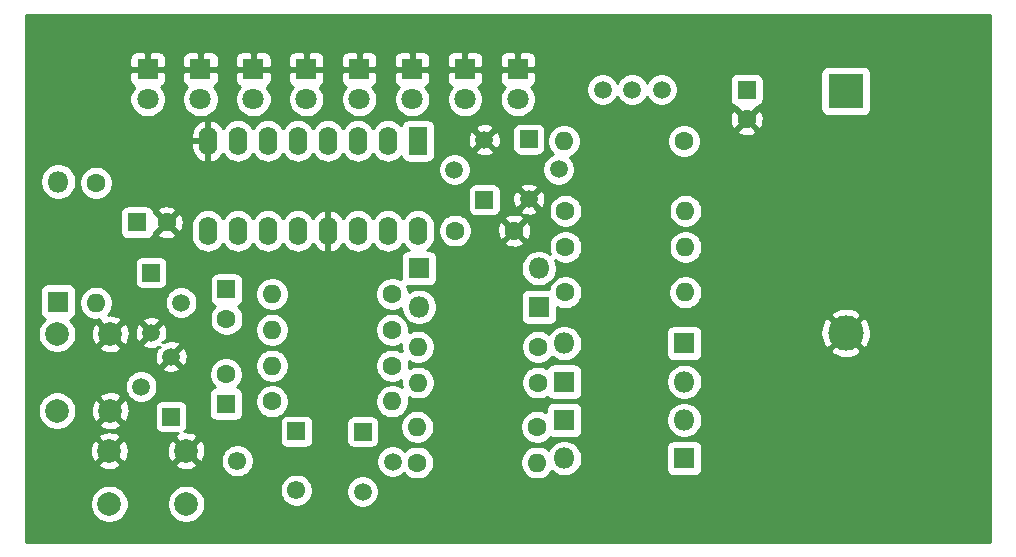
<source format=gbr>
G04 #@! TF.GenerationSoftware,KiCad,Pcbnew,5.1.9+dfsg1-1~bpo10+1~rpt1*
G04 #@! TF.CreationDate,2023-12-07T15:42:05+00:00*
G04 #@! TF.ProjectId,KILL_THE_BIT_LOGIC,4b494c4c-5f54-4484-955f-4249545f4c4f,rev?*
G04 #@! TF.SameCoordinates,Original*
G04 #@! TF.FileFunction,Copper,L1,Top*
G04 #@! TF.FilePolarity,Positive*
%FSLAX46Y46*%
G04 Gerber Fmt 4.6, Leading zero omitted, Abs format (unit mm)*
G04 Created by KiCad (PCBNEW 5.1.9+dfsg1-1~bpo10+1~rpt1) date 2023-12-07 15:42:05*
%MOMM*%
%LPD*%
G01*
G04 APERTURE LIST*
G04 #@! TA.AperFunction,ComponentPad*
%ADD10C,1.500000*%
G04 #@! TD*
G04 #@! TA.AperFunction,ComponentPad*
%ADD11C,3.000000*%
G04 #@! TD*
G04 #@! TA.AperFunction,ComponentPad*
%ADD12R,3.000000X3.000000*%
G04 #@! TD*
G04 #@! TA.AperFunction,ComponentPad*
%ADD13R,1.600000X1.600000*%
G04 #@! TD*
G04 #@! TA.AperFunction,ComponentPad*
%ADD14C,1.600000*%
G04 #@! TD*
G04 #@! TA.AperFunction,ComponentPad*
%ADD15O,1.800000X1.800000*%
G04 #@! TD*
G04 #@! TA.AperFunction,ComponentPad*
%ADD16R,1.800000X1.800000*%
G04 #@! TD*
G04 #@! TA.AperFunction,ComponentPad*
%ADD17C,1.800000*%
G04 #@! TD*
G04 #@! TA.AperFunction,ComponentPad*
%ADD18R,1.500000X1.500000*%
G04 #@! TD*
G04 #@! TA.AperFunction,ComponentPad*
%ADD19O,1.600000X1.600000*%
G04 #@! TD*
G04 #@! TA.AperFunction,ComponentPad*
%ADD20C,2.000000*%
G04 #@! TD*
G04 #@! TA.AperFunction,ComponentPad*
%ADD21R,1.600000X2.400000*%
G04 #@! TD*
G04 #@! TA.AperFunction,ComponentPad*
%ADD22O,1.600000X2.400000*%
G04 #@! TD*
G04 #@! TA.AperFunction,ComponentPad*
%ADD23C,1.550000*%
G04 #@! TD*
G04 #@! TA.AperFunction,ComponentPad*
%ADD24R,1.550000X1.550000*%
G04 #@! TD*
G04 #@! TA.AperFunction,Conductor*
%ADD25C,0.254000*%
G04 #@! TD*
G04 #@! TA.AperFunction,Conductor*
%ADD26C,0.100000*%
G04 #@! TD*
G04 APERTURE END LIST*
D10*
X159500000Y-77030000D03*
X157000000Y-77030000D03*
X154500000Y-77030000D03*
D11*
X175090166Y-97615001D03*
D12*
X175090166Y-77125001D03*
D13*
X166690000Y-77030000D03*
D14*
X166690000Y-79530000D03*
X147010000Y-88950000D03*
X142010000Y-88950000D03*
X122660000Y-96430000D03*
D13*
X122660000Y-93930000D03*
X122610000Y-103620000D03*
D14*
X122610000Y-101120000D03*
X117590000Y-88260000D03*
D13*
X115090000Y-88260000D03*
D15*
X108410000Y-84800000D03*
D16*
X108410000Y-94960000D03*
X138940000Y-92150000D03*
D15*
X149100000Y-92150000D03*
X151250000Y-98500000D03*
D16*
X161410000Y-98500000D03*
D17*
X147330000Y-77830000D03*
D16*
X147330000Y-75290000D03*
X142851429Y-75290000D03*
D17*
X142851429Y-77830000D03*
X138372858Y-77830000D03*
D16*
X138372858Y-75290000D03*
X133894287Y-75290000D03*
D17*
X133894287Y-77830000D03*
X129415716Y-77830000D03*
D16*
X129415716Y-75290000D03*
X124937145Y-75290000D03*
D17*
X124937145Y-77830000D03*
D16*
X120458574Y-75290000D03*
D17*
X120458574Y-77830000D03*
X115980003Y-77830000D03*
D16*
X115980003Y-75290000D03*
D15*
X161410000Y-101743333D03*
D16*
X151250000Y-101743333D03*
D15*
X151250000Y-108229999D03*
D16*
X161410000Y-108229999D03*
X151250000Y-104986666D03*
D15*
X161410000Y-104986666D03*
D16*
X149120000Y-95410000D03*
D15*
X138960000Y-95410000D03*
D10*
X141950000Y-83800000D03*
X144490000Y-81260000D03*
D18*
X144490000Y-86340000D03*
D10*
X118810000Y-95050000D03*
X116270000Y-97590000D03*
D18*
X116270000Y-92510000D03*
X148250000Y-81220000D03*
D10*
X148250000Y-86300000D03*
X150790000Y-83760000D03*
D18*
X117970000Y-104700000D03*
D10*
X117970000Y-99620000D03*
X115430000Y-102160000D03*
D18*
X134190000Y-105980000D03*
D10*
X134190000Y-111060000D03*
X136730000Y-108520000D03*
D19*
X161520000Y-90330000D03*
D14*
X151360000Y-90330000D03*
D19*
X151240000Y-81370000D03*
D14*
X161400000Y-81370000D03*
D19*
X126530000Y-97346668D03*
D14*
X136690000Y-97346668D03*
D19*
X126530000Y-94310002D03*
D14*
X136690000Y-94310002D03*
X151360000Y-87270000D03*
D19*
X161520000Y-87270000D03*
D14*
X126530000Y-103420000D03*
D19*
X136690000Y-103420000D03*
D14*
X151350000Y-94190000D03*
D19*
X161510000Y-94190000D03*
X126530000Y-100383334D03*
D14*
X136690000Y-100383334D03*
X149030000Y-98790000D03*
D19*
X138870000Y-98790000D03*
D14*
X111620000Y-84900000D03*
D19*
X111620000Y-95060000D03*
D14*
X149030000Y-101820000D03*
D19*
X138870000Y-101820000D03*
X148970000Y-108590000D03*
D14*
X138810000Y-108590000D03*
D19*
X138810000Y-105560000D03*
D14*
X148970000Y-105560000D03*
D20*
X112810000Y-104200000D03*
X108310000Y-104200000D03*
X112810000Y-97700000D03*
X108310000Y-97700000D03*
X112740000Y-112090000D03*
X112740000Y-107590000D03*
X119240000Y-112090000D03*
X119240000Y-107590000D03*
D21*
X138870000Y-81360000D03*
D22*
X121090000Y-88980000D03*
X136330000Y-81360000D03*
X123630000Y-88980000D03*
X133790000Y-81360000D03*
X126170000Y-88980000D03*
X131250000Y-81360000D03*
X128710000Y-88980000D03*
X128710000Y-81360000D03*
X131250000Y-88980000D03*
X126170000Y-81360000D03*
X133790000Y-88980000D03*
X123630000Y-81360000D03*
X136330000Y-88980000D03*
X121090000Y-81360000D03*
X138870000Y-88980000D03*
D23*
X128580000Y-110940000D03*
D24*
X128580000Y-105940000D03*
D23*
X123580000Y-108440000D03*
D25*
X187340000Y-115340000D02*
X105660000Y-115340000D01*
X105660000Y-111928967D01*
X111105000Y-111928967D01*
X111105000Y-112251033D01*
X111167832Y-112566912D01*
X111291082Y-112864463D01*
X111470013Y-113132252D01*
X111697748Y-113359987D01*
X111965537Y-113538918D01*
X112263088Y-113662168D01*
X112578967Y-113725000D01*
X112901033Y-113725000D01*
X113216912Y-113662168D01*
X113514463Y-113538918D01*
X113782252Y-113359987D01*
X114009987Y-113132252D01*
X114188918Y-112864463D01*
X114312168Y-112566912D01*
X114375000Y-112251033D01*
X114375000Y-111928967D01*
X117605000Y-111928967D01*
X117605000Y-112251033D01*
X117667832Y-112566912D01*
X117791082Y-112864463D01*
X117970013Y-113132252D01*
X118197748Y-113359987D01*
X118465537Y-113538918D01*
X118763088Y-113662168D01*
X119078967Y-113725000D01*
X119401033Y-113725000D01*
X119716912Y-113662168D01*
X120014463Y-113538918D01*
X120282252Y-113359987D01*
X120509987Y-113132252D01*
X120688918Y-112864463D01*
X120812168Y-112566912D01*
X120875000Y-112251033D01*
X120875000Y-111928967D01*
X120812168Y-111613088D01*
X120688918Y-111315537D01*
X120509987Y-111047748D01*
X120282252Y-110820013D01*
X120253988Y-110801127D01*
X127170000Y-110801127D01*
X127170000Y-111078873D01*
X127224186Y-111351282D01*
X127330475Y-111607885D01*
X127484782Y-111838822D01*
X127681178Y-112035218D01*
X127912115Y-112189525D01*
X128168718Y-112295814D01*
X128441127Y-112350000D01*
X128718873Y-112350000D01*
X128991282Y-112295814D01*
X129247885Y-112189525D01*
X129478822Y-112035218D01*
X129675218Y-111838822D01*
X129829525Y-111607885D01*
X129935814Y-111351282D01*
X129990000Y-111078873D01*
X129990000Y-110923589D01*
X132805000Y-110923589D01*
X132805000Y-111196411D01*
X132858225Y-111463989D01*
X132962629Y-111716043D01*
X133114201Y-111942886D01*
X133307114Y-112135799D01*
X133533957Y-112287371D01*
X133786011Y-112391775D01*
X134053589Y-112445000D01*
X134326411Y-112445000D01*
X134593989Y-112391775D01*
X134846043Y-112287371D01*
X135072886Y-112135799D01*
X135265799Y-111942886D01*
X135417371Y-111716043D01*
X135521775Y-111463989D01*
X135575000Y-111196411D01*
X135575000Y-110923589D01*
X135521775Y-110656011D01*
X135417371Y-110403957D01*
X135265799Y-110177114D01*
X135072886Y-109984201D01*
X134846043Y-109832629D01*
X134593989Y-109728225D01*
X134326411Y-109675000D01*
X134053589Y-109675000D01*
X133786011Y-109728225D01*
X133533957Y-109832629D01*
X133307114Y-109984201D01*
X133114201Y-110177114D01*
X132962629Y-110403957D01*
X132858225Y-110656011D01*
X132805000Y-110923589D01*
X129990000Y-110923589D01*
X129990000Y-110801127D01*
X129935814Y-110528718D01*
X129829525Y-110272115D01*
X129675218Y-110041178D01*
X129478822Y-109844782D01*
X129247885Y-109690475D01*
X128991282Y-109584186D01*
X128718873Y-109530000D01*
X128441127Y-109530000D01*
X128168718Y-109584186D01*
X127912115Y-109690475D01*
X127681178Y-109844782D01*
X127484782Y-110041178D01*
X127330475Y-110272115D01*
X127224186Y-110528718D01*
X127170000Y-110801127D01*
X120253988Y-110801127D01*
X120014463Y-110641082D01*
X119716912Y-110517832D01*
X119401033Y-110455000D01*
X119078967Y-110455000D01*
X118763088Y-110517832D01*
X118465537Y-110641082D01*
X118197748Y-110820013D01*
X117970013Y-111047748D01*
X117791082Y-111315537D01*
X117667832Y-111613088D01*
X117605000Y-111928967D01*
X114375000Y-111928967D01*
X114312168Y-111613088D01*
X114188918Y-111315537D01*
X114009987Y-111047748D01*
X113782252Y-110820013D01*
X113514463Y-110641082D01*
X113216912Y-110517832D01*
X112901033Y-110455000D01*
X112578967Y-110455000D01*
X112263088Y-110517832D01*
X111965537Y-110641082D01*
X111697748Y-110820013D01*
X111470013Y-111047748D01*
X111291082Y-111315537D01*
X111167832Y-111613088D01*
X111105000Y-111928967D01*
X105660000Y-111928967D01*
X105660000Y-108725413D01*
X111784192Y-108725413D01*
X111879956Y-108989814D01*
X112169571Y-109130704D01*
X112481108Y-109212384D01*
X112802595Y-109231718D01*
X113121675Y-109187961D01*
X113426088Y-109082795D01*
X113600044Y-108989814D01*
X113695808Y-108725413D01*
X118284192Y-108725413D01*
X118379956Y-108989814D01*
X118669571Y-109130704D01*
X118981108Y-109212384D01*
X119302595Y-109231718D01*
X119621675Y-109187961D01*
X119926088Y-109082795D01*
X120100044Y-108989814D01*
X120195808Y-108725413D01*
X119240000Y-107769605D01*
X118284192Y-108725413D01*
X113695808Y-108725413D01*
X112740000Y-107769605D01*
X111784192Y-108725413D01*
X105660000Y-108725413D01*
X105660000Y-107652595D01*
X111098282Y-107652595D01*
X111142039Y-107971675D01*
X111247205Y-108276088D01*
X111340186Y-108450044D01*
X111604587Y-108545808D01*
X112560395Y-107590000D01*
X112919605Y-107590000D01*
X113875413Y-108545808D01*
X114139814Y-108450044D01*
X114280704Y-108160429D01*
X114362384Y-107848892D01*
X114374189Y-107652595D01*
X117598282Y-107652595D01*
X117642039Y-107971675D01*
X117747205Y-108276088D01*
X117840186Y-108450044D01*
X118104587Y-108545808D01*
X119060395Y-107590000D01*
X119419605Y-107590000D01*
X120375413Y-108545808D01*
X120639814Y-108450044D01*
X120712258Y-108301127D01*
X122170000Y-108301127D01*
X122170000Y-108578873D01*
X122224186Y-108851282D01*
X122330475Y-109107885D01*
X122484782Y-109338822D01*
X122681178Y-109535218D01*
X122912115Y-109689525D01*
X123168718Y-109795814D01*
X123441127Y-109850000D01*
X123718873Y-109850000D01*
X123991282Y-109795814D01*
X124247885Y-109689525D01*
X124478822Y-109535218D01*
X124675218Y-109338822D01*
X124829525Y-109107885D01*
X124935814Y-108851282D01*
X124990000Y-108578873D01*
X124990000Y-108383589D01*
X135345000Y-108383589D01*
X135345000Y-108656411D01*
X135398225Y-108923989D01*
X135502629Y-109176043D01*
X135654201Y-109402886D01*
X135847114Y-109595799D01*
X136073957Y-109747371D01*
X136326011Y-109851775D01*
X136593589Y-109905000D01*
X136866411Y-109905000D01*
X137133989Y-109851775D01*
X137386043Y-109747371D01*
X137612886Y-109595799D01*
X137699645Y-109509041D01*
X137895241Y-109704637D01*
X138130273Y-109861680D01*
X138391426Y-109969853D01*
X138668665Y-110025000D01*
X138951335Y-110025000D01*
X139228574Y-109969853D01*
X139489727Y-109861680D01*
X139724759Y-109704637D01*
X139924637Y-109504759D01*
X140081680Y-109269727D01*
X140189853Y-109008574D01*
X140245000Y-108731335D01*
X140245000Y-108448665D01*
X147535000Y-108448665D01*
X147535000Y-108731335D01*
X147590147Y-109008574D01*
X147698320Y-109269727D01*
X147855363Y-109504759D01*
X148055241Y-109704637D01*
X148290273Y-109861680D01*
X148551426Y-109969853D01*
X148828665Y-110025000D01*
X149111335Y-110025000D01*
X149388574Y-109969853D01*
X149649727Y-109861680D01*
X149884759Y-109704637D01*
X150084637Y-109504759D01*
X150192506Y-109343322D01*
X150271495Y-109422311D01*
X150522905Y-109590298D01*
X150802257Y-109706010D01*
X151098816Y-109764999D01*
X151401184Y-109764999D01*
X151697743Y-109706010D01*
X151977095Y-109590298D01*
X152228505Y-109422311D01*
X152442312Y-109208504D01*
X152610299Y-108957094D01*
X152726011Y-108677742D01*
X152785000Y-108381183D01*
X152785000Y-108078815D01*
X152726011Y-107782256D01*
X152610299Y-107502904D01*
X152494768Y-107329999D01*
X159871928Y-107329999D01*
X159871928Y-109129999D01*
X159884188Y-109254481D01*
X159920498Y-109374179D01*
X159979463Y-109484493D01*
X160058815Y-109581184D01*
X160155506Y-109660536D01*
X160265820Y-109719501D01*
X160385518Y-109755811D01*
X160510000Y-109768071D01*
X162310000Y-109768071D01*
X162434482Y-109755811D01*
X162554180Y-109719501D01*
X162664494Y-109660536D01*
X162761185Y-109581184D01*
X162840537Y-109484493D01*
X162899502Y-109374179D01*
X162935812Y-109254481D01*
X162948072Y-109129999D01*
X162948072Y-107329999D01*
X162935812Y-107205517D01*
X162899502Y-107085819D01*
X162840537Y-106975505D01*
X162761185Y-106878814D01*
X162664494Y-106799462D01*
X162554180Y-106740497D01*
X162434482Y-106704187D01*
X162310000Y-106691927D01*
X160510000Y-106691927D01*
X160385518Y-106704187D01*
X160265820Y-106740497D01*
X160155506Y-106799462D01*
X160058815Y-106878814D01*
X159979463Y-106975505D01*
X159920498Y-107085819D01*
X159884188Y-107205517D01*
X159871928Y-107329999D01*
X152494768Y-107329999D01*
X152442312Y-107251494D01*
X152228505Y-107037687D01*
X151977095Y-106869700D01*
X151697743Y-106753988D01*
X151401184Y-106694999D01*
X151098816Y-106694999D01*
X150802257Y-106753988D01*
X150522905Y-106869700D01*
X150271495Y-107037687D01*
X150057688Y-107251494D01*
X149898753Y-107489357D01*
X149884759Y-107475363D01*
X149649727Y-107318320D01*
X149388574Y-107210147D01*
X149111335Y-107155000D01*
X148828665Y-107155000D01*
X148551426Y-107210147D01*
X148290273Y-107318320D01*
X148055241Y-107475363D01*
X147855363Y-107675241D01*
X147698320Y-107910273D01*
X147590147Y-108171426D01*
X147535000Y-108448665D01*
X140245000Y-108448665D01*
X140189853Y-108171426D01*
X140081680Y-107910273D01*
X139924637Y-107675241D01*
X139724759Y-107475363D01*
X139489727Y-107318320D01*
X139228574Y-107210147D01*
X138951335Y-107155000D01*
X138668665Y-107155000D01*
X138391426Y-107210147D01*
X138130273Y-107318320D01*
X137895241Y-107475363D01*
X137769645Y-107600960D01*
X137612886Y-107444201D01*
X137386043Y-107292629D01*
X137133989Y-107188225D01*
X136866411Y-107135000D01*
X136593589Y-107135000D01*
X136326011Y-107188225D01*
X136073957Y-107292629D01*
X135847114Y-107444201D01*
X135654201Y-107637114D01*
X135502629Y-107863957D01*
X135398225Y-108116011D01*
X135345000Y-108383589D01*
X124990000Y-108383589D01*
X124990000Y-108301127D01*
X124935814Y-108028718D01*
X124829525Y-107772115D01*
X124675218Y-107541178D01*
X124478822Y-107344782D01*
X124247885Y-107190475D01*
X123991282Y-107084186D01*
X123718873Y-107030000D01*
X123441127Y-107030000D01*
X123168718Y-107084186D01*
X122912115Y-107190475D01*
X122681178Y-107344782D01*
X122484782Y-107541178D01*
X122330475Y-107772115D01*
X122224186Y-108028718D01*
X122170000Y-108301127D01*
X120712258Y-108301127D01*
X120780704Y-108160429D01*
X120862384Y-107848892D01*
X120881718Y-107527405D01*
X120837961Y-107208325D01*
X120732795Y-106903912D01*
X120639814Y-106729956D01*
X120375413Y-106634192D01*
X119419605Y-107590000D01*
X119060395Y-107590000D01*
X118104587Y-106634192D01*
X117840186Y-106729956D01*
X117699296Y-107019571D01*
X117617616Y-107331108D01*
X117598282Y-107652595D01*
X114374189Y-107652595D01*
X114381718Y-107527405D01*
X114337961Y-107208325D01*
X114232795Y-106903912D01*
X114139814Y-106729956D01*
X113875413Y-106634192D01*
X112919605Y-107590000D01*
X112560395Y-107590000D01*
X111604587Y-106634192D01*
X111340186Y-106729956D01*
X111199296Y-107019571D01*
X111117616Y-107331108D01*
X111098282Y-107652595D01*
X105660000Y-107652595D01*
X105660000Y-106454587D01*
X111784192Y-106454587D01*
X112740000Y-107410395D01*
X113695808Y-106454587D01*
X113600044Y-106190186D01*
X113310429Y-106049296D01*
X112998892Y-105967616D01*
X112677405Y-105948282D01*
X112358325Y-105992039D01*
X112053912Y-106097205D01*
X111879956Y-106190186D01*
X111784192Y-106454587D01*
X105660000Y-106454587D01*
X105660000Y-104038967D01*
X106675000Y-104038967D01*
X106675000Y-104361033D01*
X106737832Y-104676912D01*
X106861082Y-104974463D01*
X107040013Y-105242252D01*
X107267748Y-105469987D01*
X107535537Y-105648918D01*
X107833088Y-105772168D01*
X108148967Y-105835000D01*
X108471033Y-105835000D01*
X108786912Y-105772168D01*
X109084463Y-105648918D01*
X109352252Y-105469987D01*
X109486826Y-105335413D01*
X111854192Y-105335413D01*
X111949956Y-105599814D01*
X112239571Y-105740704D01*
X112551108Y-105822384D01*
X112872595Y-105841718D01*
X113191675Y-105797961D01*
X113496088Y-105692795D01*
X113670044Y-105599814D01*
X113765808Y-105335413D01*
X112810000Y-104379605D01*
X111854192Y-105335413D01*
X109486826Y-105335413D01*
X109579987Y-105242252D01*
X109758918Y-104974463D01*
X109882168Y-104676912D01*
X109945000Y-104361033D01*
X109945000Y-104262595D01*
X111168282Y-104262595D01*
X111212039Y-104581675D01*
X111317205Y-104886088D01*
X111410186Y-105060044D01*
X111674587Y-105155808D01*
X112630395Y-104200000D01*
X112989605Y-104200000D01*
X113945413Y-105155808D01*
X114209814Y-105060044D01*
X114350704Y-104770429D01*
X114432384Y-104458892D01*
X114451718Y-104137405D01*
X114426019Y-103950000D01*
X116581928Y-103950000D01*
X116581928Y-105450000D01*
X116594188Y-105574482D01*
X116630498Y-105694180D01*
X116689463Y-105804494D01*
X116768815Y-105901185D01*
X116865506Y-105980537D01*
X116975820Y-106039502D01*
X117095518Y-106075812D01*
X117220000Y-106088072D01*
X118580348Y-106088072D01*
X118553912Y-106097205D01*
X118379956Y-106190186D01*
X118284192Y-106454587D01*
X119240000Y-107410395D01*
X120195808Y-106454587D01*
X120100044Y-106190186D01*
X119810429Y-106049296D01*
X119498892Y-105967616D01*
X119177405Y-105948282D01*
X119101036Y-105958755D01*
X119171185Y-105901185D01*
X119250537Y-105804494D01*
X119309502Y-105694180D01*
X119345812Y-105574482D01*
X119358072Y-105450000D01*
X119358072Y-105165000D01*
X127166928Y-105165000D01*
X127166928Y-106715000D01*
X127179188Y-106839482D01*
X127215498Y-106959180D01*
X127274463Y-107069494D01*
X127353815Y-107166185D01*
X127450506Y-107245537D01*
X127560820Y-107304502D01*
X127680518Y-107340812D01*
X127805000Y-107353072D01*
X129355000Y-107353072D01*
X129479482Y-107340812D01*
X129599180Y-107304502D01*
X129709494Y-107245537D01*
X129806185Y-107166185D01*
X129885537Y-107069494D01*
X129944502Y-106959180D01*
X129980812Y-106839482D01*
X129993072Y-106715000D01*
X129993072Y-105230000D01*
X132801928Y-105230000D01*
X132801928Y-106730000D01*
X132814188Y-106854482D01*
X132850498Y-106974180D01*
X132909463Y-107084494D01*
X132988815Y-107181185D01*
X133085506Y-107260537D01*
X133195820Y-107319502D01*
X133315518Y-107355812D01*
X133440000Y-107368072D01*
X134940000Y-107368072D01*
X135064482Y-107355812D01*
X135184180Y-107319502D01*
X135294494Y-107260537D01*
X135391185Y-107181185D01*
X135470537Y-107084494D01*
X135529502Y-106974180D01*
X135565812Y-106854482D01*
X135578072Y-106730000D01*
X135578072Y-105418665D01*
X137375000Y-105418665D01*
X137375000Y-105701335D01*
X137430147Y-105978574D01*
X137538320Y-106239727D01*
X137695363Y-106474759D01*
X137895241Y-106674637D01*
X138130273Y-106831680D01*
X138391426Y-106939853D01*
X138668665Y-106995000D01*
X138951335Y-106995000D01*
X139228574Y-106939853D01*
X139489727Y-106831680D01*
X139724759Y-106674637D01*
X139924637Y-106474759D01*
X140081680Y-106239727D01*
X140189853Y-105978574D01*
X140245000Y-105701335D01*
X140245000Y-105418665D01*
X147535000Y-105418665D01*
X147535000Y-105701335D01*
X147590147Y-105978574D01*
X147698320Y-106239727D01*
X147855363Y-106474759D01*
X148055241Y-106674637D01*
X148290273Y-106831680D01*
X148551426Y-106939853D01*
X148828665Y-106995000D01*
X149111335Y-106995000D01*
X149388574Y-106939853D01*
X149649727Y-106831680D01*
X149884759Y-106674637D01*
X150084637Y-106474759D01*
X150089518Y-106467454D01*
X150105820Y-106476168D01*
X150225518Y-106512478D01*
X150350000Y-106524738D01*
X152150000Y-106524738D01*
X152274482Y-106512478D01*
X152394180Y-106476168D01*
X152504494Y-106417203D01*
X152601185Y-106337851D01*
X152680537Y-106241160D01*
X152739502Y-106130846D01*
X152775812Y-106011148D01*
X152788072Y-105886666D01*
X152788072Y-104835482D01*
X159875000Y-104835482D01*
X159875000Y-105137850D01*
X159933989Y-105434409D01*
X160049701Y-105713761D01*
X160217688Y-105965171D01*
X160431495Y-106178978D01*
X160682905Y-106346965D01*
X160962257Y-106462677D01*
X161258816Y-106521666D01*
X161561184Y-106521666D01*
X161857743Y-106462677D01*
X162137095Y-106346965D01*
X162388505Y-106178978D01*
X162602312Y-105965171D01*
X162770299Y-105713761D01*
X162886011Y-105434409D01*
X162945000Y-105137850D01*
X162945000Y-104835482D01*
X162886011Y-104538923D01*
X162770299Y-104259571D01*
X162602312Y-104008161D01*
X162388505Y-103794354D01*
X162137095Y-103626367D01*
X161857743Y-103510655D01*
X161561184Y-103451666D01*
X161258816Y-103451666D01*
X160962257Y-103510655D01*
X160682905Y-103626367D01*
X160431495Y-103794354D01*
X160217688Y-104008161D01*
X160049701Y-104259571D01*
X159933989Y-104538923D01*
X159875000Y-104835482D01*
X152788072Y-104835482D01*
X152788072Y-104086666D01*
X152775812Y-103962184D01*
X152739502Y-103842486D01*
X152680537Y-103732172D01*
X152601185Y-103635481D01*
X152504494Y-103556129D01*
X152394180Y-103497164D01*
X152274482Y-103460854D01*
X152150000Y-103448594D01*
X150350000Y-103448594D01*
X150225518Y-103460854D01*
X150105820Y-103497164D01*
X149995506Y-103556129D01*
X149898815Y-103635481D01*
X149819463Y-103732172D01*
X149760498Y-103842486D01*
X149724188Y-103962184D01*
X149711928Y-104086666D01*
X149711928Y-104329881D01*
X149649727Y-104288320D01*
X149388574Y-104180147D01*
X149111335Y-104125000D01*
X148828665Y-104125000D01*
X148551426Y-104180147D01*
X148290273Y-104288320D01*
X148055241Y-104445363D01*
X147855363Y-104645241D01*
X147698320Y-104880273D01*
X147590147Y-105141426D01*
X147535000Y-105418665D01*
X140245000Y-105418665D01*
X140189853Y-105141426D01*
X140081680Y-104880273D01*
X139924637Y-104645241D01*
X139724759Y-104445363D01*
X139489727Y-104288320D01*
X139228574Y-104180147D01*
X138951335Y-104125000D01*
X138668665Y-104125000D01*
X138391426Y-104180147D01*
X138130273Y-104288320D01*
X137895241Y-104445363D01*
X137695363Y-104645241D01*
X137538320Y-104880273D01*
X137430147Y-105141426D01*
X137375000Y-105418665D01*
X135578072Y-105418665D01*
X135578072Y-105230000D01*
X135565812Y-105105518D01*
X135529502Y-104985820D01*
X135470537Y-104875506D01*
X135391185Y-104778815D01*
X135294494Y-104699463D01*
X135184180Y-104640498D01*
X135064482Y-104604188D01*
X134940000Y-104591928D01*
X133440000Y-104591928D01*
X133315518Y-104604188D01*
X133195820Y-104640498D01*
X133085506Y-104699463D01*
X132988815Y-104778815D01*
X132909463Y-104875506D01*
X132850498Y-104985820D01*
X132814188Y-105105518D01*
X132801928Y-105230000D01*
X129993072Y-105230000D01*
X129993072Y-105165000D01*
X129980812Y-105040518D01*
X129944502Y-104920820D01*
X129885537Y-104810506D01*
X129806185Y-104713815D01*
X129709494Y-104634463D01*
X129599180Y-104575498D01*
X129479482Y-104539188D01*
X129355000Y-104526928D01*
X127805000Y-104526928D01*
X127680518Y-104539188D01*
X127560820Y-104575498D01*
X127450506Y-104634463D01*
X127353815Y-104713815D01*
X127274463Y-104810506D01*
X127215498Y-104920820D01*
X127179188Y-105040518D01*
X127166928Y-105165000D01*
X119358072Y-105165000D01*
X119358072Y-103950000D01*
X119345812Y-103825518D01*
X119309502Y-103705820D01*
X119250537Y-103595506D01*
X119171185Y-103498815D01*
X119074494Y-103419463D01*
X118964180Y-103360498D01*
X118844482Y-103324188D01*
X118720000Y-103311928D01*
X117220000Y-103311928D01*
X117095518Y-103324188D01*
X116975820Y-103360498D01*
X116865506Y-103419463D01*
X116768815Y-103498815D01*
X116689463Y-103595506D01*
X116630498Y-103705820D01*
X116594188Y-103825518D01*
X116581928Y-103950000D01*
X114426019Y-103950000D01*
X114407961Y-103818325D01*
X114302795Y-103513912D01*
X114209814Y-103339956D01*
X113945413Y-103244192D01*
X112989605Y-104200000D01*
X112630395Y-104200000D01*
X111674587Y-103244192D01*
X111410186Y-103339956D01*
X111269296Y-103629571D01*
X111187616Y-103941108D01*
X111168282Y-104262595D01*
X109945000Y-104262595D01*
X109945000Y-104038967D01*
X109882168Y-103723088D01*
X109758918Y-103425537D01*
X109579987Y-103157748D01*
X109486826Y-103064587D01*
X111854192Y-103064587D01*
X112810000Y-104020395D01*
X113765808Y-103064587D01*
X113670044Y-102800186D01*
X113380429Y-102659296D01*
X113068892Y-102577616D01*
X112747405Y-102558282D01*
X112428325Y-102602039D01*
X112123912Y-102707205D01*
X111949956Y-102800186D01*
X111854192Y-103064587D01*
X109486826Y-103064587D01*
X109352252Y-102930013D01*
X109084463Y-102751082D01*
X108786912Y-102627832D01*
X108471033Y-102565000D01*
X108148967Y-102565000D01*
X107833088Y-102627832D01*
X107535537Y-102751082D01*
X107267748Y-102930013D01*
X107040013Y-103157748D01*
X106861082Y-103425537D01*
X106737832Y-103723088D01*
X106675000Y-104038967D01*
X105660000Y-104038967D01*
X105660000Y-102023589D01*
X114045000Y-102023589D01*
X114045000Y-102296411D01*
X114098225Y-102563989D01*
X114202629Y-102816043D01*
X114354201Y-103042886D01*
X114547114Y-103235799D01*
X114773957Y-103387371D01*
X115026011Y-103491775D01*
X115293589Y-103545000D01*
X115566411Y-103545000D01*
X115833989Y-103491775D01*
X116086043Y-103387371D01*
X116312886Y-103235799D01*
X116505799Y-103042886D01*
X116654727Y-102820000D01*
X121171928Y-102820000D01*
X121171928Y-104420000D01*
X121184188Y-104544482D01*
X121220498Y-104664180D01*
X121279463Y-104774494D01*
X121358815Y-104871185D01*
X121455506Y-104950537D01*
X121565820Y-105009502D01*
X121685518Y-105045812D01*
X121810000Y-105058072D01*
X123410000Y-105058072D01*
X123534482Y-105045812D01*
X123654180Y-105009502D01*
X123764494Y-104950537D01*
X123861185Y-104871185D01*
X123940537Y-104774494D01*
X123999502Y-104664180D01*
X124035812Y-104544482D01*
X124048072Y-104420000D01*
X124048072Y-103278665D01*
X125095000Y-103278665D01*
X125095000Y-103561335D01*
X125150147Y-103838574D01*
X125258320Y-104099727D01*
X125415363Y-104334759D01*
X125615241Y-104534637D01*
X125850273Y-104691680D01*
X126111426Y-104799853D01*
X126388665Y-104855000D01*
X126671335Y-104855000D01*
X126948574Y-104799853D01*
X127209727Y-104691680D01*
X127444759Y-104534637D01*
X127644637Y-104334759D01*
X127801680Y-104099727D01*
X127909853Y-103838574D01*
X127965000Y-103561335D01*
X127965000Y-103278665D01*
X127909853Y-103001426D01*
X127801680Y-102740273D01*
X127644637Y-102505241D01*
X127444759Y-102305363D01*
X127209727Y-102148320D01*
X126948574Y-102040147D01*
X126671335Y-101985000D01*
X126388665Y-101985000D01*
X126111426Y-102040147D01*
X125850273Y-102148320D01*
X125615241Y-102305363D01*
X125415363Y-102505241D01*
X125258320Y-102740273D01*
X125150147Y-103001426D01*
X125095000Y-103278665D01*
X124048072Y-103278665D01*
X124048072Y-102820000D01*
X124035812Y-102695518D01*
X123999502Y-102575820D01*
X123940537Y-102465506D01*
X123861185Y-102368815D01*
X123764494Y-102289463D01*
X123654180Y-102230498D01*
X123558057Y-102201339D01*
X123724637Y-102034759D01*
X123881680Y-101799727D01*
X123989853Y-101538574D01*
X124045000Y-101261335D01*
X124045000Y-100978665D01*
X123989853Y-100701426D01*
X123881680Y-100440273D01*
X123749198Y-100241999D01*
X125095000Y-100241999D01*
X125095000Y-100524669D01*
X125150147Y-100801908D01*
X125258320Y-101063061D01*
X125415363Y-101298093D01*
X125615241Y-101497971D01*
X125850273Y-101655014D01*
X126111426Y-101763187D01*
X126388665Y-101818334D01*
X126671335Y-101818334D01*
X126948574Y-101763187D01*
X127209727Y-101655014D01*
X127444759Y-101497971D01*
X127644637Y-101298093D01*
X127801680Y-101063061D01*
X127909853Y-100801908D01*
X127965000Y-100524669D01*
X127965000Y-100241999D01*
X127909853Y-99964760D01*
X127801680Y-99703607D01*
X127644637Y-99468575D01*
X127444759Y-99268697D01*
X127209727Y-99111654D01*
X126948574Y-99003481D01*
X126671335Y-98948334D01*
X126388665Y-98948334D01*
X126111426Y-99003481D01*
X125850273Y-99111654D01*
X125615241Y-99268697D01*
X125415363Y-99468575D01*
X125258320Y-99703607D01*
X125150147Y-99964760D01*
X125095000Y-100241999D01*
X123749198Y-100241999D01*
X123724637Y-100205241D01*
X123524759Y-100005363D01*
X123289727Y-99848320D01*
X123028574Y-99740147D01*
X122751335Y-99685000D01*
X122468665Y-99685000D01*
X122191426Y-99740147D01*
X121930273Y-99848320D01*
X121695241Y-100005363D01*
X121495363Y-100205241D01*
X121338320Y-100440273D01*
X121230147Y-100701426D01*
X121175000Y-100978665D01*
X121175000Y-101261335D01*
X121230147Y-101538574D01*
X121338320Y-101799727D01*
X121495363Y-102034759D01*
X121661943Y-102201339D01*
X121565820Y-102230498D01*
X121455506Y-102289463D01*
X121358815Y-102368815D01*
X121279463Y-102465506D01*
X121220498Y-102575820D01*
X121184188Y-102695518D01*
X121171928Y-102820000D01*
X116654727Y-102820000D01*
X116657371Y-102816043D01*
X116761775Y-102563989D01*
X116815000Y-102296411D01*
X116815000Y-102023589D01*
X116761775Y-101756011D01*
X116657371Y-101503957D01*
X116505799Y-101277114D01*
X116312886Y-101084201D01*
X116086043Y-100932629D01*
X115833989Y-100828225D01*
X115566411Y-100775000D01*
X115293589Y-100775000D01*
X115026011Y-100828225D01*
X114773957Y-100932629D01*
X114547114Y-101084201D01*
X114354201Y-101277114D01*
X114202629Y-101503957D01*
X114098225Y-101756011D01*
X114045000Y-102023589D01*
X105660000Y-102023589D01*
X105660000Y-100576993D01*
X117192612Y-100576993D01*
X117258137Y-100815860D01*
X117505116Y-100931760D01*
X117769960Y-100997250D01*
X118042492Y-101009812D01*
X118312238Y-100968965D01*
X118568832Y-100876277D01*
X118681863Y-100815860D01*
X118747388Y-100576993D01*
X117970000Y-99799605D01*
X117192612Y-100576993D01*
X105660000Y-100576993D01*
X105660000Y-97538967D01*
X106675000Y-97538967D01*
X106675000Y-97861033D01*
X106737832Y-98176912D01*
X106861082Y-98474463D01*
X107040013Y-98742252D01*
X107267748Y-98969987D01*
X107535537Y-99148918D01*
X107833088Y-99272168D01*
X108148967Y-99335000D01*
X108471033Y-99335000D01*
X108786912Y-99272168D01*
X109084463Y-99148918D01*
X109352252Y-98969987D01*
X109486826Y-98835413D01*
X111854192Y-98835413D01*
X111949956Y-99099814D01*
X112239571Y-99240704D01*
X112551108Y-99322384D01*
X112872595Y-99341718D01*
X113191675Y-99297961D01*
X113496088Y-99192795D01*
X113670044Y-99099814D01*
X113765808Y-98835413D01*
X112810000Y-97879605D01*
X111854192Y-98835413D01*
X109486826Y-98835413D01*
X109579987Y-98742252D01*
X109758918Y-98474463D01*
X109882168Y-98176912D01*
X109945000Y-97861033D01*
X109945000Y-97762595D01*
X111168282Y-97762595D01*
X111212039Y-98081675D01*
X111317205Y-98386088D01*
X111410186Y-98560044D01*
X111674587Y-98655808D01*
X112630395Y-97700000D01*
X112989605Y-97700000D01*
X113945413Y-98655808D01*
X114209814Y-98560044D01*
X114216162Y-98546993D01*
X115492612Y-98546993D01*
X115558137Y-98785860D01*
X115805116Y-98901760D01*
X116069960Y-98967250D01*
X116342492Y-98979812D01*
X116612238Y-98938965D01*
X116868832Y-98846277D01*
X116965173Y-98794781D01*
X117013005Y-98842613D01*
X116774140Y-98908137D01*
X116658240Y-99155116D01*
X116592750Y-99419960D01*
X116580188Y-99692492D01*
X116621035Y-99962238D01*
X116713723Y-100218832D01*
X116774140Y-100331863D01*
X117013007Y-100397388D01*
X117790395Y-99620000D01*
X118149605Y-99620000D01*
X118926993Y-100397388D01*
X119165860Y-100331863D01*
X119281760Y-100084884D01*
X119347250Y-99820040D01*
X119359812Y-99547508D01*
X119318965Y-99277762D01*
X119226277Y-99021168D01*
X119165860Y-98908137D01*
X118926993Y-98842612D01*
X118149605Y-99620000D01*
X117790395Y-99620000D01*
X117776253Y-99605858D01*
X117955858Y-99426253D01*
X117970000Y-99440395D01*
X118747388Y-98663007D01*
X118681863Y-98424140D01*
X118434884Y-98308240D01*
X118170040Y-98242750D01*
X117897508Y-98230188D01*
X117627762Y-98271035D01*
X117371168Y-98363723D01*
X117274827Y-98415219D01*
X117226995Y-98367387D01*
X117465860Y-98301863D01*
X117581760Y-98054884D01*
X117647250Y-97790040D01*
X117659812Y-97517508D01*
X117618965Y-97247762D01*
X117526277Y-96991168D01*
X117465860Y-96878137D01*
X117226993Y-96812612D01*
X116449605Y-97590000D01*
X116463748Y-97604143D01*
X116284143Y-97783748D01*
X116270000Y-97769605D01*
X115492612Y-98546993D01*
X114216162Y-98546993D01*
X114350704Y-98270429D01*
X114432384Y-97958892D01*
X114450209Y-97662492D01*
X114880188Y-97662492D01*
X114921035Y-97932238D01*
X115013723Y-98188832D01*
X115074140Y-98301863D01*
X115313007Y-98367388D01*
X116090395Y-97590000D01*
X115313007Y-96812612D01*
X115074140Y-96878137D01*
X114958240Y-97125116D01*
X114892750Y-97389960D01*
X114880188Y-97662492D01*
X114450209Y-97662492D01*
X114451718Y-97637405D01*
X114407961Y-97318325D01*
X114302795Y-97013912D01*
X114209814Y-96839956D01*
X113945413Y-96744192D01*
X112989605Y-97700000D01*
X112630395Y-97700000D01*
X111674587Y-96744192D01*
X111410186Y-96839956D01*
X111269296Y-97129571D01*
X111187616Y-97441108D01*
X111168282Y-97762595D01*
X109945000Y-97762595D01*
X109945000Y-97538967D01*
X109882168Y-97223088D01*
X109758918Y-96925537D01*
X109579987Y-96657748D01*
X109410421Y-96488182D01*
X109434482Y-96485812D01*
X109554180Y-96449502D01*
X109664494Y-96390537D01*
X109761185Y-96311185D01*
X109840537Y-96214494D01*
X109899502Y-96104180D01*
X109935812Y-95984482D01*
X109948072Y-95860000D01*
X109948072Y-94918665D01*
X110185000Y-94918665D01*
X110185000Y-95201335D01*
X110240147Y-95478574D01*
X110348320Y-95739727D01*
X110505363Y-95974759D01*
X110705241Y-96174637D01*
X110940273Y-96331680D01*
X111201426Y-96439853D01*
X111478665Y-96495000D01*
X111761335Y-96495000D01*
X111888562Y-96469693D01*
X111854192Y-96564587D01*
X112810000Y-97520395D01*
X113697388Y-96633007D01*
X115492612Y-96633007D01*
X116270000Y-97410395D01*
X117047388Y-96633007D01*
X116981863Y-96394140D01*
X116734884Y-96278240D01*
X116470040Y-96212750D01*
X116197508Y-96200188D01*
X115927762Y-96241035D01*
X115671168Y-96333723D01*
X115558137Y-96394140D01*
X115492612Y-96633007D01*
X113697388Y-96633007D01*
X113765808Y-96564587D01*
X113670044Y-96300186D01*
X113380429Y-96159296D01*
X113068892Y-96077616D01*
X112747405Y-96058282D01*
X112635811Y-96073585D01*
X112734637Y-95974759D01*
X112891680Y-95739727D01*
X112999853Y-95478574D01*
X113055000Y-95201335D01*
X113055000Y-94918665D01*
X113053991Y-94913589D01*
X117425000Y-94913589D01*
X117425000Y-95186411D01*
X117478225Y-95453989D01*
X117582629Y-95706043D01*
X117734201Y-95932886D01*
X117927114Y-96125799D01*
X118153957Y-96277371D01*
X118406011Y-96381775D01*
X118673589Y-96435000D01*
X118946411Y-96435000D01*
X119213989Y-96381775D01*
X119466043Y-96277371D01*
X119692886Y-96125799D01*
X119885799Y-95932886D01*
X120037371Y-95706043D01*
X120141775Y-95453989D01*
X120195000Y-95186411D01*
X120195000Y-94913589D01*
X120141775Y-94646011D01*
X120037371Y-94393957D01*
X119885799Y-94167114D01*
X119692886Y-93974201D01*
X119466043Y-93822629D01*
X119213989Y-93718225D01*
X118946411Y-93665000D01*
X118673589Y-93665000D01*
X118406011Y-93718225D01*
X118153957Y-93822629D01*
X117927114Y-93974201D01*
X117734201Y-94167114D01*
X117582629Y-94393957D01*
X117478225Y-94646011D01*
X117425000Y-94913589D01*
X113053991Y-94913589D01*
X112999853Y-94641426D01*
X112891680Y-94380273D01*
X112734637Y-94145241D01*
X112534759Y-93945363D01*
X112299727Y-93788320D01*
X112038574Y-93680147D01*
X111761335Y-93625000D01*
X111478665Y-93625000D01*
X111201426Y-93680147D01*
X110940273Y-93788320D01*
X110705241Y-93945363D01*
X110505363Y-94145241D01*
X110348320Y-94380273D01*
X110240147Y-94641426D01*
X110185000Y-94918665D01*
X109948072Y-94918665D01*
X109948072Y-94060000D01*
X109935812Y-93935518D01*
X109899502Y-93815820D01*
X109840537Y-93705506D01*
X109761185Y-93608815D01*
X109664494Y-93529463D01*
X109554180Y-93470498D01*
X109434482Y-93434188D01*
X109310000Y-93421928D01*
X107510000Y-93421928D01*
X107385518Y-93434188D01*
X107265820Y-93470498D01*
X107155506Y-93529463D01*
X107058815Y-93608815D01*
X106979463Y-93705506D01*
X106920498Y-93815820D01*
X106884188Y-93935518D01*
X106871928Y-94060000D01*
X106871928Y-95860000D01*
X106884188Y-95984482D01*
X106920498Y-96104180D01*
X106979463Y-96214494D01*
X107058815Y-96311185D01*
X107155506Y-96390537D01*
X107254376Y-96443385D01*
X107040013Y-96657748D01*
X106861082Y-96925537D01*
X106737832Y-97223088D01*
X106675000Y-97538967D01*
X105660000Y-97538967D01*
X105660000Y-91760000D01*
X114881928Y-91760000D01*
X114881928Y-93260000D01*
X114894188Y-93384482D01*
X114930498Y-93504180D01*
X114989463Y-93614494D01*
X115068815Y-93711185D01*
X115165506Y-93790537D01*
X115275820Y-93849502D01*
X115395518Y-93885812D01*
X115520000Y-93898072D01*
X117020000Y-93898072D01*
X117144482Y-93885812D01*
X117264180Y-93849502D01*
X117374494Y-93790537D01*
X117471185Y-93711185D01*
X117550537Y-93614494D01*
X117609502Y-93504180D01*
X117645812Y-93384482D01*
X117658072Y-93260000D01*
X117658072Y-93130000D01*
X121221928Y-93130000D01*
X121221928Y-94730000D01*
X121234188Y-94854482D01*
X121270498Y-94974180D01*
X121329463Y-95084494D01*
X121408815Y-95181185D01*
X121505506Y-95260537D01*
X121615820Y-95319502D01*
X121711943Y-95348661D01*
X121545363Y-95515241D01*
X121388320Y-95750273D01*
X121280147Y-96011426D01*
X121225000Y-96288665D01*
X121225000Y-96571335D01*
X121280147Y-96848574D01*
X121388320Y-97109727D01*
X121545363Y-97344759D01*
X121745241Y-97544637D01*
X121980273Y-97701680D01*
X122241426Y-97809853D01*
X122518665Y-97865000D01*
X122801335Y-97865000D01*
X123078574Y-97809853D01*
X123339727Y-97701680D01*
X123574759Y-97544637D01*
X123774637Y-97344759D01*
X123867798Y-97205333D01*
X125095000Y-97205333D01*
X125095000Y-97488003D01*
X125150147Y-97765242D01*
X125258320Y-98026395D01*
X125415363Y-98261427D01*
X125615241Y-98461305D01*
X125850273Y-98618348D01*
X126111426Y-98726521D01*
X126388665Y-98781668D01*
X126671335Y-98781668D01*
X126948574Y-98726521D01*
X127209727Y-98618348D01*
X127444759Y-98461305D01*
X127644637Y-98261427D01*
X127801680Y-98026395D01*
X127909853Y-97765242D01*
X127965000Y-97488003D01*
X127965000Y-97205333D01*
X135255000Y-97205333D01*
X135255000Y-97488003D01*
X135310147Y-97765242D01*
X135418320Y-98026395D01*
X135575363Y-98261427D01*
X135775241Y-98461305D01*
X136010273Y-98618348D01*
X136271426Y-98726521D01*
X136548665Y-98781668D01*
X136831335Y-98781668D01*
X137108574Y-98726521D01*
X137369727Y-98618348D01*
X137451960Y-98563402D01*
X137435000Y-98648665D01*
X137435000Y-98931335D01*
X137486371Y-99189593D01*
X137369727Y-99111654D01*
X137108574Y-99003481D01*
X136831335Y-98948334D01*
X136548665Y-98948334D01*
X136271426Y-99003481D01*
X136010273Y-99111654D01*
X135775241Y-99268697D01*
X135575363Y-99468575D01*
X135418320Y-99703607D01*
X135310147Y-99964760D01*
X135255000Y-100241999D01*
X135255000Y-100524669D01*
X135310147Y-100801908D01*
X135418320Y-101063061D01*
X135575363Y-101298093D01*
X135775241Y-101497971D01*
X136010273Y-101655014D01*
X136271426Y-101763187D01*
X136548665Y-101818334D01*
X136831335Y-101818334D01*
X137108574Y-101763187D01*
X137369727Y-101655014D01*
X137450431Y-101601089D01*
X137435000Y-101678665D01*
X137435000Y-101961335D01*
X137487901Y-102227281D01*
X137369727Y-102148320D01*
X137108574Y-102040147D01*
X136831335Y-101985000D01*
X136548665Y-101985000D01*
X136271426Y-102040147D01*
X136010273Y-102148320D01*
X135775241Y-102305363D01*
X135575363Y-102505241D01*
X135418320Y-102740273D01*
X135310147Y-103001426D01*
X135255000Y-103278665D01*
X135255000Y-103561335D01*
X135310147Y-103838574D01*
X135418320Y-104099727D01*
X135575363Y-104334759D01*
X135775241Y-104534637D01*
X136010273Y-104691680D01*
X136271426Y-104799853D01*
X136548665Y-104855000D01*
X136831335Y-104855000D01*
X137108574Y-104799853D01*
X137369727Y-104691680D01*
X137604759Y-104534637D01*
X137804637Y-104334759D01*
X137961680Y-104099727D01*
X138069853Y-103838574D01*
X138125000Y-103561335D01*
X138125000Y-103278665D01*
X138072099Y-103012719D01*
X138190273Y-103091680D01*
X138451426Y-103199853D01*
X138728665Y-103255000D01*
X139011335Y-103255000D01*
X139288574Y-103199853D01*
X139549727Y-103091680D01*
X139784759Y-102934637D01*
X139984637Y-102734759D01*
X140141680Y-102499727D01*
X140249853Y-102238574D01*
X140305000Y-101961335D01*
X140305000Y-101678665D01*
X147595000Y-101678665D01*
X147595000Y-101961335D01*
X147650147Y-102238574D01*
X147758320Y-102499727D01*
X147915363Y-102734759D01*
X148115241Y-102934637D01*
X148350273Y-103091680D01*
X148611426Y-103199853D01*
X148888665Y-103255000D01*
X149171335Y-103255000D01*
X149448574Y-103199853D01*
X149709727Y-103091680D01*
X149830344Y-103011086D01*
X149898815Y-103094518D01*
X149995506Y-103173870D01*
X150105820Y-103232835D01*
X150225518Y-103269145D01*
X150350000Y-103281405D01*
X152150000Y-103281405D01*
X152274482Y-103269145D01*
X152394180Y-103232835D01*
X152504494Y-103173870D01*
X152601185Y-103094518D01*
X152680537Y-102997827D01*
X152739502Y-102887513D01*
X152775812Y-102767815D01*
X152788072Y-102643333D01*
X152788072Y-101592149D01*
X159875000Y-101592149D01*
X159875000Y-101894517D01*
X159933989Y-102191076D01*
X160049701Y-102470428D01*
X160217688Y-102721838D01*
X160431495Y-102935645D01*
X160682905Y-103103632D01*
X160962257Y-103219344D01*
X161258816Y-103278333D01*
X161561184Y-103278333D01*
X161857743Y-103219344D01*
X162137095Y-103103632D01*
X162388505Y-102935645D01*
X162602312Y-102721838D01*
X162770299Y-102470428D01*
X162886011Y-102191076D01*
X162945000Y-101894517D01*
X162945000Y-101592149D01*
X162886011Y-101295590D01*
X162770299Y-101016238D01*
X162602312Y-100764828D01*
X162388505Y-100551021D01*
X162137095Y-100383034D01*
X161857743Y-100267322D01*
X161561184Y-100208333D01*
X161258816Y-100208333D01*
X160962257Y-100267322D01*
X160682905Y-100383034D01*
X160431495Y-100551021D01*
X160217688Y-100764828D01*
X160049701Y-101016238D01*
X159933989Y-101295590D01*
X159875000Y-101592149D01*
X152788072Y-101592149D01*
X152788072Y-100843333D01*
X152775812Y-100718851D01*
X152739502Y-100599153D01*
X152680537Y-100488839D01*
X152601185Y-100392148D01*
X152504494Y-100312796D01*
X152394180Y-100253831D01*
X152274482Y-100217521D01*
X152150000Y-100205261D01*
X150350000Y-100205261D01*
X150225518Y-100217521D01*
X150105820Y-100253831D01*
X149995506Y-100312796D01*
X149898815Y-100392148D01*
X149819463Y-100488839D01*
X149767158Y-100586694D01*
X149709727Y-100548320D01*
X149448574Y-100440147D01*
X149171335Y-100385000D01*
X148888665Y-100385000D01*
X148611426Y-100440147D01*
X148350273Y-100548320D01*
X148115241Y-100705363D01*
X147915363Y-100905241D01*
X147758320Y-101140273D01*
X147650147Y-101401426D01*
X147595000Y-101678665D01*
X140305000Y-101678665D01*
X140249853Y-101401426D01*
X140141680Y-101140273D01*
X139984637Y-100905241D01*
X139784759Y-100705363D01*
X139549727Y-100548320D01*
X139288574Y-100440147D01*
X139011335Y-100385000D01*
X138728665Y-100385000D01*
X138451426Y-100440147D01*
X138190273Y-100548320D01*
X138109569Y-100602245D01*
X138125000Y-100524669D01*
X138125000Y-100241999D01*
X138073629Y-99983741D01*
X138190273Y-100061680D01*
X138451426Y-100169853D01*
X138728665Y-100225000D01*
X139011335Y-100225000D01*
X139288574Y-100169853D01*
X139549727Y-100061680D01*
X139784759Y-99904637D01*
X139984637Y-99704759D01*
X140141680Y-99469727D01*
X140249853Y-99208574D01*
X140305000Y-98931335D01*
X140305000Y-98648665D01*
X147595000Y-98648665D01*
X147595000Y-98931335D01*
X147650147Y-99208574D01*
X147758320Y-99469727D01*
X147915363Y-99704759D01*
X148115241Y-99904637D01*
X148350273Y-100061680D01*
X148611426Y-100169853D01*
X148888665Y-100225000D01*
X149171335Y-100225000D01*
X149448574Y-100169853D01*
X149709727Y-100061680D01*
X149944759Y-99904637D01*
X150144637Y-99704759D01*
X150200435Y-99621252D01*
X150271495Y-99692312D01*
X150522905Y-99860299D01*
X150802257Y-99976011D01*
X151098816Y-100035000D01*
X151401184Y-100035000D01*
X151697743Y-99976011D01*
X151977095Y-99860299D01*
X152228505Y-99692312D01*
X152442312Y-99478505D01*
X152610299Y-99227095D01*
X152726011Y-98947743D01*
X152785000Y-98651184D01*
X152785000Y-98348816D01*
X152726011Y-98052257D01*
X152610299Y-97772905D01*
X152494768Y-97600000D01*
X159871928Y-97600000D01*
X159871928Y-99400000D01*
X159884188Y-99524482D01*
X159920498Y-99644180D01*
X159979463Y-99754494D01*
X160058815Y-99851185D01*
X160155506Y-99930537D01*
X160265820Y-99989502D01*
X160385518Y-100025812D01*
X160510000Y-100038072D01*
X162310000Y-100038072D01*
X162434482Y-100025812D01*
X162554180Y-99989502D01*
X162664494Y-99930537D01*
X162761185Y-99851185D01*
X162840537Y-99754494D01*
X162899502Y-99644180D01*
X162935812Y-99524482D01*
X162948072Y-99400000D01*
X162948072Y-99106654D01*
X173778118Y-99106654D01*
X173934128Y-99422215D01*
X174308911Y-99613021D01*
X174713717Y-99727045D01*
X175132990Y-99759903D01*
X175550617Y-99710335D01*
X175950549Y-99580244D01*
X176246204Y-99422215D01*
X176402214Y-99106654D01*
X175090166Y-97794606D01*
X173778118Y-99106654D01*
X162948072Y-99106654D01*
X162948072Y-97657825D01*
X172945264Y-97657825D01*
X172994832Y-98075452D01*
X173124923Y-98475384D01*
X173282952Y-98771039D01*
X173598513Y-98927049D01*
X174910561Y-97615001D01*
X175269771Y-97615001D01*
X176581819Y-98927049D01*
X176897380Y-98771039D01*
X177088186Y-98396256D01*
X177202210Y-97991450D01*
X177235068Y-97572177D01*
X177185500Y-97154550D01*
X177055409Y-96754618D01*
X176897380Y-96458963D01*
X176581819Y-96302953D01*
X175269771Y-97615001D01*
X174910561Y-97615001D01*
X173598513Y-96302953D01*
X173282952Y-96458963D01*
X173092146Y-96833746D01*
X172978122Y-97238552D01*
X172945264Y-97657825D01*
X162948072Y-97657825D01*
X162948072Y-97600000D01*
X162935812Y-97475518D01*
X162899502Y-97355820D01*
X162840537Y-97245506D01*
X162761185Y-97148815D01*
X162664494Y-97069463D01*
X162554180Y-97010498D01*
X162434482Y-96974188D01*
X162310000Y-96961928D01*
X160510000Y-96961928D01*
X160385518Y-96974188D01*
X160265820Y-97010498D01*
X160155506Y-97069463D01*
X160058815Y-97148815D01*
X159979463Y-97245506D01*
X159920498Y-97355820D01*
X159884188Y-97475518D01*
X159871928Y-97600000D01*
X152494768Y-97600000D01*
X152442312Y-97521495D01*
X152228505Y-97307688D01*
X151977095Y-97139701D01*
X151697743Y-97023989D01*
X151401184Y-96965000D01*
X151098816Y-96965000D01*
X150802257Y-97023989D01*
X150522905Y-97139701D01*
X150271495Y-97307688D01*
X150057688Y-97521495D01*
X149950824Y-97681428D01*
X149944759Y-97675363D01*
X149709727Y-97518320D01*
X149448574Y-97410147D01*
X149171335Y-97355000D01*
X148888665Y-97355000D01*
X148611426Y-97410147D01*
X148350273Y-97518320D01*
X148115241Y-97675363D01*
X147915363Y-97875241D01*
X147758320Y-98110273D01*
X147650147Y-98371426D01*
X147595000Y-98648665D01*
X140305000Y-98648665D01*
X140249853Y-98371426D01*
X140141680Y-98110273D01*
X139984637Y-97875241D01*
X139784759Y-97675363D01*
X139549727Y-97518320D01*
X139288574Y-97410147D01*
X139011335Y-97355000D01*
X138728665Y-97355000D01*
X138451426Y-97410147D01*
X138190273Y-97518320D01*
X138108040Y-97573266D01*
X138125000Y-97488003D01*
X138125000Y-97205333D01*
X138069853Y-96928094D01*
X137961680Y-96666941D01*
X137804637Y-96431909D01*
X137604759Y-96232031D01*
X137369727Y-96074988D01*
X137108574Y-95966815D01*
X136831335Y-95911668D01*
X136548665Y-95911668D01*
X136271426Y-95966815D01*
X136010273Y-96074988D01*
X135775241Y-96232031D01*
X135575363Y-96431909D01*
X135418320Y-96666941D01*
X135310147Y-96928094D01*
X135255000Y-97205333D01*
X127965000Y-97205333D01*
X127909853Y-96928094D01*
X127801680Y-96666941D01*
X127644637Y-96431909D01*
X127444759Y-96232031D01*
X127209727Y-96074988D01*
X126948574Y-95966815D01*
X126671335Y-95911668D01*
X126388665Y-95911668D01*
X126111426Y-95966815D01*
X125850273Y-96074988D01*
X125615241Y-96232031D01*
X125415363Y-96431909D01*
X125258320Y-96666941D01*
X125150147Y-96928094D01*
X125095000Y-97205333D01*
X123867798Y-97205333D01*
X123931680Y-97109727D01*
X124039853Y-96848574D01*
X124095000Y-96571335D01*
X124095000Y-96288665D01*
X124039853Y-96011426D01*
X123931680Y-95750273D01*
X123774637Y-95515241D01*
X123608057Y-95348661D01*
X123704180Y-95319502D01*
X123814494Y-95260537D01*
X123911185Y-95181185D01*
X123990537Y-95084494D01*
X124049502Y-94974180D01*
X124085812Y-94854482D01*
X124098072Y-94730000D01*
X124098072Y-94168667D01*
X125095000Y-94168667D01*
X125095000Y-94451337D01*
X125150147Y-94728576D01*
X125258320Y-94989729D01*
X125415363Y-95224761D01*
X125615241Y-95424639D01*
X125850273Y-95581682D01*
X126111426Y-95689855D01*
X126388665Y-95745002D01*
X126671335Y-95745002D01*
X126948574Y-95689855D01*
X127209727Y-95581682D01*
X127444759Y-95424639D01*
X127644637Y-95224761D01*
X127801680Y-94989729D01*
X127909853Y-94728576D01*
X127965000Y-94451337D01*
X127965000Y-94168667D01*
X127909853Y-93891428D01*
X127801680Y-93630275D01*
X127644637Y-93395243D01*
X127444759Y-93195365D01*
X127209727Y-93038322D01*
X126948574Y-92930149D01*
X126671335Y-92875002D01*
X126388665Y-92875002D01*
X126111426Y-92930149D01*
X125850273Y-93038322D01*
X125615241Y-93195365D01*
X125415363Y-93395243D01*
X125258320Y-93630275D01*
X125150147Y-93891428D01*
X125095000Y-94168667D01*
X124098072Y-94168667D01*
X124098072Y-93130000D01*
X124085812Y-93005518D01*
X124049502Y-92885820D01*
X123990537Y-92775506D01*
X123911185Y-92678815D01*
X123814494Y-92599463D01*
X123704180Y-92540498D01*
X123584482Y-92504188D01*
X123460000Y-92491928D01*
X121860000Y-92491928D01*
X121735518Y-92504188D01*
X121615820Y-92540498D01*
X121505506Y-92599463D01*
X121408815Y-92678815D01*
X121329463Y-92775506D01*
X121270498Y-92885820D01*
X121234188Y-93005518D01*
X121221928Y-93130000D01*
X117658072Y-93130000D01*
X117658072Y-91760000D01*
X117645812Y-91635518D01*
X117609502Y-91515820D01*
X117550537Y-91405506D01*
X117471185Y-91308815D01*
X117374494Y-91229463D01*
X117264180Y-91170498D01*
X117144482Y-91134188D01*
X117020000Y-91121928D01*
X115520000Y-91121928D01*
X115395518Y-91134188D01*
X115275820Y-91170498D01*
X115165506Y-91229463D01*
X115068815Y-91308815D01*
X114989463Y-91405506D01*
X114930498Y-91515820D01*
X114894188Y-91635518D01*
X114881928Y-91760000D01*
X105660000Y-91760000D01*
X105660000Y-87460000D01*
X113651928Y-87460000D01*
X113651928Y-89060000D01*
X113664188Y-89184482D01*
X113700498Y-89304180D01*
X113759463Y-89414494D01*
X113838815Y-89511185D01*
X113935506Y-89590537D01*
X114045820Y-89649502D01*
X114165518Y-89685812D01*
X114290000Y-89698072D01*
X115890000Y-89698072D01*
X116014482Y-89685812D01*
X116134180Y-89649502D01*
X116244494Y-89590537D01*
X116341185Y-89511185D01*
X116420537Y-89414494D01*
X116479502Y-89304180D01*
X116495117Y-89252702D01*
X116776903Y-89252702D01*
X116848486Y-89496671D01*
X117103996Y-89617571D01*
X117378184Y-89686300D01*
X117660512Y-89700217D01*
X117940130Y-89658787D01*
X118206292Y-89563603D01*
X118331514Y-89496671D01*
X118403097Y-89252702D01*
X117590000Y-88439605D01*
X116776903Y-89252702D01*
X116495117Y-89252702D01*
X116515812Y-89184482D01*
X116528072Y-89060000D01*
X116528072Y-89052785D01*
X116597298Y-89073097D01*
X117410395Y-88260000D01*
X117769605Y-88260000D01*
X118582702Y-89073097D01*
X118826671Y-89001514D01*
X118947571Y-88746004D01*
X119006851Y-88509508D01*
X119655000Y-88509508D01*
X119655000Y-89450491D01*
X119675764Y-89661308D01*
X119757818Y-89931807D01*
X119891068Y-90181100D01*
X120070392Y-90399607D01*
X120288899Y-90578932D01*
X120538192Y-90712182D01*
X120808691Y-90794236D01*
X121090000Y-90821943D01*
X121371308Y-90794236D01*
X121641807Y-90712182D01*
X121891100Y-90578932D01*
X122109607Y-90399608D01*
X122288932Y-90181101D01*
X122360000Y-90048142D01*
X122431068Y-90181100D01*
X122610392Y-90399607D01*
X122828899Y-90578932D01*
X123078192Y-90712182D01*
X123348691Y-90794236D01*
X123630000Y-90821943D01*
X123911308Y-90794236D01*
X124181807Y-90712182D01*
X124431100Y-90578932D01*
X124649607Y-90399608D01*
X124828932Y-90181101D01*
X124900000Y-90048142D01*
X124971068Y-90181100D01*
X125150392Y-90399607D01*
X125368899Y-90578932D01*
X125618192Y-90712182D01*
X125888691Y-90794236D01*
X126170000Y-90821943D01*
X126451308Y-90794236D01*
X126721807Y-90712182D01*
X126971100Y-90578932D01*
X127189607Y-90399608D01*
X127368932Y-90181101D01*
X127440000Y-90048142D01*
X127511068Y-90181100D01*
X127690392Y-90399607D01*
X127908899Y-90578932D01*
X128158192Y-90712182D01*
X128428691Y-90794236D01*
X128710000Y-90821943D01*
X128991308Y-90794236D01*
X129261807Y-90712182D01*
X129511100Y-90578932D01*
X129729607Y-90399608D01*
X129908932Y-90181101D01*
X129977265Y-90053259D01*
X130127399Y-90282839D01*
X130325105Y-90484500D01*
X130558354Y-90643715D01*
X130818182Y-90754367D01*
X130900961Y-90771904D01*
X131123000Y-90649915D01*
X131123000Y-89107000D01*
X131103000Y-89107000D01*
X131103000Y-88853000D01*
X131123000Y-88853000D01*
X131123000Y-87310085D01*
X131377000Y-87310085D01*
X131377000Y-88853000D01*
X131397000Y-88853000D01*
X131397000Y-89107000D01*
X131377000Y-89107000D01*
X131377000Y-90649915D01*
X131599039Y-90771904D01*
X131681818Y-90754367D01*
X131941646Y-90643715D01*
X132174895Y-90484500D01*
X132372601Y-90282839D01*
X132522735Y-90053258D01*
X132591068Y-90181100D01*
X132770392Y-90399607D01*
X132988899Y-90578932D01*
X133238192Y-90712182D01*
X133508691Y-90794236D01*
X133790000Y-90821943D01*
X134071308Y-90794236D01*
X134341807Y-90712182D01*
X134591100Y-90578932D01*
X134809607Y-90399608D01*
X134988932Y-90181101D01*
X135060000Y-90048142D01*
X135131068Y-90181100D01*
X135310392Y-90399607D01*
X135528899Y-90578932D01*
X135778192Y-90712182D01*
X136048691Y-90794236D01*
X136330000Y-90821943D01*
X136611308Y-90794236D01*
X136881807Y-90712182D01*
X137131100Y-90578932D01*
X137349607Y-90399608D01*
X137528932Y-90181101D01*
X137600000Y-90048142D01*
X137671068Y-90181100D01*
X137850392Y-90399607D01*
X138068899Y-90578932D01*
X138130630Y-90611928D01*
X138040000Y-90611928D01*
X137915518Y-90624188D01*
X137795820Y-90660498D01*
X137685506Y-90719463D01*
X137588815Y-90798815D01*
X137509463Y-90895506D01*
X137450498Y-91005820D01*
X137414188Y-91125518D01*
X137401928Y-91250000D01*
X137401928Y-93050000D01*
X137402965Y-93060531D01*
X137369727Y-93038322D01*
X137108574Y-92930149D01*
X136831335Y-92875002D01*
X136548665Y-92875002D01*
X136271426Y-92930149D01*
X136010273Y-93038322D01*
X135775241Y-93195365D01*
X135575363Y-93395243D01*
X135418320Y-93630275D01*
X135310147Y-93891428D01*
X135255000Y-94168667D01*
X135255000Y-94451337D01*
X135310147Y-94728576D01*
X135418320Y-94989729D01*
X135575363Y-95224761D01*
X135775241Y-95424639D01*
X136010273Y-95581682D01*
X136271426Y-95689855D01*
X136548665Y-95745002D01*
X136831335Y-95745002D01*
X137108574Y-95689855D01*
X137369727Y-95581682D01*
X137425000Y-95544750D01*
X137425000Y-95561184D01*
X137483989Y-95857743D01*
X137599701Y-96137095D01*
X137767688Y-96388505D01*
X137981495Y-96602312D01*
X138232905Y-96770299D01*
X138512257Y-96886011D01*
X138808816Y-96945000D01*
X139111184Y-96945000D01*
X139407743Y-96886011D01*
X139687095Y-96770299D01*
X139938505Y-96602312D01*
X140152312Y-96388505D01*
X140320299Y-96137095D01*
X140436011Y-95857743D01*
X140495000Y-95561184D01*
X140495000Y-95258816D01*
X140436011Y-94962257D01*
X140320299Y-94682905D01*
X140204768Y-94510000D01*
X147581928Y-94510000D01*
X147581928Y-96310000D01*
X147594188Y-96434482D01*
X147630498Y-96554180D01*
X147689463Y-96664494D01*
X147768815Y-96761185D01*
X147865506Y-96840537D01*
X147975820Y-96899502D01*
X148095518Y-96935812D01*
X148220000Y-96948072D01*
X150020000Y-96948072D01*
X150144482Y-96935812D01*
X150264180Y-96899502D01*
X150374494Y-96840537D01*
X150471185Y-96761185D01*
X150550537Y-96664494D01*
X150609502Y-96554180D01*
X150645812Y-96434482D01*
X150658072Y-96310000D01*
X150658072Y-96123348D01*
X173778118Y-96123348D01*
X175090166Y-97435396D01*
X176402214Y-96123348D01*
X176246204Y-95807787D01*
X175871421Y-95616981D01*
X175466615Y-95502957D01*
X175047342Y-95470099D01*
X174629715Y-95519667D01*
X174229783Y-95649758D01*
X173934128Y-95807787D01*
X173778118Y-96123348D01*
X150658072Y-96123348D01*
X150658072Y-95453528D01*
X150670273Y-95461680D01*
X150931426Y-95569853D01*
X151208665Y-95625000D01*
X151491335Y-95625000D01*
X151768574Y-95569853D01*
X152029727Y-95461680D01*
X152264759Y-95304637D01*
X152464637Y-95104759D01*
X152621680Y-94869727D01*
X152729853Y-94608574D01*
X152785000Y-94331335D01*
X152785000Y-94048665D01*
X160075000Y-94048665D01*
X160075000Y-94331335D01*
X160130147Y-94608574D01*
X160238320Y-94869727D01*
X160395363Y-95104759D01*
X160595241Y-95304637D01*
X160830273Y-95461680D01*
X161091426Y-95569853D01*
X161368665Y-95625000D01*
X161651335Y-95625000D01*
X161928574Y-95569853D01*
X162189727Y-95461680D01*
X162424759Y-95304637D01*
X162624637Y-95104759D01*
X162781680Y-94869727D01*
X162889853Y-94608574D01*
X162945000Y-94331335D01*
X162945000Y-94048665D01*
X162889853Y-93771426D01*
X162781680Y-93510273D01*
X162624637Y-93275241D01*
X162424759Y-93075363D01*
X162189727Y-92918320D01*
X161928574Y-92810147D01*
X161651335Y-92755000D01*
X161368665Y-92755000D01*
X161091426Y-92810147D01*
X160830273Y-92918320D01*
X160595241Y-93075363D01*
X160395363Y-93275241D01*
X160238320Y-93510273D01*
X160130147Y-93771426D01*
X160075000Y-94048665D01*
X152785000Y-94048665D01*
X152729853Y-93771426D01*
X152621680Y-93510273D01*
X152464637Y-93275241D01*
X152264759Y-93075363D01*
X152029727Y-92918320D01*
X151768574Y-92810147D01*
X151491335Y-92755000D01*
X151208665Y-92755000D01*
X150931426Y-92810147D01*
X150670273Y-92918320D01*
X150435241Y-93075363D01*
X150235363Y-93275241D01*
X150078320Y-93510273D01*
X149970147Y-93771426D01*
X149950156Y-93871928D01*
X148220000Y-93871928D01*
X148095518Y-93884188D01*
X147975820Y-93920498D01*
X147865506Y-93979463D01*
X147768815Y-94058815D01*
X147689463Y-94155506D01*
X147630498Y-94265820D01*
X147594188Y-94385518D01*
X147581928Y-94510000D01*
X140204768Y-94510000D01*
X140152312Y-94431495D01*
X139938505Y-94217688D01*
X139687095Y-94049701D01*
X139407743Y-93933989D01*
X139111184Y-93875000D01*
X138808816Y-93875000D01*
X138512257Y-93933989D01*
X138232905Y-94049701D01*
X138116771Y-94127299D01*
X138069853Y-93891428D01*
X137983308Y-93682488D01*
X138040000Y-93688072D01*
X139840000Y-93688072D01*
X139964482Y-93675812D01*
X140084180Y-93639502D01*
X140194494Y-93580537D01*
X140291185Y-93501185D01*
X140370537Y-93404494D01*
X140429502Y-93294180D01*
X140465812Y-93174482D01*
X140478072Y-93050000D01*
X140478072Y-91998816D01*
X147565000Y-91998816D01*
X147565000Y-92301184D01*
X147623989Y-92597743D01*
X147739701Y-92877095D01*
X147907688Y-93128505D01*
X148121495Y-93342312D01*
X148372905Y-93510299D01*
X148652257Y-93626011D01*
X148948816Y-93685000D01*
X149251184Y-93685000D01*
X149547743Y-93626011D01*
X149827095Y-93510299D01*
X150078505Y-93342312D01*
X150292312Y-93128505D01*
X150460299Y-92877095D01*
X150576011Y-92597743D01*
X150635000Y-92301184D01*
X150635000Y-91998816D01*
X150576011Y-91702257D01*
X150478508Y-91466865D01*
X150680273Y-91601680D01*
X150941426Y-91709853D01*
X151218665Y-91765000D01*
X151501335Y-91765000D01*
X151778574Y-91709853D01*
X152039727Y-91601680D01*
X152274759Y-91444637D01*
X152474637Y-91244759D01*
X152631680Y-91009727D01*
X152739853Y-90748574D01*
X152795000Y-90471335D01*
X152795000Y-90188665D01*
X160085000Y-90188665D01*
X160085000Y-90471335D01*
X160140147Y-90748574D01*
X160248320Y-91009727D01*
X160405363Y-91244759D01*
X160605241Y-91444637D01*
X160840273Y-91601680D01*
X161101426Y-91709853D01*
X161378665Y-91765000D01*
X161661335Y-91765000D01*
X161938574Y-91709853D01*
X162199727Y-91601680D01*
X162434759Y-91444637D01*
X162634637Y-91244759D01*
X162791680Y-91009727D01*
X162899853Y-90748574D01*
X162955000Y-90471335D01*
X162955000Y-90188665D01*
X162899853Y-89911426D01*
X162791680Y-89650273D01*
X162634637Y-89415241D01*
X162434759Y-89215363D01*
X162199727Y-89058320D01*
X161938574Y-88950147D01*
X161661335Y-88895000D01*
X161378665Y-88895000D01*
X161101426Y-88950147D01*
X160840273Y-89058320D01*
X160605241Y-89215363D01*
X160405363Y-89415241D01*
X160248320Y-89650273D01*
X160140147Y-89911426D01*
X160085000Y-90188665D01*
X152795000Y-90188665D01*
X152739853Y-89911426D01*
X152631680Y-89650273D01*
X152474637Y-89415241D01*
X152274759Y-89215363D01*
X152039727Y-89058320D01*
X151778574Y-88950147D01*
X151501335Y-88895000D01*
X151218665Y-88895000D01*
X150941426Y-88950147D01*
X150680273Y-89058320D01*
X150445241Y-89215363D01*
X150245363Y-89415241D01*
X150088320Y-89650273D01*
X149980147Y-89911426D01*
X149925000Y-90188665D01*
X149925000Y-90471335D01*
X149980147Y-90748574D01*
X150062272Y-90946841D01*
X149827095Y-90789701D01*
X149547743Y-90673989D01*
X149251184Y-90615000D01*
X148948816Y-90615000D01*
X148652257Y-90673989D01*
X148372905Y-90789701D01*
X148121495Y-90957688D01*
X147907688Y-91171495D01*
X147739701Y-91422905D01*
X147623989Y-91702257D01*
X147565000Y-91998816D01*
X140478072Y-91998816D01*
X140478072Y-91250000D01*
X140465812Y-91125518D01*
X140429502Y-91005820D01*
X140370537Y-90895506D01*
X140291185Y-90798815D01*
X140194494Y-90719463D01*
X140084180Y-90660498D01*
X139964482Y-90624188D01*
X139840000Y-90611928D01*
X139609369Y-90611928D01*
X139671100Y-90578932D01*
X139889607Y-90399608D01*
X140068932Y-90181101D01*
X140202182Y-89931808D01*
X140284236Y-89661309D01*
X140305000Y-89450492D01*
X140305000Y-88808665D01*
X140575000Y-88808665D01*
X140575000Y-89091335D01*
X140630147Y-89368574D01*
X140738320Y-89629727D01*
X140895363Y-89864759D01*
X141095241Y-90064637D01*
X141330273Y-90221680D01*
X141591426Y-90329853D01*
X141868665Y-90385000D01*
X142151335Y-90385000D01*
X142428574Y-90329853D01*
X142689727Y-90221680D01*
X142924759Y-90064637D01*
X143046694Y-89942702D01*
X146196903Y-89942702D01*
X146268486Y-90186671D01*
X146523996Y-90307571D01*
X146798184Y-90376300D01*
X147080512Y-90390217D01*
X147360130Y-90348787D01*
X147626292Y-90253603D01*
X147751514Y-90186671D01*
X147823097Y-89942702D01*
X147010000Y-89129605D01*
X146196903Y-89942702D01*
X143046694Y-89942702D01*
X143124637Y-89864759D01*
X143281680Y-89629727D01*
X143389853Y-89368574D01*
X143445000Y-89091335D01*
X143445000Y-89020512D01*
X145569783Y-89020512D01*
X145611213Y-89300130D01*
X145706397Y-89566292D01*
X145773329Y-89691514D01*
X146017298Y-89763097D01*
X146830395Y-88950000D01*
X147189605Y-88950000D01*
X148002702Y-89763097D01*
X148246671Y-89691514D01*
X148367571Y-89436004D01*
X148436300Y-89161816D01*
X148450217Y-88879488D01*
X148408787Y-88599870D01*
X148313603Y-88333708D01*
X148246671Y-88208486D01*
X148002702Y-88136903D01*
X147189605Y-88950000D01*
X146830395Y-88950000D01*
X146017298Y-88136903D01*
X145773329Y-88208486D01*
X145652429Y-88463996D01*
X145583700Y-88738184D01*
X145569783Y-89020512D01*
X143445000Y-89020512D01*
X143445000Y-88808665D01*
X143389853Y-88531426D01*
X143281680Y-88270273D01*
X143124637Y-88035241D01*
X143046694Y-87957298D01*
X146196903Y-87957298D01*
X147010000Y-88770395D01*
X147823097Y-87957298D01*
X147751514Y-87713329D01*
X147496004Y-87592429D01*
X147221816Y-87523700D01*
X146939488Y-87509783D01*
X146659870Y-87551213D01*
X146393708Y-87646397D01*
X146268486Y-87713329D01*
X146196903Y-87957298D01*
X143046694Y-87957298D01*
X142924759Y-87835363D01*
X142689727Y-87678320D01*
X142428574Y-87570147D01*
X142151335Y-87515000D01*
X141868665Y-87515000D01*
X141591426Y-87570147D01*
X141330273Y-87678320D01*
X141095241Y-87835363D01*
X140895363Y-88035241D01*
X140738320Y-88270273D01*
X140630147Y-88531426D01*
X140575000Y-88808665D01*
X140305000Y-88808665D01*
X140305000Y-88509509D01*
X140284236Y-88298691D01*
X140202182Y-88028192D01*
X140068932Y-87778899D01*
X139889608Y-87560392D01*
X139671101Y-87381068D01*
X139421808Y-87247818D01*
X139151309Y-87165764D01*
X138870000Y-87138057D01*
X138588692Y-87165764D01*
X138318193Y-87247818D01*
X138068900Y-87381068D01*
X137850393Y-87560392D01*
X137671068Y-87778899D01*
X137600000Y-87911858D01*
X137528932Y-87778899D01*
X137349608Y-87560392D01*
X137131101Y-87381068D01*
X136881808Y-87247818D01*
X136611309Y-87165764D01*
X136330000Y-87138057D01*
X136048692Y-87165764D01*
X135778193Y-87247818D01*
X135528900Y-87381068D01*
X135310393Y-87560392D01*
X135131068Y-87778899D01*
X135060000Y-87911858D01*
X134988932Y-87778899D01*
X134809608Y-87560392D01*
X134591101Y-87381068D01*
X134341808Y-87247818D01*
X134071309Y-87165764D01*
X133790000Y-87138057D01*
X133508692Y-87165764D01*
X133238193Y-87247818D01*
X132988900Y-87381068D01*
X132770393Y-87560392D01*
X132591068Y-87778899D01*
X132522735Y-87906741D01*
X132372601Y-87677161D01*
X132174895Y-87475500D01*
X131941646Y-87316285D01*
X131681818Y-87205633D01*
X131599039Y-87188096D01*
X131377000Y-87310085D01*
X131123000Y-87310085D01*
X130900961Y-87188096D01*
X130818182Y-87205633D01*
X130558354Y-87316285D01*
X130325105Y-87475500D01*
X130127399Y-87677161D01*
X129977265Y-87906741D01*
X129908932Y-87778899D01*
X129729608Y-87560392D01*
X129511101Y-87381068D01*
X129261808Y-87247818D01*
X128991309Y-87165764D01*
X128710000Y-87138057D01*
X128428692Y-87165764D01*
X128158193Y-87247818D01*
X127908900Y-87381068D01*
X127690393Y-87560392D01*
X127511068Y-87778899D01*
X127440000Y-87911858D01*
X127368932Y-87778899D01*
X127189608Y-87560392D01*
X126971101Y-87381068D01*
X126721808Y-87247818D01*
X126451309Y-87165764D01*
X126170000Y-87138057D01*
X125888692Y-87165764D01*
X125618193Y-87247818D01*
X125368900Y-87381068D01*
X125150393Y-87560392D01*
X124971068Y-87778899D01*
X124900000Y-87911858D01*
X124828932Y-87778899D01*
X124649608Y-87560392D01*
X124431101Y-87381068D01*
X124181808Y-87247818D01*
X123911309Y-87165764D01*
X123630000Y-87138057D01*
X123348692Y-87165764D01*
X123078193Y-87247818D01*
X122828900Y-87381068D01*
X122610393Y-87560392D01*
X122431068Y-87778899D01*
X122360000Y-87911858D01*
X122288932Y-87778899D01*
X122109608Y-87560392D01*
X121891101Y-87381068D01*
X121641808Y-87247818D01*
X121371309Y-87165764D01*
X121090000Y-87138057D01*
X120808692Y-87165764D01*
X120538193Y-87247818D01*
X120288900Y-87381068D01*
X120070393Y-87560392D01*
X119891068Y-87778899D01*
X119757818Y-88028192D01*
X119675764Y-88298691D01*
X119655000Y-88509508D01*
X119006851Y-88509508D01*
X119016300Y-88471816D01*
X119030217Y-88189488D01*
X118988787Y-87909870D01*
X118893603Y-87643708D01*
X118826671Y-87518486D01*
X118582702Y-87446903D01*
X117769605Y-88260000D01*
X117410395Y-88260000D01*
X116597298Y-87446903D01*
X116528072Y-87467215D01*
X116528072Y-87460000D01*
X116515812Y-87335518D01*
X116495118Y-87267298D01*
X116776903Y-87267298D01*
X117590000Y-88080395D01*
X118403097Y-87267298D01*
X118331514Y-87023329D01*
X118076004Y-86902429D01*
X117801816Y-86833700D01*
X117519488Y-86819783D01*
X117239870Y-86861213D01*
X116973708Y-86956397D01*
X116848486Y-87023329D01*
X116776903Y-87267298D01*
X116495118Y-87267298D01*
X116479502Y-87215820D01*
X116420537Y-87105506D01*
X116341185Y-87008815D01*
X116244494Y-86929463D01*
X116134180Y-86870498D01*
X116014482Y-86834188D01*
X115890000Y-86821928D01*
X114290000Y-86821928D01*
X114165518Y-86834188D01*
X114045820Y-86870498D01*
X113935506Y-86929463D01*
X113838815Y-87008815D01*
X113759463Y-87105506D01*
X113700498Y-87215820D01*
X113664188Y-87335518D01*
X113651928Y-87460000D01*
X105660000Y-87460000D01*
X105660000Y-84648816D01*
X106875000Y-84648816D01*
X106875000Y-84951184D01*
X106933989Y-85247743D01*
X107049701Y-85527095D01*
X107217688Y-85778505D01*
X107431495Y-85992312D01*
X107682905Y-86160299D01*
X107962257Y-86276011D01*
X108258816Y-86335000D01*
X108561184Y-86335000D01*
X108857743Y-86276011D01*
X109137095Y-86160299D01*
X109388505Y-85992312D01*
X109602312Y-85778505D01*
X109770299Y-85527095D01*
X109886011Y-85247743D01*
X109945000Y-84951184D01*
X109945000Y-84758665D01*
X110185000Y-84758665D01*
X110185000Y-85041335D01*
X110240147Y-85318574D01*
X110348320Y-85579727D01*
X110505363Y-85814759D01*
X110705241Y-86014637D01*
X110940273Y-86171680D01*
X111201426Y-86279853D01*
X111478665Y-86335000D01*
X111761335Y-86335000D01*
X112038574Y-86279853D01*
X112299727Y-86171680D01*
X112534759Y-86014637D01*
X112734637Y-85814759D01*
X112884815Y-85590000D01*
X143101928Y-85590000D01*
X143101928Y-87090000D01*
X143114188Y-87214482D01*
X143150498Y-87334180D01*
X143209463Y-87444494D01*
X143288815Y-87541185D01*
X143385506Y-87620537D01*
X143495820Y-87679502D01*
X143615518Y-87715812D01*
X143740000Y-87728072D01*
X145240000Y-87728072D01*
X145364482Y-87715812D01*
X145484180Y-87679502D01*
X145594494Y-87620537D01*
X145691185Y-87541185D01*
X145770537Y-87444494D01*
X145829502Y-87334180D01*
X145852916Y-87256993D01*
X147472612Y-87256993D01*
X147538137Y-87495860D01*
X147785116Y-87611760D01*
X148049960Y-87677250D01*
X148322492Y-87689812D01*
X148592238Y-87648965D01*
X148848832Y-87556277D01*
X148961863Y-87495860D01*
X149027388Y-87256993D01*
X148899060Y-87128665D01*
X149925000Y-87128665D01*
X149925000Y-87411335D01*
X149980147Y-87688574D01*
X150088320Y-87949727D01*
X150245363Y-88184759D01*
X150445241Y-88384637D01*
X150680273Y-88541680D01*
X150941426Y-88649853D01*
X151218665Y-88705000D01*
X151501335Y-88705000D01*
X151778574Y-88649853D01*
X152039727Y-88541680D01*
X152274759Y-88384637D01*
X152474637Y-88184759D01*
X152631680Y-87949727D01*
X152739853Y-87688574D01*
X152795000Y-87411335D01*
X152795000Y-87128665D01*
X160085000Y-87128665D01*
X160085000Y-87411335D01*
X160140147Y-87688574D01*
X160248320Y-87949727D01*
X160405363Y-88184759D01*
X160605241Y-88384637D01*
X160840273Y-88541680D01*
X161101426Y-88649853D01*
X161378665Y-88705000D01*
X161661335Y-88705000D01*
X161938574Y-88649853D01*
X162199727Y-88541680D01*
X162434759Y-88384637D01*
X162634637Y-88184759D01*
X162791680Y-87949727D01*
X162899853Y-87688574D01*
X162955000Y-87411335D01*
X162955000Y-87128665D01*
X162899853Y-86851426D01*
X162791680Y-86590273D01*
X162634637Y-86355241D01*
X162434759Y-86155363D01*
X162199727Y-85998320D01*
X161938574Y-85890147D01*
X161661335Y-85835000D01*
X161378665Y-85835000D01*
X161101426Y-85890147D01*
X160840273Y-85998320D01*
X160605241Y-86155363D01*
X160405363Y-86355241D01*
X160248320Y-86590273D01*
X160140147Y-86851426D01*
X160085000Y-87128665D01*
X152795000Y-87128665D01*
X152739853Y-86851426D01*
X152631680Y-86590273D01*
X152474637Y-86355241D01*
X152274759Y-86155363D01*
X152039727Y-85998320D01*
X151778574Y-85890147D01*
X151501335Y-85835000D01*
X151218665Y-85835000D01*
X150941426Y-85890147D01*
X150680273Y-85998320D01*
X150445241Y-86155363D01*
X150245363Y-86355241D01*
X150088320Y-86590273D01*
X149980147Y-86851426D01*
X149925000Y-87128665D01*
X148899060Y-87128665D01*
X148250000Y-86479605D01*
X147472612Y-87256993D01*
X145852916Y-87256993D01*
X145865812Y-87214482D01*
X145878072Y-87090000D01*
X145878072Y-86372492D01*
X146860188Y-86372492D01*
X146901035Y-86642238D01*
X146993723Y-86898832D01*
X147054140Y-87011863D01*
X147293007Y-87077388D01*
X148070395Y-86300000D01*
X148429605Y-86300000D01*
X149206993Y-87077388D01*
X149445860Y-87011863D01*
X149561760Y-86764884D01*
X149627250Y-86500040D01*
X149639812Y-86227508D01*
X149598965Y-85957762D01*
X149506277Y-85701168D01*
X149445860Y-85588137D01*
X149206993Y-85522612D01*
X148429605Y-86300000D01*
X148070395Y-86300000D01*
X147293007Y-85522612D01*
X147054140Y-85588137D01*
X146938240Y-85835116D01*
X146872750Y-86099960D01*
X146860188Y-86372492D01*
X145878072Y-86372492D01*
X145878072Y-85590000D01*
X145865812Y-85465518D01*
X145829502Y-85345820D01*
X145827999Y-85343007D01*
X147472612Y-85343007D01*
X148250000Y-86120395D01*
X149027388Y-85343007D01*
X148961863Y-85104140D01*
X148714884Y-84988240D01*
X148450040Y-84922750D01*
X148177508Y-84910188D01*
X147907762Y-84951035D01*
X147651168Y-85043723D01*
X147538137Y-85104140D01*
X147472612Y-85343007D01*
X145827999Y-85343007D01*
X145770537Y-85235506D01*
X145691185Y-85138815D01*
X145594494Y-85059463D01*
X145484180Y-85000498D01*
X145364482Y-84964188D01*
X145240000Y-84951928D01*
X143740000Y-84951928D01*
X143615518Y-84964188D01*
X143495820Y-85000498D01*
X143385506Y-85059463D01*
X143288815Y-85138815D01*
X143209463Y-85235506D01*
X143150498Y-85345820D01*
X143114188Y-85465518D01*
X143101928Y-85590000D01*
X112884815Y-85590000D01*
X112891680Y-85579727D01*
X112999853Y-85318574D01*
X113055000Y-85041335D01*
X113055000Y-84758665D01*
X112999853Y-84481426D01*
X112891680Y-84220273D01*
X112734637Y-83985241D01*
X112534759Y-83785363D01*
X112352511Y-83663589D01*
X140565000Y-83663589D01*
X140565000Y-83936411D01*
X140618225Y-84203989D01*
X140722629Y-84456043D01*
X140874201Y-84682886D01*
X141067114Y-84875799D01*
X141293957Y-85027371D01*
X141546011Y-85131775D01*
X141813589Y-85185000D01*
X142086411Y-85185000D01*
X142353989Y-85131775D01*
X142606043Y-85027371D01*
X142832886Y-84875799D01*
X143025799Y-84682886D01*
X143177371Y-84456043D01*
X143281775Y-84203989D01*
X143335000Y-83936411D01*
X143335000Y-83663589D01*
X143327044Y-83623589D01*
X149405000Y-83623589D01*
X149405000Y-83896411D01*
X149458225Y-84163989D01*
X149562629Y-84416043D01*
X149714201Y-84642886D01*
X149907114Y-84835799D01*
X150133957Y-84987371D01*
X150386011Y-85091775D01*
X150653589Y-85145000D01*
X150926411Y-85145000D01*
X151193989Y-85091775D01*
X151446043Y-84987371D01*
X151672886Y-84835799D01*
X151865799Y-84642886D01*
X152017371Y-84416043D01*
X152121775Y-84163989D01*
X152175000Y-83896411D01*
X152175000Y-83623589D01*
X152121775Y-83356011D01*
X152017371Y-83103957D01*
X151865799Y-82877114D01*
X151715117Y-82726432D01*
X151919727Y-82641680D01*
X152154759Y-82484637D01*
X152354637Y-82284759D01*
X152511680Y-82049727D01*
X152619853Y-81788574D01*
X152675000Y-81511335D01*
X152675000Y-81228665D01*
X159965000Y-81228665D01*
X159965000Y-81511335D01*
X160020147Y-81788574D01*
X160128320Y-82049727D01*
X160285363Y-82284759D01*
X160485241Y-82484637D01*
X160720273Y-82641680D01*
X160981426Y-82749853D01*
X161258665Y-82805000D01*
X161541335Y-82805000D01*
X161818574Y-82749853D01*
X162079727Y-82641680D01*
X162314759Y-82484637D01*
X162514637Y-82284759D01*
X162671680Y-82049727D01*
X162779853Y-81788574D01*
X162835000Y-81511335D01*
X162835000Y-81228665D01*
X162779853Y-80951426D01*
X162671680Y-80690273D01*
X162559713Y-80522702D01*
X165876903Y-80522702D01*
X165948486Y-80766671D01*
X166203996Y-80887571D01*
X166478184Y-80956300D01*
X166760512Y-80970217D01*
X167040130Y-80928787D01*
X167306292Y-80833603D01*
X167431514Y-80766671D01*
X167503097Y-80522702D01*
X166690000Y-79709605D01*
X165876903Y-80522702D01*
X162559713Y-80522702D01*
X162514637Y-80455241D01*
X162314759Y-80255363D01*
X162079727Y-80098320D01*
X161818574Y-79990147D01*
X161541335Y-79935000D01*
X161258665Y-79935000D01*
X160981426Y-79990147D01*
X160720273Y-80098320D01*
X160485241Y-80255363D01*
X160285363Y-80455241D01*
X160128320Y-80690273D01*
X160020147Y-80951426D01*
X159965000Y-81228665D01*
X152675000Y-81228665D01*
X152619853Y-80951426D01*
X152511680Y-80690273D01*
X152354637Y-80455241D01*
X152154759Y-80255363D01*
X151919727Y-80098320D01*
X151658574Y-79990147D01*
X151381335Y-79935000D01*
X151098665Y-79935000D01*
X150821426Y-79990147D01*
X150560273Y-80098320D01*
X150325241Y-80255363D01*
X150125363Y-80455241D01*
X149968320Y-80690273D01*
X149860147Y-80951426D01*
X149805000Y-81228665D01*
X149805000Y-81511335D01*
X149860147Y-81788574D01*
X149968320Y-82049727D01*
X150125363Y-82284759D01*
X150303151Y-82462547D01*
X150133957Y-82532629D01*
X149907114Y-82684201D01*
X149714201Y-82877114D01*
X149562629Y-83103957D01*
X149458225Y-83356011D01*
X149405000Y-83623589D01*
X143327044Y-83623589D01*
X143281775Y-83396011D01*
X143177371Y-83143957D01*
X143025799Y-82917114D01*
X142832886Y-82724201D01*
X142606043Y-82572629D01*
X142353989Y-82468225D01*
X142086411Y-82415000D01*
X141813589Y-82415000D01*
X141546011Y-82468225D01*
X141293957Y-82572629D01*
X141067114Y-82724201D01*
X140874201Y-82917114D01*
X140722629Y-83143957D01*
X140618225Y-83396011D01*
X140565000Y-83663589D01*
X112352511Y-83663589D01*
X112299727Y-83628320D01*
X112038574Y-83520147D01*
X111761335Y-83465000D01*
X111478665Y-83465000D01*
X111201426Y-83520147D01*
X110940273Y-83628320D01*
X110705241Y-83785363D01*
X110505363Y-83985241D01*
X110348320Y-84220273D01*
X110240147Y-84481426D01*
X110185000Y-84758665D01*
X109945000Y-84758665D01*
X109945000Y-84648816D01*
X109886011Y-84352257D01*
X109770299Y-84072905D01*
X109602312Y-83821495D01*
X109388505Y-83607688D01*
X109137095Y-83439701D01*
X108857743Y-83323989D01*
X108561184Y-83265000D01*
X108258816Y-83265000D01*
X107962257Y-83323989D01*
X107682905Y-83439701D01*
X107431495Y-83607688D01*
X107217688Y-83821495D01*
X107049701Y-84072905D01*
X106933989Y-84352257D01*
X106875000Y-84648816D01*
X105660000Y-84648816D01*
X105660000Y-81487000D01*
X119655000Y-81487000D01*
X119655000Y-81887000D01*
X119707350Y-82164514D01*
X119812834Y-82426483D01*
X119967399Y-82662839D01*
X120165105Y-82864500D01*
X120398354Y-83023715D01*
X120658182Y-83134367D01*
X120740961Y-83151904D01*
X120963000Y-83029915D01*
X120963000Y-81487000D01*
X119655000Y-81487000D01*
X105660000Y-81487000D01*
X105660000Y-80833000D01*
X119655000Y-80833000D01*
X119655000Y-81233000D01*
X120963000Y-81233000D01*
X120963000Y-79690085D01*
X121217000Y-79690085D01*
X121217000Y-81233000D01*
X121237000Y-81233000D01*
X121237000Y-81487000D01*
X121217000Y-81487000D01*
X121217000Y-83029915D01*
X121439039Y-83151904D01*
X121521818Y-83134367D01*
X121781646Y-83023715D01*
X122014895Y-82864500D01*
X122212601Y-82662839D01*
X122362735Y-82433258D01*
X122431068Y-82561100D01*
X122610392Y-82779607D01*
X122828899Y-82958932D01*
X123078192Y-83092182D01*
X123348691Y-83174236D01*
X123630000Y-83201943D01*
X123911308Y-83174236D01*
X124181807Y-83092182D01*
X124431100Y-82958932D01*
X124649607Y-82779608D01*
X124828932Y-82561101D01*
X124900000Y-82428142D01*
X124971068Y-82561100D01*
X125150392Y-82779607D01*
X125368899Y-82958932D01*
X125618192Y-83092182D01*
X125888691Y-83174236D01*
X126170000Y-83201943D01*
X126451308Y-83174236D01*
X126721807Y-83092182D01*
X126971100Y-82958932D01*
X127189607Y-82779608D01*
X127368932Y-82561101D01*
X127440000Y-82428142D01*
X127511068Y-82561100D01*
X127690392Y-82779607D01*
X127908899Y-82958932D01*
X128158192Y-83092182D01*
X128428691Y-83174236D01*
X128710000Y-83201943D01*
X128991308Y-83174236D01*
X129261807Y-83092182D01*
X129511100Y-82958932D01*
X129729607Y-82779608D01*
X129908932Y-82561101D01*
X129980000Y-82428142D01*
X130051068Y-82561100D01*
X130230392Y-82779607D01*
X130448899Y-82958932D01*
X130698192Y-83092182D01*
X130968691Y-83174236D01*
X131250000Y-83201943D01*
X131531308Y-83174236D01*
X131801807Y-83092182D01*
X132051100Y-82958932D01*
X132269607Y-82779608D01*
X132448932Y-82561101D01*
X132520000Y-82428142D01*
X132591068Y-82561100D01*
X132770392Y-82779607D01*
X132988899Y-82958932D01*
X133238192Y-83092182D01*
X133508691Y-83174236D01*
X133790000Y-83201943D01*
X134071308Y-83174236D01*
X134341807Y-83092182D01*
X134591100Y-82958932D01*
X134809607Y-82779608D01*
X134988932Y-82561101D01*
X135060000Y-82428142D01*
X135131068Y-82561100D01*
X135310392Y-82779607D01*
X135528899Y-82958932D01*
X135778192Y-83092182D01*
X136048691Y-83174236D01*
X136330000Y-83201943D01*
X136611308Y-83174236D01*
X136881807Y-83092182D01*
X137131100Y-82958932D01*
X137349607Y-82779608D01*
X137442419Y-82666517D01*
X137444188Y-82684482D01*
X137480498Y-82804180D01*
X137539463Y-82914494D01*
X137618815Y-83011185D01*
X137715506Y-83090537D01*
X137825820Y-83149502D01*
X137945518Y-83185812D01*
X138070000Y-83198072D01*
X139670000Y-83198072D01*
X139794482Y-83185812D01*
X139914180Y-83149502D01*
X140024494Y-83090537D01*
X140121185Y-83011185D01*
X140200537Y-82914494D01*
X140259502Y-82804180D01*
X140295812Y-82684482D01*
X140308072Y-82560000D01*
X140308072Y-82216993D01*
X143712612Y-82216993D01*
X143778137Y-82455860D01*
X144025116Y-82571760D01*
X144289960Y-82637250D01*
X144562492Y-82649812D01*
X144832238Y-82608965D01*
X145088832Y-82516277D01*
X145201863Y-82455860D01*
X145267388Y-82216993D01*
X144490000Y-81439605D01*
X143712612Y-82216993D01*
X140308072Y-82216993D01*
X140308072Y-81332492D01*
X143100188Y-81332492D01*
X143141035Y-81602238D01*
X143233723Y-81858832D01*
X143294140Y-81971863D01*
X143533007Y-82037388D01*
X144310395Y-81260000D01*
X144669605Y-81260000D01*
X145446993Y-82037388D01*
X145685860Y-81971863D01*
X145801760Y-81724884D01*
X145867250Y-81460040D01*
X145879812Y-81187508D01*
X145838965Y-80917762D01*
X145746277Y-80661168D01*
X145685860Y-80548137D01*
X145446993Y-80482612D01*
X144669605Y-81260000D01*
X144310395Y-81260000D01*
X143533007Y-80482612D01*
X143294140Y-80548137D01*
X143178240Y-80795116D01*
X143112750Y-81059960D01*
X143100188Y-81332492D01*
X140308072Y-81332492D01*
X140308072Y-80303007D01*
X143712612Y-80303007D01*
X144490000Y-81080395D01*
X145100395Y-80470000D01*
X146861928Y-80470000D01*
X146861928Y-81970000D01*
X146874188Y-82094482D01*
X146910498Y-82214180D01*
X146969463Y-82324494D01*
X147048815Y-82421185D01*
X147145506Y-82500537D01*
X147255820Y-82559502D01*
X147375518Y-82595812D01*
X147500000Y-82608072D01*
X149000000Y-82608072D01*
X149124482Y-82595812D01*
X149244180Y-82559502D01*
X149354494Y-82500537D01*
X149451185Y-82421185D01*
X149530537Y-82324494D01*
X149589502Y-82214180D01*
X149625812Y-82094482D01*
X149638072Y-81970000D01*
X149638072Y-80470000D01*
X149625812Y-80345518D01*
X149589502Y-80225820D01*
X149530537Y-80115506D01*
X149451185Y-80018815D01*
X149354494Y-79939463D01*
X149244180Y-79880498D01*
X149124482Y-79844188D01*
X149000000Y-79831928D01*
X147500000Y-79831928D01*
X147375518Y-79844188D01*
X147255820Y-79880498D01*
X147145506Y-79939463D01*
X147048815Y-80018815D01*
X146969463Y-80115506D01*
X146910498Y-80225820D01*
X146874188Y-80345518D01*
X146861928Y-80470000D01*
X145100395Y-80470000D01*
X145267388Y-80303007D01*
X145201863Y-80064140D01*
X144954884Y-79948240D01*
X144690040Y-79882750D01*
X144417508Y-79870188D01*
X144147762Y-79911035D01*
X143891168Y-80003723D01*
X143778137Y-80064140D01*
X143712612Y-80303007D01*
X140308072Y-80303007D01*
X140308072Y-80160000D01*
X140295812Y-80035518D01*
X140259502Y-79915820D01*
X140200537Y-79805506D01*
X140121185Y-79708815D01*
X140024494Y-79629463D01*
X139970332Y-79600512D01*
X165249783Y-79600512D01*
X165291213Y-79880130D01*
X165386397Y-80146292D01*
X165453329Y-80271514D01*
X165697298Y-80343097D01*
X166510395Y-79530000D01*
X166869605Y-79530000D01*
X167682702Y-80343097D01*
X167926671Y-80271514D01*
X168047571Y-80016004D01*
X168116300Y-79741816D01*
X168130217Y-79459488D01*
X168088787Y-79179870D01*
X167993603Y-78913708D01*
X167926671Y-78788486D01*
X167682702Y-78716903D01*
X166869605Y-79530000D01*
X166510395Y-79530000D01*
X165697298Y-78716903D01*
X165453329Y-78788486D01*
X165332429Y-79043996D01*
X165263700Y-79318184D01*
X165249783Y-79600512D01*
X139970332Y-79600512D01*
X139914180Y-79570498D01*
X139794482Y-79534188D01*
X139670000Y-79521928D01*
X138070000Y-79521928D01*
X137945518Y-79534188D01*
X137825820Y-79570498D01*
X137715506Y-79629463D01*
X137618815Y-79708815D01*
X137539463Y-79805506D01*
X137480498Y-79915820D01*
X137444188Y-80035518D01*
X137442419Y-80053482D01*
X137349608Y-79940392D01*
X137131101Y-79761068D01*
X136881808Y-79627818D01*
X136611309Y-79545764D01*
X136330000Y-79518057D01*
X136048692Y-79545764D01*
X135778193Y-79627818D01*
X135528900Y-79761068D01*
X135310393Y-79940392D01*
X135131068Y-80158899D01*
X135060000Y-80291858D01*
X134988932Y-80158899D01*
X134809608Y-79940392D01*
X134591101Y-79761068D01*
X134341808Y-79627818D01*
X134071309Y-79545764D01*
X133790000Y-79518057D01*
X133508692Y-79545764D01*
X133238193Y-79627818D01*
X132988900Y-79761068D01*
X132770393Y-79940392D01*
X132591068Y-80158899D01*
X132520000Y-80291858D01*
X132448932Y-80158899D01*
X132269608Y-79940392D01*
X132051101Y-79761068D01*
X131801808Y-79627818D01*
X131531309Y-79545764D01*
X131250000Y-79518057D01*
X130968692Y-79545764D01*
X130698193Y-79627818D01*
X130448900Y-79761068D01*
X130230393Y-79940392D01*
X130051068Y-80158899D01*
X129980000Y-80291858D01*
X129908932Y-80158899D01*
X129729608Y-79940392D01*
X129511101Y-79761068D01*
X129261808Y-79627818D01*
X128991309Y-79545764D01*
X128710000Y-79518057D01*
X128428692Y-79545764D01*
X128158193Y-79627818D01*
X127908900Y-79761068D01*
X127690393Y-79940392D01*
X127511068Y-80158899D01*
X127440000Y-80291858D01*
X127368932Y-80158899D01*
X127189608Y-79940392D01*
X126971101Y-79761068D01*
X126721808Y-79627818D01*
X126451309Y-79545764D01*
X126170000Y-79518057D01*
X125888692Y-79545764D01*
X125618193Y-79627818D01*
X125368900Y-79761068D01*
X125150393Y-79940392D01*
X124971068Y-80158899D01*
X124900000Y-80291858D01*
X124828932Y-80158899D01*
X124649608Y-79940392D01*
X124431101Y-79761068D01*
X124181808Y-79627818D01*
X123911309Y-79545764D01*
X123630000Y-79518057D01*
X123348692Y-79545764D01*
X123078193Y-79627818D01*
X122828900Y-79761068D01*
X122610393Y-79940392D01*
X122431068Y-80158899D01*
X122362735Y-80286741D01*
X122212601Y-80057161D01*
X122014895Y-79855500D01*
X121781646Y-79696285D01*
X121521818Y-79585633D01*
X121439039Y-79568096D01*
X121217000Y-79690085D01*
X120963000Y-79690085D01*
X120740961Y-79568096D01*
X120658182Y-79585633D01*
X120398354Y-79696285D01*
X120165105Y-79855500D01*
X119967399Y-80057161D01*
X119812834Y-80293517D01*
X119707350Y-80555486D01*
X119655000Y-80833000D01*
X105660000Y-80833000D01*
X105660000Y-76190000D01*
X114441931Y-76190000D01*
X114454191Y-76314482D01*
X114490501Y-76434180D01*
X114549466Y-76544494D01*
X114628818Y-76641185D01*
X114725509Y-76720537D01*
X114835823Y-76779502D01*
X114854130Y-76785056D01*
X114787691Y-76851495D01*
X114619704Y-77102905D01*
X114503992Y-77382257D01*
X114445003Y-77678816D01*
X114445003Y-77981184D01*
X114503992Y-78277743D01*
X114619704Y-78557095D01*
X114787691Y-78808505D01*
X115001498Y-79022312D01*
X115252908Y-79190299D01*
X115532260Y-79306011D01*
X115828819Y-79365000D01*
X116131187Y-79365000D01*
X116427746Y-79306011D01*
X116707098Y-79190299D01*
X116958508Y-79022312D01*
X117172315Y-78808505D01*
X117340302Y-78557095D01*
X117456014Y-78277743D01*
X117515003Y-77981184D01*
X117515003Y-77678816D01*
X117456014Y-77382257D01*
X117340302Y-77102905D01*
X117172315Y-76851495D01*
X117105876Y-76785056D01*
X117124183Y-76779502D01*
X117234497Y-76720537D01*
X117331188Y-76641185D01*
X117410540Y-76544494D01*
X117469505Y-76434180D01*
X117505815Y-76314482D01*
X117518075Y-76190000D01*
X118920502Y-76190000D01*
X118932762Y-76314482D01*
X118969072Y-76434180D01*
X119028037Y-76544494D01*
X119107389Y-76641185D01*
X119204080Y-76720537D01*
X119314394Y-76779502D01*
X119332701Y-76785056D01*
X119266262Y-76851495D01*
X119098275Y-77102905D01*
X118982563Y-77382257D01*
X118923574Y-77678816D01*
X118923574Y-77981184D01*
X118982563Y-78277743D01*
X119098275Y-78557095D01*
X119266262Y-78808505D01*
X119480069Y-79022312D01*
X119731479Y-79190299D01*
X120010831Y-79306011D01*
X120307390Y-79365000D01*
X120609758Y-79365000D01*
X120906317Y-79306011D01*
X121185669Y-79190299D01*
X121437079Y-79022312D01*
X121650886Y-78808505D01*
X121818873Y-78557095D01*
X121934585Y-78277743D01*
X121993574Y-77981184D01*
X121993574Y-77678816D01*
X121934585Y-77382257D01*
X121818873Y-77102905D01*
X121650886Y-76851495D01*
X121584447Y-76785056D01*
X121602754Y-76779502D01*
X121713068Y-76720537D01*
X121809759Y-76641185D01*
X121889111Y-76544494D01*
X121948076Y-76434180D01*
X121984386Y-76314482D01*
X121996646Y-76190000D01*
X123399073Y-76190000D01*
X123411333Y-76314482D01*
X123447643Y-76434180D01*
X123506608Y-76544494D01*
X123585960Y-76641185D01*
X123682651Y-76720537D01*
X123792965Y-76779502D01*
X123811272Y-76785056D01*
X123744833Y-76851495D01*
X123576846Y-77102905D01*
X123461134Y-77382257D01*
X123402145Y-77678816D01*
X123402145Y-77981184D01*
X123461134Y-78277743D01*
X123576846Y-78557095D01*
X123744833Y-78808505D01*
X123958640Y-79022312D01*
X124210050Y-79190299D01*
X124489402Y-79306011D01*
X124785961Y-79365000D01*
X125088329Y-79365000D01*
X125384888Y-79306011D01*
X125664240Y-79190299D01*
X125915650Y-79022312D01*
X126129457Y-78808505D01*
X126297444Y-78557095D01*
X126413156Y-78277743D01*
X126472145Y-77981184D01*
X126472145Y-77678816D01*
X126413156Y-77382257D01*
X126297444Y-77102905D01*
X126129457Y-76851495D01*
X126063018Y-76785056D01*
X126081325Y-76779502D01*
X126191639Y-76720537D01*
X126288330Y-76641185D01*
X126367682Y-76544494D01*
X126426647Y-76434180D01*
X126462957Y-76314482D01*
X126475217Y-76190000D01*
X127877644Y-76190000D01*
X127889904Y-76314482D01*
X127926214Y-76434180D01*
X127985179Y-76544494D01*
X128064531Y-76641185D01*
X128161222Y-76720537D01*
X128271536Y-76779502D01*
X128289843Y-76785056D01*
X128223404Y-76851495D01*
X128055417Y-77102905D01*
X127939705Y-77382257D01*
X127880716Y-77678816D01*
X127880716Y-77981184D01*
X127939705Y-78277743D01*
X128055417Y-78557095D01*
X128223404Y-78808505D01*
X128437211Y-79022312D01*
X128688621Y-79190299D01*
X128967973Y-79306011D01*
X129264532Y-79365000D01*
X129566900Y-79365000D01*
X129863459Y-79306011D01*
X130142811Y-79190299D01*
X130394221Y-79022312D01*
X130608028Y-78808505D01*
X130776015Y-78557095D01*
X130891727Y-78277743D01*
X130950716Y-77981184D01*
X130950716Y-77678816D01*
X130891727Y-77382257D01*
X130776015Y-77102905D01*
X130608028Y-76851495D01*
X130541589Y-76785056D01*
X130559896Y-76779502D01*
X130670210Y-76720537D01*
X130766901Y-76641185D01*
X130846253Y-76544494D01*
X130905218Y-76434180D01*
X130941528Y-76314482D01*
X130953788Y-76190000D01*
X132356215Y-76190000D01*
X132368475Y-76314482D01*
X132404785Y-76434180D01*
X132463750Y-76544494D01*
X132543102Y-76641185D01*
X132639793Y-76720537D01*
X132750107Y-76779502D01*
X132768414Y-76785056D01*
X132701975Y-76851495D01*
X132533988Y-77102905D01*
X132418276Y-77382257D01*
X132359287Y-77678816D01*
X132359287Y-77981184D01*
X132418276Y-78277743D01*
X132533988Y-78557095D01*
X132701975Y-78808505D01*
X132915782Y-79022312D01*
X133167192Y-79190299D01*
X133446544Y-79306011D01*
X133743103Y-79365000D01*
X134045471Y-79365000D01*
X134342030Y-79306011D01*
X134621382Y-79190299D01*
X134872792Y-79022312D01*
X135086599Y-78808505D01*
X135254586Y-78557095D01*
X135370298Y-78277743D01*
X135429287Y-77981184D01*
X135429287Y-77678816D01*
X135370298Y-77382257D01*
X135254586Y-77102905D01*
X135086599Y-76851495D01*
X135020160Y-76785056D01*
X135038467Y-76779502D01*
X135148781Y-76720537D01*
X135245472Y-76641185D01*
X135324824Y-76544494D01*
X135383789Y-76434180D01*
X135420099Y-76314482D01*
X135432359Y-76190000D01*
X136834786Y-76190000D01*
X136847046Y-76314482D01*
X136883356Y-76434180D01*
X136942321Y-76544494D01*
X137021673Y-76641185D01*
X137118364Y-76720537D01*
X137228678Y-76779502D01*
X137246985Y-76785056D01*
X137180546Y-76851495D01*
X137012559Y-77102905D01*
X136896847Y-77382257D01*
X136837858Y-77678816D01*
X136837858Y-77981184D01*
X136896847Y-78277743D01*
X137012559Y-78557095D01*
X137180546Y-78808505D01*
X137394353Y-79022312D01*
X137645763Y-79190299D01*
X137925115Y-79306011D01*
X138221674Y-79365000D01*
X138524042Y-79365000D01*
X138820601Y-79306011D01*
X139099953Y-79190299D01*
X139351363Y-79022312D01*
X139565170Y-78808505D01*
X139733157Y-78557095D01*
X139848869Y-78277743D01*
X139907858Y-77981184D01*
X139907858Y-77678816D01*
X139848869Y-77382257D01*
X139733157Y-77102905D01*
X139565170Y-76851495D01*
X139498731Y-76785056D01*
X139517038Y-76779502D01*
X139627352Y-76720537D01*
X139724043Y-76641185D01*
X139803395Y-76544494D01*
X139862360Y-76434180D01*
X139898670Y-76314482D01*
X139910930Y-76190000D01*
X141313357Y-76190000D01*
X141325617Y-76314482D01*
X141361927Y-76434180D01*
X141420892Y-76544494D01*
X141500244Y-76641185D01*
X141596935Y-76720537D01*
X141707249Y-76779502D01*
X141725556Y-76785056D01*
X141659117Y-76851495D01*
X141491130Y-77102905D01*
X141375418Y-77382257D01*
X141316429Y-77678816D01*
X141316429Y-77981184D01*
X141375418Y-78277743D01*
X141491130Y-78557095D01*
X141659117Y-78808505D01*
X141872924Y-79022312D01*
X142124334Y-79190299D01*
X142403686Y-79306011D01*
X142700245Y-79365000D01*
X143002613Y-79365000D01*
X143299172Y-79306011D01*
X143578524Y-79190299D01*
X143829934Y-79022312D01*
X144043741Y-78808505D01*
X144211728Y-78557095D01*
X144327440Y-78277743D01*
X144386429Y-77981184D01*
X144386429Y-77678816D01*
X144327440Y-77382257D01*
X144211728Y-77102905D01*
X144043741Y-76851495D01*
X143977302Y-76785056D01*
X143995609Y-76779502D01*
X144105923Y-76720537D01*
X144202614Y-76641185D01*
X144281966Y-76544494D01*
X144340931Y-76434180D01*
X144377241Y-76314482D01*
X144389501Y-76190000D01*
X145791928Y-76190000D01*
X145804188Y-76314482D01*
X145840498Y-76434180D01*
X145899463Y-76544494D01*
X145978815Y-76641185D01*
X146075506Y-76720537D01*
X146185820Y-76779502D01*
X146204127Y-76785056D01*
X146137688Y-76851495D01*
X145969701Y-77102905D01*
X145853989Y-77382257D01*
X145795000Y-77678816D01*
X145795000Y-77981184D01*
X145853989Y-78277743D01*
X145969701Y-78557095D01*
X146137688Y-78808505D01*
X146351495Y-79022312D01*
X146602905Y-79190299D01*
X146882257Y-79306011D01*
X147178816Y-79365000D01*
X147481184Y-79365000D01*
X147777743Y-79306011D01*
X148057095Y-79190299D01*
X148308505Y-79022312D01*
X148522312Y-78808505D01*
X148690299Y-78557095D01*
X148806011Y-78277743D01*
X148865000Y-77981184D01*
X148865000Y-77678816D01*
X148806011Y-77382257D01*
X148690299Y-77102905D01*
X148550439Y-76893589D01*
X153115000Y-76893589D01*
X153115000Y-77166411D01*
X153168225Y-77433989D01*
X153272629Y-77686043D01*
X153424201Y-77912886D01*
X153617114Y-78105799D01*
X153843957Y-78257371D01*
X154096011Y-78361775D01*
X154363589Y-78415000D01*
X154636411Y-78415000D01*
X154903989Y-78361775D01*
X155156043Y-78257371D01*
X155382886Y-78105799D01*
X155575799Y-77912886D01*
X155727371Y-77686043D01*
X155750000Y-77631412D01*
X155772629Y-77686043D01*
X155924201Y-77912886D01*
X156117114Y-78105799D01*
X156343957Y-78257371D01*
X156596011Y-78361775D01*
X156863589Y-78415000D01*
X157136411Y-78415000D01*
X157403989Y-78361775D01*
X157656043Y-78257371D01*
X157882886Y-78105799D01*
X158075799Y-77912886D01*
X158227371Y-77686043D01*
X158250000Y-77631412D01*
X158272629Y-77686043D01*
X158424201Y-77912886D01*
X158617114Y-78105799D01*
X158843957Y-78257371D01*
X159096011Y-78361775D01*
X159363589Y-78415000D01*
X159636411Y-78415000D01*
X159903989Y-78361775D01*
X160156043Y-78257371D01*
X160382886Y-78105799D01*
X160575799Y-77912886D01*
X160727371Y-77686043D01*
X160831775Y-77433989D01*
X160885000Y-77166411D01*
X160885000Y-76893589D01*
X160831775Y-76626011D01*
X160727371Y-76373957D01*
X160631182Y-76230000D01*
X165251928Y-76230000D01*
X165251928Y-77830000D01*
X165264188Y-77954482D01*
X165300498Y-78074180D01*
X165359463Y-78184494D01*
X165438815Y-78281185D01*
X165535506Y-78360537D01*
X165645820Y-78419502D01*
X165765518Y-78455812D01*
X165890000Y-78468072D01*
X165897215Y-78468072D01*
X165876903Y-78537298D01*
X166690000Y-79350395D01*
X167503097Y-78537298D01*
X167482785Y-78468072D01*
X167490000Y-78468072D01*
X167614482Y-78455812D01*
X167734180Y-78419502D01*
X167844494Y-78360537D01*
X167941185Y-78281185D01*
X168020537Y-78184494D01*
X168079502Y-78074180D01*
X168115812Y-77954482D01*
X168128072Y-77830000D01*
X168128072Y-76230000D01*
X168115812Y-76105518D01*
X168079502Y-75985820D01*
X168020537Y-75875506D01*
X167941185Y-75778815D01*
X167844494Y-75699463D01*
X167734180Y-75640498D01*
X167683094Y-75625001D01*
X172952094Y-75625001D01*
X172952094Y-78625001D01*
X172964354Y-78749483D01*
X173000664Y-78869181D01*
X173059629Y-78979495D01*
X173138981Y-79076186D01*
X173235672Y-79155538D01*
X173345986Y-79214503D01*
X173465684Y-79250813D01*
X173590166Y-79263073D01*
X176590166Y-79263073D01*
X176714648Y-79250813D01*
X176834346Y-79214503D01*
X176944660Y-79155538D01*
X177041351Y-79076186D01*
X177120703Y-78979495D01*
X177179668Y-78869181D01*
X177215978Y-78749483D01*
X177228238Y-78625001D01*
X177228238Y-75625001D01*
X177215978Y-75500519D01*
X177179668Y-75380821D01*
X177120703Y-75270507D01*
X177041351Y-75173816D01*
X176944660Y-75094464D01*
X176834346Y-75035499D01*
X176714648Y-74999189D01*
X176590166Y-74986929D01*
X173590166Y-74986929D01*
X173465684Y-74999189D01*
X173345986Y-75035499D01*
X173235672Y-75094464D01*
X173138981Y-75173816D01*
X173059629Y-75270507D01*
X173000664Y-75380821D01*
X172964354Y-75500519D01*
X172952094Y-75625001D01*
X167683094Y-75625001D01*
X167614482Y-75604188D01*
X167490000Y-75591928D01*
X165890000Y-75591928D01*
X165765518Y-75604188D01*
X165645820Y-75640498D01*
X165535506Y-75699463D01*
X165438815Y-75778815D01*
X165359463Y-75875506D01*
X165300498Y-75985820D01*
X165264188Y-76105518D01*
X165251928Y-76230000D01*
X160631182Y-76230000D01*
X160575799Y-76147114D01*
X160382886Y-75954201D01*
X160156043Y-75802629D01*
X159903989Y-75698225D01*
X159636411Y-75645000D01*
X159363589Y-75645000D01*
X159096011Y-75698225D01*
X158843957Y-75802629D01*
X158617114Y-75954201D01*
X158424201Y-76147114D01*
X158272629Y-76373957D01*
X158250000Y-76428588D01*
X158227371Y-76373957D01*
X158075799Y-76147114D01*
X157882886Y-75954201D01*
X157656043Y-75802629D01*
X157403989Y-75698225D01*
X157136411Y-75645000D01*
X156863589Y-75645000D01*
X156596011Y-75698225D01*
X156343957Y-75802629D01*
X156117114Y-75954201D01*
X155924201Y-76147114D01*
X155772629Y-76373957D01*
X155750000Y-76428588D01*
X155727371Y-76373957D01*
X155575799Y-76147114D01*
X155382886Y-75954201D01*
X155156043Y-75802629D01*
X154903989Y-75698225D01*
X154636411Y-75645000D01*
X154363589Y-75645000D01*
X154096011Y-75698225D01*
X153843957Y-75802629D01*
X153617114Y-75954201D01*
X153424201Y-76147114D01*
X153272629Y-76373957D01*
X153168225Y-76626011D01*
X153115000Y-76893589D01*
X148550439Y-76893589D01*
X148522312Y-76851495D01*
X148455873Y-76785056D01*
X148474180Y-76779502D01*
X148584494Y-76720537D01*
X148681185Y-76641185D01*
X148760537Y-76544494D01*
X148819502Y-76434180D01*
X148855812Y-76314482D01*
X148868072Y-76190000D01*
X148865000Y-75575750D01*
X148706250Y-75417000D01*
X147457000Y-75417000D01*
X147457000Y-75437000D01*
X147203000Y-75437000D01*
X147203000Y-75417000D01*
X145953750Y-75417000D01*
X145795000Y-75575750D01*
X145791928Y-76190000D01*
X144389501Y-76190000D01*
X144386429Y-75575750D01*
X144227679Y-75417000D01*
X142978429Y-75417000D01*
X142978429Y-75437000D01*
X142724429Y-75437000D01*
X142724429Y-75417000D01*
X141475179Y-75417000D01*
X141316429Y-75575750D01*
X141313357Y-76190000D01*
X139910930Y-76190000D01*
X139907858Y-75575750D01*
X139749108Y-75417000D01*
X138499858Y-75417000D01*
X138499858Y-75437000D01*
X138245858Y-75437000D01*
X138245858Y-75417000D01*
X136996608Y-75417000D01*
X136837858Y-75575750D01*
X136834786Y-76190000D01*
X135432359Y-76190000D01*
X135429287Y-75575750D01*
X135270537Y-75417000D01*
X134021287Y-75417000D01*
X134021287Y-75437000D01*
X133767287Y-75437000D01*
X133767287Y-75417000D01*
X132518037Y-75417000D01*
X132359287Y-75575750D01*
X132356215Y-76190000D01*
X130953788Y-76190000D01*
X130950716Y-75575750D01*
X130791966Y-75417000D01*
X129542716Y-75417000D01*
X129542716Y-75437000D01*
X129288716Y-75437000D01*
X129288716Y-75417000D01*
X128039466Y-75417000D01*
X127880716Y-75575750D01*
X127877644Y-76190000D01*
X126475217Y-76190000D01*
X126472145Y-75575750D01*
X126313395Y-75417000D01*
X125064145Y-75417000D01*
X125064145Y-75437000D01*
X124810145Y-75437000D01*
X124810145Y-75417000D01*
X123560895Y-75417000D01*
X123402145Y-75575750D01*
X123399073Y-76190000D01*
X121996646Y-76190000D01*
X121993574Y-75575750D01*
X121834824Y-75417000D01*
X120585574Y-75417000D01*
X120585574Y-75437000D01*
X120331574Y-75437000D01*
X120331574Y-75417000D01*
X119082324Y-75417000D01*
X118923574Y-75575750D01*
X118920502Y-76190000D01*
X117518075Y-76190000D01*
X117515003Y-75575750D01*
X117356253Y-75417000D01*
X116107003Y-75417000D01*
X116107003Y-75437000D01*
X115853003Y-75437000D01*
X115853003Y-75417000D01*
X114603753Y-75417000D01*
X114445003Y-75575750D01*
X114441931Y-76190000D01*
X105660000Y-76190000D01*
X105660000Y-74390000D01*
X114441931Y-74390000D01*
X114445003Y-75004250D01*
X114603753Y-75163000D01*
X115853003Y-75163000D01*
X115853003Y-73913750D01*
X116107003Y-73913750D01*
X116107003Y-75163000D01*
X117356253Y-75163000D01*
X117515003Y-75004250D01*
X117518075Y-74390000D01*
X118920502Y-74390000D01*
X118923574Y-75004250D01*
X119082324Y-75163000D01*
X120331574Y-75163000D01*
X120331574Y-73913750D01*
X120585574Y-73913750D01*
X120585574Y-75163000D01*
X121834824Y-75163000D01*
X121993574Y-75004250D01*
X121996646Y-74390000D01*
X123399073Y-74390000D01*
X123402145Y-75004250D01*
X123560895Y-75163000D01*
X124810145Y-75163000D01*
X124810145Y-73913750D01*
X125064145Y-73913750D01*
X125064145Y-75163000D01*
X126313395Y-75163000D01*
X126472145Y-75004250D01*
X126475217Y-74390000D01*
X127877644Y-74390000D01*
X127880716Y-75004250D01*
X128039466Y-75163000D01*
X129288716Y-75163000D01*
X129288716Y-73913750D01*
X129542716Y-73913750D01*
X129542716Y-75163000D01*
X130791966Y-75163000D01*
X130950716Y-75004250D01*
X130953788Y-74390000D01*
X132356215Y-74390000D01*
X132359287Y-75004250D01*
X132518037Y-75163000D01*
X133767287Y-75163000D01*
X133767287Y-73913750D01*
X134021287Y-73913750D01*
X134021287Y-75163000D01*
X135270537Y-75163000D01*
X135429287Y-75004250D01*
X135432359Y-74390000D01*
X136834786Y-74390000D01*
X136837858Y-75004250D01*
X136996608Y-75163000D01*
X138245858Y-75163000D01*
X138245858Y-73913750D01*
X138499858Y-73913750D01*
X138499858Y-75163000D01*
X139749108Y-75163000D01*
X139907858Y-75004250D01*
X139910930Y-74390000D01*
X141313357Y-74390000D01*
X141316429Y-75004250D01*
X141475179Y-75163000D01*
X142724429Y-75163000D01*
X142724429Y-73913750D01*
X142978429Y-73913750D01*
X142978429Y-75163000D01*
X144227679Y-75163000D01*
X144386429Y-75004250D01*
X144389501Y-74390000D01*
X145791928Y-74390000D01*
X145795000Y-75004250D01*
X145953750Y-75163000D01*
X147203000Y-75163000D01*
X147203000Y-73913750D01*
X147457000Y-73913750D01*
X147457000Y-75163000D01*
X148706250Y-75163000D01*
X148865000Y-75004250D01*
X148868072Y-74390000D01*
X148855812Y-74265518D01*
X148819502Y-74145820D01*
X148760537Y-74035506D01*
X148681185Y-73938815D01*
X148584494Y-73859463D01*
X148474180Y-73800498D01*
X148354482Y-73764188D01*
X148230000Y-73751928D01*
X147615750Y-73755000D01*
X147457000Y-73913750D01*
X147203000Y-73913750D01*
X147044250Y-73755000D01*
X146430000Y-73751928D01*
X146305518Y-73764188D01*
X146185820Y-73800498D01*
X146075506Y-73859463D01*
X145978815Y-73938815D01*
X145899463Y-74035506D01*
X145840498Y-74145820D01*
X145804188Y-74265518D01*
X145791928Y-74390000D01*
X144389501Y-74390000D01*
X144377241Y-74265518D01*
X144340931Y-74145820D01*
X144281966Y-74035506D01*
X144202614Y-73938815D01*
X144105923Y-73859463D01*
X143995609Y-73800498D01*
X143875911Y-73764188D01*
X143751429Y-73751928D01*
X143137179Y-73755000D01*
X142978429Y-73913750D01*
X142724429Y-73913750D01*
X142565679Y-73755000D01*
X141951429Y-73751928D01*
X141826947Y-73764188D01*
X141707249Y-73800498D01*
X141596935Y-73859463D01*
X141500244Y-73938815D01*
X141420892Y-74035506D01*
X141361927Y-74145820D01*
X141325617Y-74265518D01*
X141313357Y-74390000D01*
X139910930Y-74390000D01*
X139898670Y-74265518D01*
X139862360Y-74145820D01*
X139803395Y-74035506D01*
X139724043Y-73938815D01*
X139627352Y-73859463D01*
X139517038Y-73800498D01*
X139397340Y-73764188D01*
X139272858Y-73751928D01*
X138658608Y-73755000D01*
X138499858Y-73913750D01*
X138245858Y-73913750D01*
X138087108Y-73755000D01*
X137472858Y-73751928D01*
X137348376Y-73764188D01*
X137228678Y-73800498D01*
X137118364Y-73859463D01*
X137021673Y-73938815D01*
X136942321Y-74035506D01*
X136883356Y-74145820D01*
X136847046Y-74265518D01*
X136834786Y-74390000D01*
X135432359Y-74390000D01*
X135420099Y-74265518D01*
X135383789Y-74145820D01*
X135324824Y-74035506D01*
X135245472Y-73938815D01*
X135148781Y-73859463D01*
X135038467Y-73800498D01*
X134918769Y-73764188D01*
X134794287Y-73751928D01*
X134180037Y-73755000D01*
X134021287Y-73913750D01*
X133767287Y-73913750D01*
X133608537Y-73755000D01*
X132994287Y-73751928D01*
X132869805Y-73764188D01*
X132750107Y-73800498D01*
X132639793Y-73859463D01*
X132543102Y-73938815D01*
X132463750Y-74035506D01*
X132404785Y-74145820D01*
X132368475Y-74265518D01*
X132356215Y-74390000D01*
X130953788Y-74390000D01*
X130941528Y-74265518D01*
X130905218Y-74145820D01*
X130846253Y-74035506D01*
X130766901Y-73938815D01*
X130670210Y-73859463D01*
X130559896Y-73800498D01*
X130440198Y-73764188D01*
X130315716Y-73751928D01*
X129701466Y-73755000D01*
X129542716Y-73913750D01*
X129288716Y-73913750D01*
X129129966Y-73755000D01*
X128515716Y-73751928D01*
X128391234Y-73764188D01*
X128271536Y-73800498D01*
X128161222Y-73859463D01*
X128064531Y-73938815D01*
X127985179Y-74035506D01*
X127926214Y-74145820D01*
X127889904Y-74265518D01*
X127877644Y-74390000D01*
X126475217Y-74390000D01*
X126462957Y-74265518D01*
X126426647Y-74145820D01*
X126367682Y-74035506D01*
X126288330Y-73938815D01*
X126191639Y-73859463D01*
X126081325Y-73800498D01*
X125961627Y-73764188D01*
X125837145Y-73751928D01*
X125222895Y-73755000D01*
X125064145Y-73913750D01*
X124810145Y-73913750D01*
X124651395Y-73755000D01*
X124037145Y-73751928D01*
X123912663Y-73764188D01*
X123792965Y-73800498D01*
X123682651Y-73859463D01*
X123585960Y-73938815D01*
X123506608Y-74035506D01*
X123447643Y-74145820D01*
X123411333Y-74265518D01*
X123399073Y-74390000D01*
X121996646Y-74390000D01*
X121984386Y-74265518D01*
X121948076Y-74145820D01*
X121889111Y-74035506D01*
X121809759Y-73938815D01*
X121713068Y-73859463D01*
X121602754Y-73800498D01*
X121483056Y-73764188D01*
X121358574Y-73751928D01*
X120744324Y-73755000D01*
X120585574Y-73913750D01*
X120331574Y-73913750D01*
X120172824Y-73755000D01*
X119558574Y-73751928D01*
X119434092Y-73764188D01*
X119314394Y-73800498D01*
X119204080Y-73859463D01*
X119107389Y-73938815D01*
X119028037Y-74035506D01*
X118969072Y-74145820D01*
X118932762Y-74265518D01*
X118920502Y-74390000D01*
X117518075Y-74390000D01*
X117505815Y-74265518D01*
X117469505Y-74145820D01*
X117410540Y-74035506D01*
X117331188Y-73938815D01*
X117234497Y-73859463D01*
X117124183Y-73800498D01*
X117004485Y-73764188D01*
X116880003Y-73751928D01*
X116265753Y-73755000D01*
X116107003Y-73913750D01*
X115853003Y-73913750D01*
X115694253Y-73755000D01*
X115080003Y-73751928D01*
X114955521Y-73764188D01*
X114835823Y-73800498D01*
X114725509Y-73859463D01*
X114628818Y-73938815D01*
X114549466Y-74035506D01*
X114490501Y-74145820D01*
X114454191Y-74265518D01*
X114441931Y-74390000D01*
X105660000Y-74390000D01*
X105660000Y-70660000D01*
X187340001Y-70660000D01*
X187340000Y-115340000D01*
G04 #@! TA.AperFunction,Conductor*
D26*
G36*
X187340000Y-115340000D02*
G01*
X105660000Y-115340000D01*
X105660000Y-111928967D01*
X111105000Y-111928967D01*
X111105000Y-112251033D01*
X111167832Y-112566912D01*
X111291082Y-112864463D01*
X111470013Y-113132252D01*
X111697748Y-113359987D01*
X111965537Y-113538918D01*
X112263088Y-113662168D01*
X112578967Y-113725000D01*
X112901033Y-113725000D01*
X113216912Y-113662168D01*
X113514463Y-113538918D01*
X113782252Y-113359987D01*
X114009987Y-113132252D01*
X114188918Y-112864463D01*
X114312168Y-112566912D01*
X114375000Y-112251033D01*
X114375000Y-111928967D01*
X117605000Y-111928967D01*
X117605000Y-112251033D01*
X117667832Y-112566912D01*
X117791082Y-112864463D01*
X117970013Y-113132252D01*
X118197748Y-113359987D01*
X118465537Y-113538918D01*
X118763088Y-113662168D01*
X119078967Y-113725000D01*
X119401033Y-113725000D01*
X119716912Y-113662168D01*
X120014463Y-113538918D01*
X120282252Y-113359987D01*
X120509987Y-113132252D01*
X120688918Y-112864463D01*
X120812168Y-112566912D01*
X120875000Y-112251033D01*
X120875000Y-111928967D01*
X120812168Y-111613088D01*
X120688918Y-111315537D01*
X120509987Y-111047748D01*
X120282252Y-110820013D01*
X120253988Y-110801127D01*
X127170000Y-110801127D01*
X127170000Y-111078873D01*
X127224186Y-111351282D01*
X127330475Y-111607885D01*
X127484782Y-111838822D01*
X127681178Y-112035218D01*
X127912115Y-112189525D01*
X128168718Y-112295814D01*
X128441127Y-112350000D01*
X128718873Y-112350000D01*
X128991282Y-112295814D01*
X129247885Y-112189525D01*
X129478822Y-112035218D01*
X129675218Y-111838822D01*
X129829525Y-111607885D01*
X129935814Y-111351282D01*
X129990000Y-111078873D01*
X129990000Y-110923589D01*
X132805000Y-110923589D01*
X132805000Y-111196411D01*
X132858225Y-111463989D01*
X132962629Y-111716043D01*
X133114201Y-111942886D01*
X133307114Y-112135799D01*
X133533957Y-112287371D01*
X133786011Y-112391775D01*
X134053589Y-112445000D01*
X134326411Y-112445000D01*
X134593989Y-112391775D01*
X134846043Y-112287371D01*
X135072886Y-112135799D01*
X135265799Y-111942886D01*
X135417371Y-111716043D01*
X135521775Y-111463989D01*
X135575000Y-111196411D01*
X135575000Y-110923589D01*
X135521775Y-110656011D01*
X135417371Y-110403957D01*
X135265799Y-110177114D01*
X135072886Y-109984201D01*
X134846043Y-109832629D01*
X134593989Y-109728225D01*
X134326411Y-109675000D01*
X134053589Y-109675000D01*
X133786011Y-109728225D01*
X133533957Y-109832629D01*
X133307114Y-109984201D01*
X133114201Y-110177114D01*
X132962629Y-110403957D01*
X132858225Y-110656011D01*
X132805000Y-110923589D01*
X129990000Y-110923589D01*
X129990000Y-110801127D01*
X129935814Y-110528718D01*
X129829525Y-110272115D01*
X129675218Y-110041178D01*
X129478822Y-109844782D01*
X129247885Y-109690475D01*
X128991282Y-109584186D01*
X128718873Y-109530000D01*
X128441127Y-109530000D01*
X128168718Y-109584186D01*
X127912115Y-109690475D01*
X127681178Y-109844782D01*
X127484782Y-110041178D01*
X127330475Y-110272115D01*
X127224186Y-110528718D01*
X127170000Y-110801127D01*
X120253988Y-110801127D01*
X120014463Y-110641082D01*
X119716912Y-110517832D01*
X119401033Y-110455000D01*
X119078967Y-110455000D01*
X118763088Y-110517832D01*
X118465537Y-110641082D01*
X118197748Y-110820013D01*
X117970013Y-111047748D01*
X117791082Y-111315537D01*
X117667832Y-111613088D01*
X117605000Y-111928967D01*
X114375000Y-111928967D01*
X114312168Y-111613088D01*
X114188918Y-111315537D01*
X114009987Y-111047748D01*
X113782252Y-110820013D01*
X113514463Y-110641082D01*
X113216912Y-110517832D01*
X112901033Y-110455000D01*
X112578967Y-110455000D01*
X112263088Y-110517832D01*
X111965537Y-110641082D01*
X111697748Y-110820013D01*
X111470013Y-111047748D01*
X111291082Y-111315537D01*
X111167832Y-111613088D01*
X111105000Y-111928967D01*
X105660000Y-111928967D01*
X105660000Y-108725413D01*
X111784192Y-108725413D01*
X111879956Y-108989814D01*
X112169571Y-109130704D01*
X112481108Y-109212384D01*
X112802595Y-109231718D01*
X113121675Y-109187961D01*
X113426088Y-109082795D01*
X113600044Y-108989814D01*
X113695808Y-108725413D01*
X118284192Y-108725413D01*
X118379956Y-108989814D01*
X118669571Y-109130704D01*
X118981108Y-109212384D01*
X119302595Y-109231718D01*
X119621675Y-109187961D01*
X119926088Y-109082795D01*
X120100044Y-108989814D01*
X120195808Y-108725413D01*
X119240000Y-107769605D01*
X118284192Y-108725413D01*
X113695808Y-108725413D01*
X112740000Y-107769605D01*
X111784192Y-108725413D01*
X105660000Y-108725413D01*
X105660000Y-107652595D01*
X111098282Y-107652595D01*
X111142039Y-107971675D01*
X111247205Y-108276088D01*
X111340186Y-108450044D01*
X111604587Y-108545808D01*
X112560395Y-107590000D01*
X112919605Y-107590000D01*
X113875413Y-108545808D01*
X114139814Y-108450044D01*
X114280704Y-108160429D01*
X114362384Y-107848892D01*
X114374189Y-107652595D01*
X117598282Y-107652595D01*
X117642039Y-107971675D01*
X117747205Y-108276088D01*
X117840186Y-108450044D01*
X118104587Y-108545808D01*
X119060395Y-107590000D01*
X119419605Y-107590000D01*
X120375413Y-108545808D01*
X120639814Y-108450044D01*
X120712258Y-108301127D01*
X122170000Y-108301127D01*
X122170000Y-108578873D01*
X122224186Y-108851282D01*
X122330475Y-109107885D01*
X122484782Y-109338822D01*
X122681178Y-109535218D01*
X122912115Y-109689525D01*
X123168718Y-109795814D01*
X123441127Y-109850000D01*
X123718873Y-109850000D01*
X123991282Y-109795814D01*
X124247885Y-109689525D01*
X124478822Y-109535218D01*
X124675218Y-109338822D01*
X124829525Y-109107885D01*
X124935814Y-108851282D01*
X124990000Y-108578873D01*
X124990000Y-108383589D01*
X135345000Y-108383589D01*
X135345000Y-108656411D01*
X135398225Y-108923989D01*
X135502629Y-109176043D01*
X135654201Y-109402886D01*
X135847114Y-109595799D01*
X136073957Y-109747371D01*
X136326011Y-109851775D01*
X136593589Y-109905000D01*
X136866411Y-109905000D01*
X137133989Y-109851775D01*
X137386043Y-109747371D01*
X137612886Y-109595799D01*
X137699645Y-109509041D01*
X137895241Y-109704637D01*
X138130273Y-109861680D01*
X138391426Y-109969853D01*
X138668665Y-110025000D01*
X138951335Y-110025000D01*
X139228574Y-109969853D01*
X139489727Y-109861680D01*
X139724759Y-109704637D01*
X139924637Y-109504759D01*
X140081680Y-109269727D01*
X140189853Y-109008574D01*
X140245000Y-108731335D01*
X140245000Y-108448665D01*
X147535000Y-108448665D01*
X147535000Y-108731335D01*
X147590147Y-109008574D01*
X147698320Y-109269727D01*
X147855363Y-109504759D01*
X148055241Y-109704637D01*
X148290273Y-109861680D01*
X148551426Y-109969853D01*
X148828665Y-110025000D01*
X149111335Y-110025000D01*
X149388574Y-109969853D01*
X149649727Y-109861680D01*
X149884759Y-109704637D01*
X150084637Y-109504759D01*
X150192506Y-109343322D01*
X150271495Y-109422311D01*
X150522905Y-109590298D01*
X150802257Y-109706010D01*
X151098816Y-109764999D01*
X151401184Y-109764999D01*
X151697743Y-109706010D01*
X151977095Y-109590298D01*
X152228505Y-109422311D01*
X152442312Y-109208504D01*
X152610299Y-108957094D01*
X152726011Y-108677742D01*
X152785000Y-108381183D01*
X152785000Y-108078815D01*
X152726011Y-107782256D01*
X152610299Y-107502904D01*
X152494768Y-107329999D01*
X159871928Y-107329999D01*
X159871928Y-109129999D01*
X159884188Y-109254481D01*
X159920498Y-109374179D01*
X159979463Y-109484493D01*
X160058815Y-109581184D01*
X160155506Y-109660536D01*
X160265820Y-109719501D01*
X160385518Y-109755811D01*
X160510000Y-109768071D01*
X162310000Y-109768071D01*
X162434482Y-109755811D01*
X162554180Y-109719501D01*
X162664494Y-109660536D01*
X162761185Y-109581184D01*
X162840537Y-109484493D01*
X162899502Y-109374179D01*
X162935812Y-109254481D01*
X162948072Y-109129999D01*
X162948072Y-107329999D01*
X162935812Y-107205517D01*
X162899502Y-107085819D01*
X162840537Y-106975505D01*
X162761185Y-106878814D01*
X162664494Y-106799462D01*
X162554180Y-106740497D01*
X162434482Y-106704187D01*
X162310000Y-106691927D01*
X160510000Y-106691927D01*
X160385518Y-106704187D01*
X160265820Y-106740497D01*
X160155506Y-106799462D01*
X160058815Y-106878814D01*
X159979463Y-106975505D01*
X159920498Y-107085819D01*
X159884188Y-107205517D01*
X159871928Y-107329999D01*
X152494768Y-107329999D01*
X152442312Y-107251494D01*
X152228505Y-107037687D01*
X151977095Y-106869700D01*
X151697743Y-106753988D01*
X151401184Y-106694999D01*
X151098816Y-106694999D01*
X150802257Y-106753988D01*
X150522905Y-106869700D01*
X150271495Y-107037687D01*
X150057688Y-107251494D01*
X149898753Y-107489357D01*
X149884759Y-107475363D01*
X149649727Y-107318320D01*
X149388574Y-107210147D01*
X149111335Y-107155000D01*
X148828665Y-107155000D01*
X148551426Y-107210147D01*
X148290273Y-107318320D01*
X148055241Y-107475363D01*
X147855363Y-107675241D01*
X147698320Y-107910273D01*
X147590147Y-108171426D01*
X147535000Y-108448665D01*
X140245000Y-108448665D01*
X140189853Y-108171426D01*
X140081680Y-107910273D01*
X139924637Y-107675241D01*
X139724759Y-107475363D01*
X139489727Y-107318320D01*
X139228574Y-107210147D01*
X138951335Y-107155000D01*
X138668665Y-107155000D01*
X138391426Y-107210147D01*
X138130273Y-107318320D01*
X137895241Y-107475363D01*
X137769645Y-107600960D01*
X137612886Y-107444201D01*
X137386043Y-107292629D01*
X137133989Y-107188225D01*
X136866411Y-107135000D01*
X136593589Y-107135000D01*
X136326011Y-107188225D01*
X136073957Y-107292629D01*
X135847114Y-107444201D01*
X135654201Y-107637114D01*
X135502629Y-107863957D01*
X135398225Y-108116011D01*
X135345000Y-108383589D01*
X124990000Y-108383589D01*
X124990000Y-108301127D01*
X124935814Y-108028718D01*
X124829525Y-107772115D01*
X124675218Y-107541178D01*
X124478822Y-107344782D01*
X124247885Y-107190475D01*
X123991282Y-107084186D01*
X123718873Y-107030000D01*
X123441127Y-107030000D01*
X123168718Y-107084186D01*
X122912115Y-107190475D01*
X122681178Y-107344782D01*
X122484782Y-107541178D01*
X122330475Y-107772115D01*
X122224186Y-108028718D01*
X122170000Y-108301127D01*
X120712258Y-108301127D01*
X120780704Y-108160429D01*
X120862384Y-107848892D01*
X120881718Y-107527405D01*
X120837961Y-107208325D01*
X120732795Y-106903912D01*
X120639814Y-106729956D01*
X120375413Y-106634192D01*
X119419605Y-107590000D01*
X119060395Y-107590000D01*
X118104587Y-106634192D01*
X117840186Y-106729956D01*
X117699296Y-107019571D01*
X117617616Y-107331108D01*
X117598282Y-107652595D01*
X114374189Y-107652595D01*
X114381718Y-107527405D01*
X114337961Y-107208325D01*
X114232795Y-106903912D01*
X114139814Y-106729956D01*
X113875413Y-106634192D01*
X112919605Y-107590000D01*
X112560395Y-107590000D01*
X111604587Y-106634192D01*
X111340186Y-106729956D01*
X111199296Y-107019571D01*
X111117616Y-107331108D01*
X111098282Y-107652595D01*
X105660000Y-107652595D01*
X105660000Y-106454587D01*
X111784192Y-106454587D01*
X112740000Y-107410395D01*
X113695808Y-106454587D01*
X113600044Y-106190186D01*
X113310429Y-106049296D01*
X112998892Y-105967616D01*
X112677405Y-105948282D01*
X112358325Y-105992039D01*
X112053912Y-106097205D01*
X111879956Y-106190186D01*
X111784192Y-106454587D01*
X105660000Y-106454587D01*
X105660000Y-104038967D01*
X106675000Y-104038967D01*
X106675000Y-104361033D01*
X106737832Y-104676912D01*
X106861082Y-104974463D01*
X107040013Y-105242252D01*
X107267748Y-105469987D01*
X107535537Y-105648918D01*
X107833088Y-105772168D01*
X108148967Y-105835000D01*
X108471033Y-105835000D01*
X108786912Y-105772168D01*
X109084463Y-105648918D01*
X109352252Y-105469987D01*
X109486826Y-105335413D01*
X111854192Y-105335413D01*
X111949956Y-105599814D01*
X112239571Y-105740704D01*
X112551108Y-105822384D01*
X112872595Y-105841718D01*
X113191675Y-105797961D01*
X113496088Y-105692795D01*
X113670044Y-105599814D01*
X113765808Y-105335413D01*
X112810000Y-104379605D01*
X111854192Y-105335413D01*
X109486826Y-105335413D01*
X109579987Y-105242252D01*
X109758918Y-104974463D01*
X109882168Y-104676912D01*
X109945000Y-104361033D01*
X109945000Y-104262595D01*
X111168282Y-104262595D01*
X111212039Y-104581675D01*
X111317205Y-104886088D01*
X111410186Y-105060044D01*
X111674587Y-105155808D01*
X112630395Y-104200000D01*
X112989605Y-104200000D01*
X113945413Y-105155808D01*
X114209814Y-105060044D01*
X114350704Y-104770429D01*
X114432384Y-104458892D01*
X114451718Y-104137405D01*
X114426019Y-103950000D01*
X116581928Y-103950000D01*
X116581928Y-105450000D01*
X116594188Y-105574482D01*
X116630498Y-105694180D01*
X116689463Y-105804494D01*
X116768815Y-105901185D01*
X116865506Y-105980537D01*
X116975820Y-106039502D01*
X117095518Y-106075812D01*
X117220000Y-106088072D01*
X118580348Y-106088072D01*
X118553912Y-106097205D01*
X118379956Y-106190186D01*
X118284192Y-106454587D01*
X119240000Y-107410395D01*
X120195808Y-106454587D01*
X120100044Y-106190186D01*
X119810429Y-106049296D01*
X119498892Y-105967616D01*
X119177405Y-105948282D01*
X119101036Y-105958755D01*
X119171185Y-105901185D01*
X119250537Y-105804494D01*
X119309502Y-105694180D01*
X119345812Y-105574482D01*
X119358072Y-105450000D01*
X119358072Y-105165000D01*
X127166928Y-105165000D01*
X127166928Y-106715000D01*
X127179188Y-106839482D01*
X127215498Y-106959180D01*
X127274463Y-107069494D01*
X127353815Y-107166185D01*
X127450506Y-107245537D01*
X127560820Y-107304502D01*
X127680518Y-107340812D01*
X127805000Y-107353072D01*
X129355000Y-107353072D01*
X129479482Y-107340812D01*
X129599180Y-107304502D01*
X129709494Y-107245537D01*
X129806185Y-107166185D01*
X129885537Y-107069494D01*
X129944502Y-106959180D01*
X129980812Y-106839482D01*
X129993072Y-106715000D01*
X129993072Y-105230000D01*
X132801928Y-105230000D01*
X132801928Y-106730000D01*
X132814188Y-106854482D01*
X132850498Y-106974180D01*
X132909463Y-107084494D01*
X132988815Y-107181185D01*
X133085506Y-107260537D01*
X133195820Y-107319502D01*
X133315518Y-107355812D01*
X133440000Y-107368072D01*
X134940000Y-107368072D01*
X135064482Y-107355812D01*
X135184180Y-107319502D01*
X135294494Y-107260537D01*
X135391185Y-107181185D01*
X135470537Y-107084494D01*
X135529502Y-106974180D01*
X135565812Y-106854482D01*
X135578072Y-106730000D01*
X135578072Y-105418665D01*
X137375000Y-105418665D01*
X137375000Y-105701335D01*
X137430147Y-105978574D01*
X137538320Y-106239727D01*
X137695363Y-106474759D01*
X137895241Y-106674637D01*
X138130273Y-106831680D01*
X138391426Y-106939853D01*
X138668665Y-106995000D01*
X138951335Y-106995000D01*
X139228574Y-106939853D01*
X139489727Y-106831680D01*
X139724759Y-106674637D01*
X139924637Y-106474759D01*
X140081680Y-106239727D01*
X140189853Y-105978574D01*
X140245000Y-105701335D01*
X140245000Y-105418665D01*
X147535000Y-105418665D01*
X147535000Y-105701335D01*
X147590147Y-105978574D01*
X147698320Y-106239727D01*
X147855363Y-106474759D01*
X148055241Y-106674637D01*
X148290273Y-106831680D01*
X148551426Y-106939853D01*
X148828665Y-106995000D01*
X149111335Y-106995000D01*
X149388574Y-106939853D01*
X149649727Y-106831680D01*
X149884759Y-106674637D01*
X150084637Y-106474759D01*
X150089518Y-106467454D01*
X150105820Y-106476168D01*
X150225518Y-106512478D01*
X150350000Y-106524738D01*
X152150000Y-106524738D01*
X152274482Y-106512478D01*
X152394180Y-106476168D01*
X152504494Y-106417203D01*
X152601185Y-106337851D01*
X152680537Y-106241160D01*
X152739502Y-106130846D01*
X152775812Y-106011148D01*
X152788072Y-105886666D01*
X152788072Y-104835482D01*
X159875000Y-104835482D01*
X159875000Y-105137850D01*
X159933989Y-105434409D01*
X160049701Y-105713761D01*
X160217688Y-105965171D01*
X160431495Y-106178978D01*
X160682905Y-106346965D01*
X160962257Y-106462677D01*
X161258816Y-106521666D01*
X161561184Y-106521666D01*
X161857743Y-106462677D01*
X162137095Y-106346965D01*
X162388505Y-106178978D01*
X162602312Y-105965171D01*
X162770299Y-105713761D01*
X162886011Y-105434409D01*
X162945000Y-105137850D01*
X162945000Y-104835482D01*
X162886011Y-104538923D01*
X162770299Y-104259571D01*
X162602312Y-104008161D01*
X162388505Y-103794354D01*
X162137095Y-103626367D01*
X161857743Y-103510655D01*
X161561184Y-103451666D01*
X161258816Y-103451666D01*
X160962257Y-103510655D01*
X160682905Y-103626367D01*
X160431495Y-103794354D01*
X160217688Y-104008161D01*
X160049701Y-104259571D01*
X159933989Y-104538923D01*
X159875000Y-104835482D01*
X152788072Y-104835482D01*
X152788072Y-104086666D01*
X152775812Y-103962184D01*
X152739502Y-103842486D01*
X152680537Y-103732172D01*
X152601185Y-103635481D01*
X152504494Y-103556129D01*
X152394180Y-103497164D01*
X152274482Y-103460854D01*
X152150000Y-103448594D01*
X150350000Y-103448594D01*
X150225518Y-103460854D01*
X150105820Y-103497164D01*
X149995506Y-103556129D01*
X149898815Y-103635481D01*
X149819463Y-103732172D01*
X149760498Y-103842486D01*
X149724188Y-103962184D01*
X149711928Y-104086666D01*
X149711928Y-104329881D01*
X149649727Y-104288320D01*
X149388574Y-104180147D01*
X149111335Y-104125000D01*
X148828665Y-104125000D01*
X148551426Y-104180147D01*
X148290273Y-104288320D01*
X148055241Y-104445363D01*
X147855363Y-104645241D01*
X147698320Y-104880273D01*
X147590147Y-105141426D01*
X147535000Y-105418665D01*
X140245000Y-105418665D01*
X140189853Y-105141426D01*
X140081680Y-104880273D01*
X139924637Y-104645241D01*
X139724759Y-104445363D01*
X139489727Y-104288320D01*
X139228574Y-104180147D01*
X138951335Y-104125000D01*
X138668665Y-104125000D01*
X138391426Y-104180147D01*
X138130273Y-104288320D01*
X137895241Y-104445363D01*
X137695363Y-104645241D01*
X137538320Y-104880273D01*
X137430147Y-105141426D01*
X137375000Y-105418665D01*
X135578072Y-105418665D01*
X135578072Y-105230000D01*
X135565812Y-105105518D01*
X135529502Y-104985820D01*
X135470537Y-104875506D01*
X135391185Y-104778815D01*
X135294494Y-104699463D01*
X135184180Y-104640498D01*
X135064482Y-104604188D01*
X134940000Y-104591928D01*
X133440000Y-104591928D01*
X133315518Y-104604188D01*
X133195820Y-104640498D01*
X133085506Y-104699463D01*
X132988815Y-104778815D01*
X132909463Y-104875506D01*
X132850498Y-104985820D01*
X132814188Y-105105518D01*
X132801928Y-105230000D01*
X129993072Y-105230000D01*
X129993072Y-105165000D01*
X129980812Y-105040518D01*
X129944502Y-104920820D01*
X129885537Y-104810506D01*
X129806185Y-104713815D01*
X129709494Y-104634463D01*
X129599180Y-104575498D01*
X129479482Y-104539188D01*
X129355000Y-104526928D01*
X127805000Y-104526928D01*
X127680518Y-104539188D01*
X127560820Y-104575498D01*
X127450506Y-104634463D01*
X127353815Y-104713815D01*
X127274463Y-104810506D01*
X127215498Y-104920820D01*
X127179188Y-105040518D01*
X127166928Y-105165000D01*
X119358072Y-105165000D01*
X119358072Y-103950000D01*
X119345812Y-103825518D01*
X119309502Y-103705820D01*
X119250537Y-103595506D01*
X119171185Y-103498815D01*
X119074494Y-103419463D01*
X118964180Y-103360498D01*
X118844482Y-103324188D01*
X118720000Y-103311928D01*
X117220000Y-103311928D01*
X117095518Y-103324188D01*
X116975820Y-103360498D01*
X116865506Y-103419463D01*
X116768815Y-103498815D01*
X116689463Y-103595506D01*
X116630498Y-103705820D01*
X116594188Y-103825518D01*
X116581928Y-103950000D01*
X114426019Y-103950000D01*
X114407961Y-103818325D01*
X114302795Y-103513912D01*
X114209814Y-103339956D01*
X113945413Y-103244192D01*
X112989605Y-104200000D01*
X112630395Y-104200000D01*
X111674587Y-103244192D01*
X111410186Y-103339956D01*
X111269296Y-103629571D01*
X111187616Y-103941108D01*
X111168282Y-104262595D01*
X109945000Y-104262595D01*
X109945000Y-104038967D01*
X109882168Y-103723088D01*
X109758918Y-103425537D01*
X109579987Y-103157748D01*
X109486826Y-103064587D01*
X111854192Y-103064587D01*
X112810000Y-104020395D01*
X113765808Y-103064587D01*
X113670044Y-102800186D01*
X113380429Y-102659296D01*
X113068892Y-102577616D01*
X112747405Y-102558282D01*
X112428325Y-102602039D01*
X112123912Y-102707205D01*
X111949956Y-102800186D01*
X111854192Y-103064587D01*
X109486826Y-103064587D01*
X109352252Y-102930013D01*
X109084463Y-102751082D01*
X108786912Y-102627832D01*
X108471033Y-102565000D01*
X108148967Y-102565000D01*
X107833088Y-102627832D01*
X107535537Y-102751082D01*
X107267748Y-102930013D01*
X107040013Y-103157748D01*
X106861082Y-103425537D01*
X106737832Y-103723088D01*
X106675000Y-104038967D01*
X105660000Y-104038967D01*
X105660000Y-102023589D01*
X114045000Y-102023589D01*
X114045000Y-102296411D01*
X114098225Y-102563989D01*
X114202629Y-102816043D01*
X114354201Y-103042886D01*
X114547114Y-103235799D01*
X114773957Y-103387371D01*
X115026011Y-103491775D01*
X115293589Y-103545000D01*
X115566411Y-103545000D01*
X115833989Y-103491775D01*
X116086043Y-103387371D01*
X116312886Y-103235799D01*
X116505799Y-103042886D01*
X116654727Y-102820000D01*
X121171928Y-102820000D01*
X121171928Y-104420000D01*
X121184188Y-104544482D01*
X121220498Y-104664180D01*
X121279463Y-104774494D01*
X121358815Y-104871185D01*
X121455506Y-104950537D01*
X121565820Y-105009502D01*
X121685518Y-105045812D01*
X121810000Y-105058072D01*
X123410000Y-105058072D01*
X123534482Y-105045812D01*
X123654180Y-105009502D01*
X123764494Y-104950537D01*
X123861185Y-104871185D01*
X123940537Y-104774494D01*
X123999502Y-104664180D01*
X124035812Y-104544482D01*
X124048072Y-104420000D01*
X124048072Y-103278665D01*
X125095000Y-103278665D01*
X125095000Y-103561335D01*
X125150147Y-103838574D01*
X125258320Y-104099727D01*
X125415363Y-104334759D01*
X125615241Y-104534637D01*
X125850273Y-104691680D01*
X126111426Y-104799853D01*
X126388665Y-104855000D01*
X126671335Y-104855000D01*
X126948574Y-104799853D01*
X127209727Y-104691680D01*
X127444759Y-104534637D01*
X127644637Y-104334759D01*
X127801680Y-104099727D01*
X127909853Y-103838574D01*
X127965000Y-103561335D01*
X127965000Y-103278665D01*
X127909853Y-103001426D01*
X127801680Y-102740273D01*
X127644637Y-102505241D01*
X127444759Y-102305363D01*
X127209727Y-102148320D01*
X126948574Y-102040147D01*
X126671335Y-101985000D01*
X126388665Y-101985000D01*
X126111426Y-102040147D01*
X125850273Y-102148320D01*
X125615241Y-102305363D01*
X125415363Y-102505241D01*
X125258320Y-102740273D01*
X125150147Y-103001426D01*
X125095000Y-103278665D01*
X124048072Y-103278665D01*
X124048072Y-102820000D01*
X124035812Y-102695518D01*
X123999502Y-102575820D01*
X123940537Y-102465506D01*
X123861185Y-102368815D01*
X123764494Y-102289463D01*
X123654180Y-102230498D01*
X123558057Y-102201339D01*
X123724637Y-102034759D01*
X123881680Y-101799727D01*
X123989853Y-101538574D01*
X124045000Y-101261335D01*
X124045000Y-100978665D01*
X123989853Y-100701426D01*
X123881680Y-100440273D01*
X123749198Y-100241999D01*
X125095000Y-100241999D01*
X125095000Y-100524669D01*
X125150147Y-100801908D01*
X125258320Y-101063061D01*
X125415363Y-101298093D01*
X125615241Y-101497971D01*
X125850273Y-101655014D01*
X126111426Y-101763187D01*
X126388665Y-101818334D01*
X126671335Y-101818334D01*
X126948574Y-101763187D01*
X127209727Y-101655014D01*
X127444759Y-101497971D01*
X127644637Y-101298093D01*
X127801680Y-101063061D01*
X127909853Y-100801908D01*
X127965000Y-100524669D01*
X127965000Y-100241999D01*
X127909853Y-99964760D01*
X127801680Y-99703607D01*
X127644637Y-99468575D01*
X127444759Y-99268697D01*
X127209727Y-99111654D01*
X126948574Y-99003481D01*
X126671335Y-98948334D01*
X126388665Y-98948334D01*
X126111426Y-99003481D01*
X125850273Y-99111654D01*
X125615241Y-99268697D01*
X125415363Y-99468575D01*
X125258320Y-99703607D01*
X125150147Y-99964760D01*
X125095000Y-100241999D01*
X123749198Y-100241999D01*
X123724637Y-100205241D01*
X123524759Y-100005363D01*
X123289727Y-99848320D01*
X123028574Y-99740147D01*
X122751335Y-99685000D01*
X122468665Y-99685000D01*
X122191426Y-99740147D01*
X121930273Y-99848320D01*
X121695241Y-100005363D01*
X121495363Y-100205241D01*
X121338320Y-100440273D01*
X121230147Y-100701426D01*
X121175000Y-100978665D01*
X121175000Y-101261335D01*
X121230147Y-101538574D01*
X121338320Y-101799727D01*
X121495363Y-102034759D01*
X121661943Y-102201339D01*
X121565820Y-102230498D01*
X121455506Y-102289463D01*
X121358815Y-102368815D01*
X121279463Y-102465506D01*
X121220498Y-102575820D01*
X121184188Y-102695518D01*
X121171928Y-102820000D01*
X116654727Y-102820000D01*
X116657371Y-102816043D01*
X116761775Y-102563989D01*
X116815000Y-102296411D01*
X116815000Y-102023589D01*
X116761775Y-101756011D01*
X116657371Y-101503957D01*
X116505799Y-101277114D01*
X116312886Y-101084201D01*
X116086043Y-100932629D01*
X115833989Y-100828225D01*
X115566411Y-100775000D01*
X115293589Y-100775000D01*
X115026011Y-100828225D01*
X114773957Y-100932629D01*
X114547114Y-101084201D01*
X114354201Y-101277114D01*
X114202629Y-101503957D01*
X114098225Y-101756011D01*
X114045000Y-102023589D01*
X105660000Y-102023589D01*
X105660000Y-100576993D01*
X117192612Y-100576993D01*
X117258137Y-100815860D01*
X117505116Y-100931760D01*
X117769960Y-100997250D01*
X118042492Y-101009812D01*
X118312238Y-100968965D01*
X118568832Y-100876277D01*
X118681863Y-100815860D01*
X118747388Y-100576993D01*
X117970000Y-99799605D01*
X117192612Y-100576993D01*
X105660000Y-100576993D01*
X105660000Y-97538967D01*
X106675000Y-97538967D01*
X106675000Y-97861033D01*
X106737832Y-98176912D01*
X106861082Y-98474463D01*
X107040013Y-98742252D01*
X107267748Y-98969987D01*
X107535537Y-99148918D01*
X107833088Y-99272168D01*
X108148967Y-99335000D01*
X108471033Y-99335000D01*
X108786912Y-99272168D01*
X109084463Y-99148918D01*
X109352252Y-98969987D01*
X109486826Y-98835413D01*
X111854192Y-98835413D01*
X111949956Y-99099814D01*
X112239571Y-99240704D01*
X112551108Y-99322384D01*
X112872595Y-99341718D01*
X113191675Y-99297961D01*
X113496088Y-99192795D01*
X113670044Y-99099814D01*
X113765808Y-98835413D01*
X112810000Y-97879605D01*
X111854192Y-98835413D01*
X109486826Y-98835413D01*
X109579987Y-98742252D01*
X109758918Y-98474463D01*
X109882168Y-98176912D01*
X109945000Y-97861033D01*
X109945000Y-97762595D01*
X111168282Y-97762595D01*
X111212039Y-98081675D01*
X111317205Y-98386088D01*
X111410186Y-98560044D01*
X111674587Y-98655808D01*
X112630395Y-97700000D01*
X112989605Y-97700000D01*
X113945413Y-98655808D01*
X114209814Y-98560044D01*
X114216162Y-98546993D01*
X115492612Y-98546993D01*
X115558137Y-98785860D01*
X115805116Y-98901760D01*
X116069960Y-98967250D01*
X116342492Y-98979812D01*
X116612238Y-98938965D01*
X116868832Y-98846277D01*
X116965173Y-98794781D01*
X117013005Y-98842613D01*
X116774140Y-98908137D01*
X116658240Y-99155116D01*
X116592750Y-99419960D01*
X116580188Y-99692492D01*
X116621035Y-99962238D01*
X116713723Y-100218832D01*
X116774140Y-100331863D01*
X117013007Y-100397388D01*
X117790395Y-99620000D01*
X118149605Y-99620000D01*
X118926993Y-100397388D01*
X119165860Y-100331863D01*
X119281760Y-100084884D01*
X119347250Y-99820040D01*
X119359812Y-99547508D01*
X119318965Y-99277762D01*
X119226277Y-99021168D01*
X119165860Y-98908137D01*
X118926993Y-98842612D01*
X118149605Y-99620000D01*
X117790395Y-99620000D01*
X117776253Y-99605858D01*
X117955858Y-99426253D01*
X117970000Y-99440395D01*
X118747388Y-98663007D01*
X118681863Y-98424140D01*
X118434884Y-98308240D01*
X118170040Y-98242750D01*
X117897508Y-98230188D01*
X117627762Y-98271035D01*
X117371168Y-98363723D01*
X117274827Y-98415219D01*
X117226995Y-98367387D01*
X117465860Y-98301863D01*
X117581760Y-98054884D01*
X117647250Y-97790040D01*
X117659812Y-97517508D01*
X117618965Y-97247762D01*
X117526277Y-96991168D01*
X117465860Y-96878137D01*
X117226993Y-96812612D01*
X116449605Y-97590000D01*
X116463748Y-97604143D01*
X116284143Y-97783748D01*
X116270000Y-97769605D01*
X115492612Y-98546993D01*
X114216162Y-98546993D01*
X114350704Y-98270429D01*
X114432384Y-97958892D01*
X114450209Y-97662492D01*
X114880188Y-97662492D01*
X114921035Y-97932238D01*
X115013723Y-98188832D01*
X115074140Y-98301863D01*
X115313007Y-98367388D01*
X116090395Y-97590000D01*
X115313007Y-96812612D01*
X115074140Y-96878137D01*
X114958240Y-97125116D01*
X114892750Y-97389960D01*
X114880188Y-97662492D01*
X114450209Y-97662492D01*
X114451718Y-97637405D01*
X114407961Y-97318325D01*
X114302795Y-97013912D01*
X114209814Y-96839956D01*
X113945413Y-96744192D01*
X112989605Y-97700000D01*
X112630395Y-97700000D01*
X111674587Y-96744192D01*
X111410186Y-96839956D01*
X111269296Y-97129571D01*
X111187616Y-97441108D01*
X111168282Y-97762595D01*
X109945000Y-97762595D01*
X109945000Y-97538967D01*
X109882168Y-97223088D01*
X109758918Y-96925537D01*
X109579987Y-96657748D01*
X109410421Y-96488182D01*
X109434482Y-96485812D01*
X109554180Y-96449502D01*
X109664494Y-96390537D01*
X109761185Y-96311185D01*
X109840537Y-96214494D01*
X109899502Y-96104180D01*
X109935812Y-95984482D01*
X109948072Y-95860000D01*
X109948072Y-94918665D01*
X110185000Y-94918665D01*
X110185000Y-95201335D01*
X110240147Y-95478574D01*
X110348320Y-95739727D01*
X110505363Y-95974759D01*
X110705241Y-96174637D01*
X110940273Y-96331680D01*
X111201426Y-96439853D01*
X111478665Y-96495000D01*
X111761335Y-96495000D01*
X111888562Y-96469693D01*
X111854192Y-96564587D01*
X112810000Y-97520395D01*
X113697388Y-96633007D01*
X115492612Y-96633007D01*
X116270000Y-97410395D01*
X117047388Y-96633007D01*
X116981863Y-96394140D01*
X116734884Y-96278240D01*
X116470040Y-96212750D01*
X116197508Y-96200188D01*
X115927762Y-96241035D01*
X115671168Y-96333723D01*
X115558137Y-96394140D01*
X115492612Y-96633007D01*
X113697388Y-96633007D01*
X113765808Y-96564587D01*
X113670044Y-96300186D01*
X113380429Y-96159296D01*
X113068892Y-96077616D01*
X112747405Y-96058282D01*
X112635811Y-96073585D01*
X112734637Y-95974759D01*
X112891680Y-95739727D01*
X112999853Y-95478574D01*
X113055000Y-95201335D01*
X113055000Y-94918665D01*
X113053991Y-94913589D01*
X117425000Y-94913589D01*
X117425000Y-95186411D01*
X117478225Y-95453989D01*
X117582629Y-95706043D01*
X117734201Y-95932886D01*
X117927114Y-96125799D01*
X118153957Y-96277371D01*
X118406011Y-96381775D01*
X118673589Y-96435000D01*
X118946411Y-96435000D01*
X119213989Y-96381775D01*
X119466043Y-96277371D01*
X119692886Y-96125799D01*
X119885799Y-95932886D01*
X120037371Y-95706043D01*
X120141775Y-95453989D01*
X120195000Y-95186411D01*
X120195000Y-94913589D01*
X120141775Y-94646011D01*
X120037371Y-94393957D01*
X119885799Y-94167114D01*
X119692886Y-93974201D01*
X119466043Y-93822629D01*
X119213989Y-93718225D01*
X118946411Y-93665000D01*
X118673589Y-93665000D01*
X118406011Y-93718225D01*
X118153957Y-93822629D01*
X117927114Y-93974201D01*
X117734201Y-94167114D01*
X117582629Y-94393957D01*
X117478225Y-94646011D01*
X117425000Y-94913589D01*
X113053991Y-94913589D01*
X112999853Y-94641426D01*
X112891680Y-94380273D01*
X112734637Y-94145241D01*
X112534759Y-93945363D01*
X112299727Y-93788320D01*
X112038574Y-93680147D01*
X111761335Y-93625000D01*
X111478665Y-93625000D01*
X111201426Y-93680147D01*
X110940273Y-93788320D01*
X110705241Y-93945363D01*
X110505363Y-94145241D01*
X110348320Y-94380273D01*
X110240147Y-94641426D01*
X110185000Y-94918665D01*
X109948072Y-94918665D01*
X109948072Y-94060000D01*
X109935812Y-93935518D01*
X109899502Y-93815820D01*
X109840537Y-93705506D01*
X109761185Y-93608815D01*
X109664494Y-93529463D01*
X109554180Y-93470498D01*
X109434482Y-93434188D01*
X109310000Y-93421928D01*
X107510000Y-93421928D01*
X107385518Y-93434188D01*
X107265820Y-93470498D01*
X107155506Y-93529463D01*
X107058815Y-93608815D01*
X106979463Y-93705506D01*
X106920498Y-93815820D01*
X106884188Y-93935518D01*
X106871928Y-94060000D01*
X106871928Y-95860000D01*
X106884188Y-95984482D01*
X106920498Y-96104180D01*
X106979463Y-96214494D01*
X107058815Y-96311185D01*
X107155506Y-96390537D01*
X107254376Y-96443385D01*
X107040013Y-96657748D01*
X106861082Y-96925537D01*
X106737832Y-97223088D01*
X106675000Y-97538967D01*
X105660000Y-97538967D01*
X105660000Y-91760000D01*
X114881928Y-91760000D01*
X114881928Y-93260000D01*
X114894188Y-93384482D01*
X114930498Y-93504180D01*
X114989463Y-93614494D01*
X115068815Y-93711185D01*
X115165506Y-93790537D01*
X115275820Y-93849502D01*
X115395518Y-93885812D01*
X115520000Y-93898072D01*
X117020000Y-93898072D01*
X117144482Y-93885812D01*
X117264180Y-93849502D01*
X117374494Y-93790537D01*
X117471185Y-93711185D01*
X117550537Y-93614494D01*
X117609502Y-93504180D01*
X117645812Y-93384482D01*
X117658072Y-93260000D01*
X117658072Y-93130000D01*
X121221928Y-93130000D01*
X121221928Y-94730000D01*
X121234188Y-94854482D01*
X121270498Y-94974180D01*
X121329463Y-95084494D01*
X121408815Y-95181185D01*
X121505506Y-95260537D01*
X121615820Y-95319502D01*
X121711943Y-95348661D01*
X121545363Y-95515241D01*
X121388320Y-95750273D01*
X121280147Y-96011426D01*
X121225000Y-96288665D01*
X121225000Y-96571335D01*
X121280147Y-96848574D01*
X121388320Y-97109727D01*
X121545363Y-97344759D01*
X121745241Y-97544637D01*
X121980273Y-97701680D01*
X122241426Y-97809853D01*
X122518665Y-97865000D01*
X122801335Y-97865000D01*
X123078574Y-97809853D01*
X123339727Y-97701680D01*
X123574759Y-97544637D01*
X123774637Y-97344759D01*
X123867798Y-97205333D01*
X125095000Y-97205333D01*
X125095000Y-97488003D01*
X125150147Y-97765242D01*
X125258320Y-98026395D01*
X125415363Y-98261427D01*
X125615241Y-98461305D01*
X125850273Y-98618348D01*
X126111426Y-98726521D01*
X126388665Y-98781668D01*
X126671335Y-98781668D01*
X126948574Y-98726521D01*
X127209727Y-98618348D01*
X127444759Y-98461305D01*
X127644637Y-98261427D01*
X127801680Y-98026395D01*
X127909853Y-97765242D01*
X127965000Y-97488003D01*
X127965000Y-97205333D01*
X135255000Y-97205333D01*
X135255000Y-97488003D01*
X135310147Y-97765242D01*
X135418320Y-98026395D01*
X135575363Y-98261427D01*
X135775241Y-98461305D01*
X136010273Y-98618348D01*
X136271426Y-98726521D01*
X136548665Y-98781668D01*
X136831335Y-98781668D01*
X137108574Y-98726521D01*
X137369727Y-98618348D01*
X137451960Y-98563402D01*
X137435000Y-98648665D01*
X137435000Y-98931335D01*
X137486371Y-99189593D01*
X137369727Y-99111654D01*
X137108574Y-99003481D01*
X136831335Y-98948334D01*
X136548665Y-98948334D01*
X136271426Y-99003481D01*
X136010273Y-99111654D01*
X135775241Y-99268697D01*
X135575363Y-99468575D01*
X135418320Y-99703607D01*
X135310147Y-99964760D01*
X135255000Y-100241999D01*
X135255000Y-100524669D01*
X135310147Y-100801908D01*
X135418320Y-101063061D01*
X135575363Y-101298093D01*
X135775241Y-101497971D01*
X136010273Y-101655014D01*
X136271426Y-101763187D01*
X136548665Y-101818334D01*
X136831335Y-101818334D01*
X137108574Y-101763187D01*
X137369727Y-101655014D01*
X137450431Y-101601089D01*
X137435000Y-101678665D01*
X137435000Y-101961335D01*
X137487901Y-102227281D01*
X137369727Y-102148320D01*
X137108574Y-102040147D01*
X136831335Y-101985000D01*
X136548665Y-101985000D01*
X136271426Y-102040147D01*
X136010273Y-102148320D01*
X135775241Y-102305363D01*
X135575363Y-102505241D01*
X135418320Y-102740273D01*
X135310147Y-103001426D01*
X135255000Y-103278665D01*
X135255000Y-103561335D01*
X135310147Y-103838574D01*
X135418320Y-104099727D01*
X135575363Y-104334759D01*
X135775241Y-104534637D01*
X136010273Y-104691680D01*
X136271426Y-104799853D01*
X136548665Y-104855000D01*
X136831335Y-104855000D01*
X137108574Y-104799853D01*
X137369727Y-104691680D01*
X137604759Y-104534637D01*
X137804637Y-104334759D01*
X137961680Y-104099727D01*
X138069853Y-103838574D01*
X138125000Y-103561335D01*
X138125000Y-103278665D01*
X138072099Y-103012719D01*
X138190273Y-103091680D01*
X138451426Y-103199853D01*
X138728665Y-103255000D01*
X139011335Y-103255000D01*
X139288574Y-103199853D01*
X139549727Y-103091680D01*
X139784759Y-102934637D01*
X139984637Y-102734759D01*
X140141680Y-102499727D01*
X140249853Y-102238574D01*
X140305000Y-101961335D01*
X140305000Y-101678665D01*
X147595000Y-101678665D01*
X147595000Y-101961335D01*
X147650147Y-102238574D01*
X147758320Y-102499727D01*
X147915363Y-102734759D01*
X148115241Y-102934637D01*
X148350273Y-103091680D01*
X148611426Y-103199853D01*
X148888665Y-103255000D01*
X149171335Y-103255000D01*
X149448574Y-103199853D01*
X149709727Y-103091680D01*
X149830344Y-103011086D01*
X149898815Y-103094518D01*
X149995506Y-103173870D01*
X150105820Y-103232835D01*
X150225518Y-103269145D01*
X150350000Y-103281405D01*
X152150000Y-103281405D01*
X152274482Y-103269145D01*
X152394180Y-103232835D01*
X152504494Y-103173870D01*
X152601185Y-103094518D01*
X152680537Y-102997827D01*
X152739502Y-102887513D01*
X152775812Y-102767815D01*
X152788072Y-102643333D01*
X152788072Y-101592149D01*
X159875000Y-101592149D01*
X159875000Y-101894517D01*
X159933989Y-102191076D01*
X160049701Y-102470428D01*
X160217688Y-102721838D01*
X160431495Y-102935645D01*
X160682905Y-103103632D01*
X160962257Y-103219344D01*
X161258816Y-103278333D01*
X161561184Y-103278333D01*
X161857743Y-103219344D01*
X162137095Y-103103632D01*
X162388505Y-102935645D01*
X162602312Y-102721838D01*
X162770299Y-102470428D01*
X162886011Y-102191076D01*
X162945000Y-101894517D01*
X162945000Y-101592149D01*
X162886011Y-101295590D01*
X162770299Y-101016238D01*
X162602312Y-100764828D01*
X162388505Y-100551021D01*
X162137095Y-100383034D01*
X161857743Y-100267322D01*
X161561184Y-100208333D01*
X161258816Y-100208333D01*
X160962257Y-100267322D01*
X160682905Y-100383034D01*
X160431495Y-100551021D01*
X160217688Y-100764828D01*
X160049701Y-101016238D01*
X159933989Y-101295590D01*
X159875000Y-101592149D01*
X152788072Y-101592149D01*
X152788072Y-100843333D01*
X152775812Y-100718851D01*
X152739502Y-100599153D01*
X152680537Y-100488839D01*
X152601185Y-100392148D01*
X152504494Y-100312796D01*
X152394180Y-100253831D01*
X152274482Y-100217521D01*
X152150000Y-100205261D01*
X150350000Y-100205261D01*
X150225518Y-100217521D01*
X150105820Y-100253831D01*
X149995506Y-100312796D01*
X149898815Y-100392148D01*
X149819463Y-100488839D01*
X149767158Y-100586694D01*
X149709727Y-100548320D01*
X149448574Y-100440147D01*
X149171335Y-100385000D01*
X148888665Y-100385000D01*
X148611426Y-100440147D01*
X148350273Y-100548320D01*
X148115241Y-100705363D01*
X147915363Y-100905241D01*
X147758320Y-101140273D01*
X147650147Y-101401426D01*
X147595000Y-101678665D01*
X140305000Y-101678665D01*
X140249853Y-101401426D01*
X140141680Y-101140273D01*
X139984637Y-100905241D01*
X139784759Y-100705363D01*
X139549727Y-100548320D01*
X139288574Y-100440147D01*
X139011335Y-100385000D01*
X138728665Y-100385000D01*
X138451426Y-100440147D01*
X138190273Y-100548320D01*
X138109569Y-100602245D01*
X138125000Y-100524669D01*
X138125000Y-100241999D01*
X138073629Y-99983741D01*
X138190273Y-100061680D01*
X138451426Y-100169853D01*
X138728665Y-100225000D01*
X139011335Y-100225000D01*
X139288574Y-100169853D01*
X139549727Y-100061680D01*
X139784759Y-99904637D01*
X139984637Y-99704759D01*
X140141680Y-99469727D01*
X140249853Y-99208574D01*
X140305000Y-98931335D01*
X140305000Y-98648665D01*
X147595000Y-98648665D01*
X147595000Y-98931335D01*
X147650147Y-99208574D01*
X147758320Y-99469727D01*
X147915363Y-99704759D01*
X148115241Y-99904637D01*
X148350273Y-100061680D01*
X148611426Y-100169853D01*
X148888665Y-100225000D01*
X149171335Y-100225000D01*
X149448574Y-100169853D01*
X149709727Y-100061680D01*
X149944759Y-99904637D01*
X150144637Y-99704759D01*
X150200435Y-99621252D01*
X150271495Y-99692312D01*
X150522905Y-99860299D01*
X150802257Y-99976011D01*
X151098816Y-100035000D01*
X151401184Y-100035000D01*
X151697743Y-99976011D01*
X151977095Y-99860299D01*
X152228505Y-99692312D01*
X152442312Y-99478505D01*
X152610299Y-99227095D01*
X152726011Y-98947743D01*
X152785000Y-98651184D01*
X152785000Y-98348816D01*
X152726011Y-98052257D01*
X152610299Y-97772905D01*
X152494768Y-97600000D01*
X159871928Y-97600000D01*
X159871928Y-99400000D01*
X159884188Y-99524482D01*
X159920498Y-99644180D01*
X159979463Y-99754494D01*
X160058815Y-99851185D01*
X160155506Y-99930537D01*
X160265820Y-99989502D01*
X160385518Y-100025812D01*
X160510000Y-100038072D01*
X162310000Y-100038072D01*
X162434482Y-100025812D01*
X162554180Y-99989502D01*
X162664494Y-99930537D01*
X162761185Y-99851185D01*
X162840537Y-99754494D01*
X162899502Y-99644180D01*
X162935812Y-99524482D01*
X162948072Y-99400000D01*
X162948072Y-99106654D01*
X173778118Y-99106654D01*
X173934128Y-99422215D01*
X174308911Y-99613021D01*
X174713717Y-99727045D01*
X175132990Y-99759903D01*
X175550617Y-99710335D01*
X175950549Y-99580244D01*
X176246204Y-99422215D01*
X176402214Y-99106654D01*
X175090166Y-97794606D01*
X173778118Y-99106654D01*
X162948072Y-99106654D01*
X162948072Y-97657825D01*
X172945264Y-97657825D01*
X172994832Y-98075452D01*
X173124923Y-98475384D01*
X173282952Y-98771039D01*
X173598513Y-98927049D01*
X174910561Y-97615001D01*
X175269771Y-97615001D01*
X176581819Y-98927049D01*
X176897380Y-98771039D01*
X177088186Y-98396256D01*
X177202210Y-97991450D01*
X177235068Y-97572177D01*
X177185500Y-97154550D01*
X177055409Y-96754618D01*
X176897380Y-96458963D01*
X176581819Y-96302953D01*
X175269771Y-97615001D01*
X174910561Y-97615001D01*
X173598513Y-96302953D01*
X173282952Y-96458963D01*
X173092146Y-96833746D01*
X172978122Y-97238552D01*
X172945264Y-97657825D01*
X162948072Y-97657825D01*
X162948072Y-97600000D01*
X162935812Y-97475518D01*
X162899502Y-97355820D01*
X162840537Y-97245506D01*
X162761185Y-97148815D01*
X162664494Y-97069463D01*
X162554180Y-97010498D01*
X162434482Y-96974188D01*
X162310000Y-96961928D01*
X160510000Y-96961928D01*
X160385518Y-96974188D01*
X160265820Y-97010498D01*
X160155506Y-97069463D01*
X160058815Y-97148815D01*
X159979463Y-97245506D01*
X159920498Y-97355820D01*
X159884188Y-97475518D01*
X159871928Y-97600000D01*
X152494768Y-97600000D01*
X152442312Y-97521495D01*
X152228505Y-97307688D01*
X151977095Y-97139701D01*
X151697743Y-97023989D01*
X151401184Y-96965000D01*
X151098816Y-96965000D01*
X150802257Y-97023989D01*
X150522905Y-97139701D01*
X150271495Y-97307688D01*
X150057688Y-97521495D01*
X149950824Y-97681428D01*
X149944759Y-97675363D01*
X149709727Y-97518320D01*
X149448574Y-97410147D01*
X149171335Y-97355000D01*
X148888665Y-97355000D01*
X148611426Y-97410147D01*
X148350273Y-97518320D01*
X148115241Y-97675363D01*
X147915363Y-97875241D01*
X147758320Y-98110273D01*
X147650147Y-98371426D01*
X147595000Y-98648665D01*
X140305000Y-98648665D01*
X140249853Y-98371426D01*
X140141680Y-98110273D01*
X139984637Y-97875241D01*
X139784759Y-97675363D01*
X139549727Y-97518320D01*
X139288574Y-97410147D01*
X139011335Y-97355000D01*
X138728665Y-97355000D01*
X138451426Y-97410147D01*
X138190273Y-97518320D01*
X138108040Y-97573266D01*
X138125000Y-97488003D01*
X138125000Y-97205333D01*
X138069853Y-96928094D01*
X137961680Y-96666941D01*
X137804637Y-96431909D01*
X137604759Y-96232031D01*
X137369727Y-96074988D01*
X137108574Y-95966815D01*
X136831335Y-95911668D01*
X136548665Y-95911668D01*
X136271426Y-95966815D01*
X136010273Y-96074988D01*
X135775241Y-96232031D01*
X135575363Y-96431909D01*
X135418320Y-96666941D01*
X135310147Y-96928094D01*
X135255000Y-97205333D01*
X127965000Y-97205333D01*
X127909853Y-96928094D01*
X127801680Y-96666941D01*
X127644637Y-96431909D01*
X127444759Y-96232031D01*
X127209727Y-96074988D01*
X126948574Y-95966815D01*
X126671335Y-95911668D01*
X126388665Y-95911668D01*
X126111426Y-95966815D01*
X125850273Y-96074988D01*
X125615241Y-96232031D01*
X125415363Y-96431909D01*
X125258320Y-96666941D01*
X125150147Y-96928094D01*
X125095000Y-97205333D01*
X123867798Y-97205333D01*
X123931680Y-97109727D01*
X124039853Y-96848574D01*
X124095000Y-96571335D01*
X124095000Y-96288665D01*
X124039853Y-96011426D01*
X123931680Y-95750273D01*
X123774637Y-95515241D01*
X123608057Y-95348661D01*
X123704180Y-95319502D01*
X123814494Y-95260537D01*
X123911185Y-95181185D01*
X123990537Y-95084494D01*
X124049502Y-94974180D01*
X124085812Y-94854482D01*
X124098072Y-94730000D01*
X124098072Y-94168667D01*
X125095000Y-94168667D01*
X125095000Y-94451337D01*
X125150147Y-94728576D01*
X125258320Y-94989729D01*
X125415363Y-95224761D01*
X125615241Y-95424639D01*
X125850273Y-95581682D01*
X126111426Y-95689855D01*
X126388665Y-95745002D01*
X126671335Y-95745002D01*
X126948574Y-95689855D01*
X127209727Y-95581682D01*
X127444759Y-95424639D01*
X127644637Y-95224761D01*
X127801680Y-94989729D01*
X127909853Y-94728576D01*
X127965000Y-94451337D01*
X127965000Y-94168667D01*
X127909853Y-93891428D01*
X127801680Y-93630275D01*
X127644637Y-93395243D01*
X127444759Y-93195365D01*
X127209727Y-93038322D01*
X126948574Y-92930149D01*
X126671335Y-92875002D01*
X126388665Y-92875002D01*
X126111426Y-92930149D01*
X125850273Y-93038322D01*
X125615241Y-93195365D01*
X125415363Y-93395243D01*
X125258320Y-93630275D01*
X125150147Y-93891428D01*
X125095000Y-94168667D01*
X124098072Y-94168667D01*
X124098072Y-93130000D01*
X124085812Y-93005518D01*
X124049502Y-92885820D01*
X123990537Y-92775506D01*
X123911185Y-92678815D01*
X123814494Y-92599463D01*
X123704180Y-92540498D01*
X123584482Y-92504188D01*
X123460000Y-92491928D01*
X121860000Y-92491928D01*
X121735518Y-92504188D01*
X121615820Y-92540498D01*
X121505506Y-92599463D01*
X121408815Y-92678815D01*
X121329463Y-92775506D01*
X121270498Y-92885820D01*
X121234188Y-93005518D01*
X121221928Y-93130000D01*
X117658072Y-93130000D01*
X117658072Y-91760000D01*
X117645812Y-91635518D01*
X117609502Y-91515820D01*
X117550537Y-91405506D01*
X117471185Y-91308815D01*
X117374494Y-91229463D01*
X117264180Y-91170498D01*
X117144482Y-91134188D01*
X117020000Y-91121928D01*
X115520000Y-91121928D01*
X115395518Y-91134188D01*
X115275820Y-91170498D01*
X115165506Y-91229463D01*
X115068815Y-91308815D01*
X114989463Y-91405506D01*
X114930498Y-91515820D01*
X114894188Y-91635518D01*
X114881928Y-91760000D01*
X105660000Y-91760000D01*
X105660000Y-87460000D01*
X113651928Y-87460000D01*
X113651928Y-89060000D01*
X113664188Y-89184482D01*
X113700498Y-89304180D01*
X113759463Y-89414494D01*
X113838815Y-89511185D01*
X113935506Y-89590537D01*
X114045820Y-89649502D01*
X114165518Y-89685812D01*
X114290000Y-89698072D01*
X115890000Y-89698072D01*
X116014482Y-89685812D01*
X116134180Y-89649502D01*
X116244494Y-89590537D01*
X116341185Y-89511185D01*
X116420537Y-89414494D01*
X116479502Y-89304180D01*
X116495117Y-89252702D01*
X116776903Y-89252702D01*
X116848486Y-89496671D01*
X117103996Y-89617571D01*
X117378184Y-89686300D01*
X117660512Y-89700217D01*
X117940130Y-89658787D01*
X118206292Y-89563603D01*
X118331514Y-89496671D01*
X118403097Y-89252702D01*
X117590000Y-88439605D01*
X116776903Y-89252702D01*
X116495117Y-89252702D01*
X116515812Y-89184482D01*
X116528072Y-89060000D01*
X116528072Y-89052785D01*
X116597298Y-89073097D01*
X117410395Y-88260000D01*
X117769605Y-88260000D01*
X118582702Y-89073097D01*
X118826671Y-89001514D01*
X118947571Y-88746004D01*
X119006851Y-88509508D01*
X119655000Y-88509508D01*
X119655000Y-89450491D01*
X119675764Y-89661308D01*
X119757818Y-89931807D01*
X119891068Y-90181100D01*
X120070392Y-90399607D01*
X120288899Y-90578932D01*
X120538192Y-90712182D01*
X120808691Y-90794236D01*
X121090000Y-90821943D01*
X121371308Y-90794236D01*
X121641807Y-90712182D01*
X121891100Y-90578932D01*
X122109607Y-90399608D01*
X122288932Y-90181101D01*
X122360000Y-90048142D01*
X122431068Y-90181100D01*
X122610392Y-90399607D01*
X122828899Y-90578932D01*
X123078192Y-90712182D01*
X123348691Y-90794236D01*
X123630000Y-90821943D01*
X123911308Y-90794236D01*
X124181807Y-90712182D01*
X124431100Y-90578932D01*
X124649607Y-90399608D01*
X124828932Y-90181101D01*
X124900000Y-90048142D01*
X124971068Y-90181100D01*
X125150392Y-90399607D01*
X125368899Y-90578932D01*
X125618192Y-90712182D01*
X125888691Y-90794236D01*
X126170000Y-90821943D01*
X126451308Y-90794236D01*
X126721807Y-90712182D01*
X126971100Y-90578932D01*
X127189607Y-90399608D01*
X127368932Y-90181101D01*
X127440000Y-90048142D01*
X127511068Y-90181100D01*
X127690392Y-90399607D01*
X127908899Y-90578932D01*
X128158192Y-90712182D01*
X128428691Y-90794236D01*
X128710000Y-90821943D01*
X128991308Y-90794236D01*
X129261807Y-90712182D01*
X129511100Y-90578932D01*
X129729607Y-90399608D01*
X129908932Y-90181101D01*
X129977265Y-90053259D01*
X130127399Y-90282839D01*
X130325105Y-90484500D01*
X130558354Y-90643715D01*
X130818182Y-90754367D01*
X130900961Y-90771904D01*
X131123000Y-90649915D01*
X131123000Y-89107000D01*
X131103000Y-89107000D01*
X131103000Y-88853000D01*
X131123000Y-88853000D01*
X131123000Y-87310085D01*
X131377000Y-87310085D01*
X131377000Y-88853000D01*
X131397000Y-88853000D01*
X131397000Y-89107000D01*
X131377000Y-89107000D01*
X131377000Y-90649915D01*
X131599039Y-90771904D01*
X131681818Y-90754367D01*
X131941646Y-90643715D01*
X132174895Y-90484500D01*
X132372601Y-90282839D01*
X132522735Y-90053258D01*
X132591068Y-90181100D01*
X132770392Y-90399607D01*
X132988899Y-90578932D01*
X133238192Y-90712182D01*
X133508691Y-90794236D01*
X133790000Y-90821943D01*
X134071308Y-90794236D01*
X134341807Y-90712182D01*
X134591100Y-90578932D01*
X134809607Y-90399608D01*
X134988932Y-90181101D01*
X135060000Y-90048142D01*
X135131068Y-90181100D01*
X135310392Y-90399607D01*
X135528899Y-90578932D01*
X135778192Y-90712182D01*
X136048691Y-90794236D01*
X136330000Y-90821943D01*
X136611308Y-90794236D01*
X136881807Y-90712182D01*
X137131100Y-90578932D01*
X137349607Y-90399608D01*
X137528932Y-90181101D01*
X137600000Y-90048142D01*
X137671068Y-90181100D01*
X137850392Y-90399607D01*
X138068899Y-90578932D01*
X138130630Y-90611928D01*
X138040000Y-90611928D01*
X137915518Y-90624188D01*
X137795820Y-90660498D01*
X137685506Y-90719463D01*
X137588815Y-90798815D01*
X137509463Y-90895506D01*
X137450498Y-91005820D01*
X137414188Y-91125518D01*
X137401928Y-91250000D01*
X137401928Y-93050000D01*
X137402965Y-93060531D01*
X137369727Y-93038322D01*
X137108574Y-92930149D01*
X136831335Y-92875002D01*
X136548665Y-92875002D01*
X136271426Y-92930149D01*
X136010273Y-93038322D01*
X135775241Y-93195365D01*
X135575363Y-93395243D01*
X135418320Y-93630275D01*
X135310147Y-93891428D01*
X135255000Y-94168667D01*
X135255000Y-94451337D01*
X135310147Y-94728576D01*
X135418320Y-94989729D01*
X135575363Y-95224761D01*
X135775241Y-95424639D01*
X136010273Y-95581682D01*
X136271426Y-95689855D01*
X136548665Y-95745002D01*
X136831335Y-95745002D01*
X137108574Y-95689855D01*
X137369727Y-95581682D01*
X137425000Y-95544750D01*
X137425000Y-95561184D01*
X137483989Y-95857743D01*
X137599701Y-96137095D01*
X137767688Y-96388505D01*
X137981495Y-96602312D01*
X138232905Y-96770299D01*
X138512257Y-96886011D01*
X138808816Y-96945000D01*
X139111184Y-96945000D01*
X139407743Y-96886011D01*
X139687095Y-96770299D01*
X139938505Y-96602312D01*
X140152312Y-96388505D01*
X140320299Y-96137095D01*
X140436011Y-95857743D01*
X140495000Y-95561184D01*
X140495000Y-95258816D01*
X140436011Y-94962257D01*
X140320299Y-94682905D01*
X140204768Y-94510000D01*
X147581928Y-94510000D01*
X147581928Y-96310000D01*
X147594188Y-96434482D01*
X147630498Y-96554180D01*
X147689463Y-96664494D01*
X147768815Y-96761185D01*
X147865506Y-96840537D01*
X147975820Y-96899502D01*
X148095518Y-96935812D01*
X148220000Y-96948072D01*
X150020000Y-96948072D01*
X150144482Y-96935812D01*
X150264180Y-96899502D01*
X150374494Y-96840537D01*
X150471185Y-96761185D01*
X150550537Y-96664494D01*
X150609502Y-96554180D01*
X150645812Y-96434482D01*
X150658072Y-96310000D01*
X150658072Y-96123348D01*
X173778118Y-96123348D01*
X175090166Y-97435396D01*
X176402214Y-96123348D01*
X176246204Y-95807787D01*
X175871421Y-95616981D01*
X175466615Y-95502957D01*
X175047342Y-95470099D01*
X174629715Y-95519667D01*
X174229783Y-95649758D01*
X173934128Y-95807787D01*
X173778118Y-96123348D01*
X150658072Y-96123348D01*
X150658072Y-95453528D01*
X150670273Y-95461680D01*
X150931426Y-95569853D01*
X151208665Y-95625000D01*
X151491335Y-95625000D01*
X151768574Y-95569853D01*
X152029727Y-95461680D01*
X152264759Y-95304637D01*
X152464637Y-95104759D01*
X152621680Y-94869727D01*
X152729853Y-94608574D01*
X152785000Y-94331335D01*
X152785000Y-94048665D01*
X160075000Y-94048665D01*
X160075000Y-94331335D01*
X160130147Y-94608574D01*
X160238320Y-94869727D01*
X160395363Y-95104759D01*
X160595241Y-95304637D01*
X160830273Y-95461680D01*
X161091426Y-95569853D01*
X161368665Y-95625000D01*
X161651335Y-95625000D01*
X161928574Y-95569853D01*
X162189727Y-95461680D01*
X162424759Y-95304637D01*
X162624637Y-95104759D01*
X162781680Y-94869727D01*
X162889853Y-94608574D01*
X162945000Y-94331335D01*
X162945000Y-94048665D01*
X162889853Y-93771426D01*
X162781680Y-93510273D01*
X162624637Y-93275241D01*
X162424759Y-93075363D01*
X162189727Y-92918320D01*
X161928574Y-92810147D01*
X161651335Y-92755000D01*
X161368665Y-92755000D01*
X161091426Y-92810147D01*
X160830273Y-92918320D01*
X160595241Y-93075363D01*
X160395363Y-93275241D01*
X160238320Y-93510273D01*
X160130147Y-93771426D01*
X160075000Y-94048665D01*
X152785000Y-94048665D01*
X152729853Y-93771426D01*
X152621680Y-93510273D01*
X152464637Y-93275241D01*
X152264759Y-93075363D01*
X152029727Y-92918320D01*
X151768574Y-92810147D01*
X151491335Y-92755000D01*
X151208665Y-92755000D01*
X150931426Y-92810147D01*
X150670273Y-92918320D01*
X150435241Y-93075363D01*
X150235363Y-93275241D01*
X150078320Y-93510273D01*
X149970147Y-93771426D01*
X149950156Y-93871928D01*
X148220000Y-93871928D01*
X148095518Y-93884188D01*
X147975820Y-93920498D01*
X147865506Y-93979463D01*
X147768815Y-94058815D01*
X147689463Y-94155506D01*
X147630498Y-94265820D01*
X147594188Y-94385518D01*
X147581928Y-94510000D01*
X140204768Y-94510000D01*
X140152312Y-94431495D01*
X139938505Y-94217688D01*
X139687095Y-94049701D01*
X139407743Y-93933989D01*
X139111184Y-93875000D01*
X138808816Y-93875000D01*
X138512257Y-93933989D01*
X138232905Y-94049701D01*
X138116771Y-94127299D01*
X138069853Y-93891428D01*
X137983308Y-93682488D01*
X138040000Y-93688072D01*
X139840000Y-93688072D01*
X139964482Y-93675812D01*
X140084180Y-93639502D01*
X140194494Y-93580537D01*
X140291185Y-93501185D01*
X140370537Y-93404494D01*
X140429502Y-93294180D01*
X140465812Y-93174482D01*
X140478072Y-93050000D01*
X140478072Y-91998816D01*
X147565000Y-91998816D01*
X147565000Y-92301184D01*
X147623989Y-92597743D01*
X147739701Y-92877095D01*
X147907688Y-93128505D01*
X148121495Y-93342312D01*
X148372905Y-93510299D01*
X148652257Y-93626011D01*
X148948816Y-93685000D01*
X149251184Y-93685000D01*
X149547743Y-93626011D01*
X149827095Y-93510299D01*
X150078505Y-93342312D01*
X150292312Y-93128505D01*
X150460299Y-92877095D01*
X150576011Y-92597743D01*
X150635000Y-92301184D01*
X150635000Y-91998816D01*
X150576011Y-91702257D01*
X150478508Y-91466865D01*
X150680273Y-91601680D01*
X150941426Y-91709853D01*
X151218665Y-91765000D01*
X151501335Y-91765000D01*
X151778574Y-91709853D01*
X152039727Y-91601680D01*
X152274759Y-91444637D01*
X152474637Y-91244759D01*
X152631680Y-91009727D01*
X152739853Y-90748574D01*
X152795000Y-90471335D01*
X152795000Y-90188665D01*
X160085000Y-90188665D01*
X160085000Y-90471335D01*
X160140147Y-90748574D01*
X160248320Y-91009727D01*
X160405363Y-91244759D01*
X160605241Y-91444637D01*
X160840273Y-91601680D01*
X161101426Y-91709853D01*
X161378665Y-91765000D01*
X161661335Y-91765000D01*
X161938574Y-91709853D01*
X162199727Y-91601680D01*
X162434759Y-91444637D01*
X162634637Y-91244759D01*
X162791680Y-91009727D01*
X162899853Y-90748574D01*
X162955000Y-90471335D01*
X162955000Y-90188665D01*
X162899853Y-89911426D01*
X162791680Y-89650273D01*
X162634637Y-89415241D01*
X162434759Y-89215363D01*
X162199727Y-89058320D01*
X161938574Y-88950147D01*
X161661335Y-88895000D01*
X161378665Y-88895000D01*
X161101426Y-88950147D01*
X160840273Y-89058320D01*
X160605241Y-89215363D01*
X160405363Y-89415241D01*
X160248320Y-89650273D01*
X160140147Y-89911426D01*
X160085000Y-90188665D01*
X152795000Y-90188665D01*
X152739853Y-89911426D01*
X152631680Y-89650273D01*
X152474637Y-89415241D01*
X152274759Y-89215363D01*
X152039727Y-89058320D01*
X151778574Y-88950147D01*
X151501335Y-88895000D01*
X151218665Y-88895000D01*
X150941426Y-88950147D01*
X150680273Y-89058320D01*
X150445241Y-89215363D01*
X150245363Y-89415241D01*
X150088320Y-89650273D01*
X149980147Y-89911426D01*
X149925000Y-90188665D01*
X149925000Y-90471335D01*
X149980147Y-90748574D01*
X150062272Y-90946841D01*
X149827095Y-90789701D01*
X149547743Y-90673989D01*
X149251184Y-90615000D01*
X148948816Y-90615000D01*
X148652257Y-90673989D01*
X148372905Y-90789701D01*
X148121495Y-90957688D01*
X147907688Y-91171495D01*
X147739701Y-91422905D01*
X147623989Y-91702257D01*
X147565000Y-91998816D01*
X140478072Y-91998816D01*
X140478072Y-91250000D01*
X140465812Y-91125518D01*
X140429502Y-91005820D01*
X140370537Y-90895506D01*
X140291185Y-90798815D01*
X140194494Y-90719463D01*
X140084180Y-90660498D01*
X139964482Y-90624188D01*
X139840000Y-90611928D01*
X139609369Y-90611928D01*
X139671100Y-90578932D01*
X139889607Y-90399608D01*
X140068932Y-90181101D01*
X140202182Y-89931808D01*
X140284236Y-89661309D01*
X140305000Y-89450492D01*
X140305000Y-88808665D01*
X140575000Y-88808665D01*
X140575000Y-89091335D01*
X140630147Y-89368574D01*
X140738320Y-89629727D01*
X140895363Y-89864759D01*
X141095241Y-90064637D01*
X141330273Y-90221680D01*
X141591426Y-90329853D01*
X141868665Y-90385000D01*
X142151335Y-90385000D01*
X142428574Y-90329853D01*
X142689727Y-90221680D01*
X142924759Y-90064637D01*
X143046694Y-89942702D01*
X146196903Y-89942702D01*
X146268486Y-90186671D01*
X146523996Y-90307571D01*
X146798184Y-90376300D01*
X147080512Y-90390217D01*
X147360130Y-90348787D01*
X147626292Y-90253603D01*
X147751514Y-90186671D01*
X147823097Y-89942702D01*
X147010000Y-89129605D01*
X146196903Y-89942702D01*
X143046694Y-89942702D01*
X143124637Y-89864759D01*
X143281680Y-89629727D01*
X143389853Y-89368574D01*
X143445000Y-89091335D01*
X143445000Y-89020512D01*
X145569783Y-89020512D01*
X145611213Y-89300130D01*
X145706397Y-89566292D01*
X145773329Y-89691514D01*
X146017298Y-89763097D01*
X146830395Y-88950000D01*
X147189605Y-88950000D01*
X148002702Y-89763097D01*
X148246671Y-89691514D01*
X148367571Y-89436004D01*
X148436300Y-89161816D01*
X148450217Y-88879488D01*
X148408787Y-88599870D01*
X148313603Y-88333708D01*
X148246671Y-88208486D01*
X148002702Y-88136903D01*
X147189605Y-88950000D01*
X146830395Y-88950000D01*
X146017298Y-88136903D01*
X145773329Y-88208486D01*
X145652429Y-88463996D01*
X145583700Y-88738184D01*
X145569783Y-89020512D01*
X143445000Y-89020512D01*
X143445000Y-88808665D01*
X143389853Y-88531426D01*
X143281680Y-88270273D01*
X143124637Y-88035241D01*
X143046694Y-87957298D01*
X146196903Y-87957298D01*
X147010000Y-88770395D01*
X147823097Y-87957298D01*
X147751514Y-87713329D01*
X147496004Y-87592429D01*
X147221816Y-87523700D01*
X146939488Y-87509783D01*
X146659870Y-87551213D01*
X146393708Y-87646397D01*
X146268486Y-87713329D01*
X146196903Y-87957298D01*
X143046694Y-87957298D01*
X142924759Y-87835363D01*
X142689727Y-87678320D01*
X142428574Y-87570147D01*
X142151335Y-87515000D01*
X141868665Y-87515000D01*
X141591426Y-87570147D01*
X141330273Y-87678320D01*
X141095241Y-87835363D01*
X140895363Y-88035241D01*
X140738320Y-88270273D01*
X140630147Y-88531426D01*
X140575000Y-88808665D01*
X140305000Y-88808665D01*
X140305000Y-88509509D01*
X140284236Y-88298691D01*
X140202182Y-88028192D01*
X140068932Y-87778899D01*
X139889608Y-87560392D01*
X139671101Y-87381068D01*
X139421808Y-87247818D01*
X139151309Y-87165764D01*
X138870000Y-87138057D01*
X138588692Y-87165764D01*
X138318193Y-87247818D01*
X138068900Y-87381068D01*
X137850393Y-87560392D01*
X137671068Y-87778899D01*
X137600000Y-87911858D01*
X137528932Y-87778899D01*
X137349608Y-87560392D01*
X137131101Y-87381068D01*
X136881808Y-87247818D01*
X136611309Y-87165764D01*
X136330000Y-87138057D01*
X136048692Y-87165764D01*
X135778193Y-87247818D01*
X135528900Y-87381068D01*
X135310393Y-87560392D01*
X135131068Y-87778899D01*
X135060000Y-87911858D01*
X134988932Y-87778899D01*
X134809608Y-87560392D01*
X134591101Y-87381068D01*
X134341808Y-87247818D01*
X134071309Y-87165764D01*
X133790000Y-87138057D01*
X133508692Y-87165764D01*
X133238193Y-87247818D01*
X132988900Y-87381068D01*
X132770393Y-87560392D01*
X132591068Y-87778899D01*
X132522735Y-87906741D01*
X132372601Y-87677161D01*
X132174895Y-87475500D01*
X131941646Y-87316285D01*
X131681818Y-87205633D01*
X131599039Y-87188096D01*
X131377000Y-87310085D01*
X131123000Y-87310085D01*
X130900961Y-87188096D01*
X130818182Y-87205633D01*
X130558354Y-87316285D01*
X130325105Y-87475500D01*
X130127399Y-87677161D01*
X129977265Y-87906741D01*
X129908932Y-87778899D01*
X129729608Y-87560392D01*
X129511101Y-87381068D01*
X129261808Y-87247818D01*
X128991309Y-87165764D01*
X128710000Y-87138057D01*
X128428692Y-87165764D01*
X128158193Y-87247818D01*
X127908900Y-87381068D01*
X127690393Y-87560392D01*
X127511068Y-87778899D01*
X127440000Y-87911858D01*
X127368932Y-87778899D01*
X127189608Y-87560392D01*
X126971101Y-87381068D01*
X126721808Y-87247818D01*
X126451309Y-87165764D01*
X126170000Y-87138057D01*
X125888692Y-87165764D01*
X125618193Y-87247818D01*
X125368900Y-87381068D01*
X125150393Y-87560392D01*
X124971068Y-87778899D01*
X124900000Y-87911858D01*
X124828932Y-87778899D01*
X124649608Y-87560392D01*
X124431101Y-87381068D01*
X124181808Y-87247818D01*
X123911309Y-87165764D01*
X123630000Y-87138057D01*
X123348692Y-87165764D01*
X123078193Y-87247818D01*
X122828900Y-87381068D01*
X122610393Y-87560392D01*
X122431068Y-87778899D01*
X122360000Y-87911858D01*
X122288932Y-87778899D01*
X122109608Y-87560392D01*
X121891101Y-87381068D01*
X121641808Y-87247818D01*
X121371309Y-87165764D01*
X121090000Y-87138057D01*
X120808692Y-87165764D01*
X120538193Y-87247818D01*
X120288900Y-87381068D01*
X120070393Y-87560392D01*
X119891068Y-87778899D01*
X119757818Y-88028192D01*
X119675764Y-88298691D01*
X119655000Y-88509508D01*
X119006851Y-88509508D01*
X119016300Y-88471816D01*
X119030217Y-88189488D01*
X118988787Y-87909870D01*
X118893603Y-87643708D01*
X118826671Y-87518486D01*
X118582702Y-87446903D01*
X117769605Y-88260000D01*
X117410395Y-88260000D01*
X116597298Y-87446903D01*
X116528072Y-87467215D01*
X116528072Y-87460000D01*
X116515812Y-87335518D01*
X116495118Y-87267298D01*
X116776903Y-87267298D01*
X117590000Y-88080395D01*
X118403097Y-87267298D01*
X118331514Y-87023329D01*
X118076004Y-86902429D01*
X117801816Y-86833700D01*
X117519488Y-86819783D01*
X117239870Y-86861213D01*
X116973708Y-86956397D01*
X116848486Y-87023329D01*
X116776903Y-87267298D01*
X116495118Y-87267298D01*
X116479502Y-87215820D01*
X116420537Y-87105506D01*
X116341185Y-87008815D01*
X116244494Y-86929463D01*
X116134180Y-86870498D01*
X116014482Y-86834188D01*
X115890000Y-86821928D01*
X114290000Y-86821928D01*
X114165518Y-86834188D01*
X114045820Y-86870498D01*
X113935506Y-86929463D01*
X113838815Y-87008815D01*
X113759463Y-87105506D01*
X113700498Y-87215820D01*
X113664188Y-87335518D01*
X113651928Y-87460000D01*
X105660000Y-87460000D01*
X105660000Y-84648816D01*
X106875000Y-84648816D01*
X106875000Y-84951184D01*
X106933989Y-85247743D01*
X107049701Y-85527095D01*
X107217688Y-85778505D01*
X107431495Y-85992312D01*
X107682905Y-86160299D01*
X107962257Y-86276011D01*
X108258816Y-86335000D01*
X108561184Y-86335000D01*
X108857743Y-86276011D01*
X109137095Y-86160299D01*
X109388505Y-85992312D01*
X109602312Y-85778505D01*
X109770299Y-85527095D01*
X109886011Y-85247743D01*
X109945000Y-84951184D01*
X109945000Y-84758665D01*
X110185000Y-84758665D01*
X110185000Y-85041335D01*
X110240147Y-85318574D01*
X110348320Y-85579727D01*
X110505363Y-85814759D01*
X110705241Y-86014637D01*
X110940273Y-86171680D01*
X111201426Y-86279853D01*
X111478665Y-86335000D01*
X111761335Y-86335000D01*
X112038574Y-86279853D01*
X112299727Y-86171680D01*
X112534759Y-86014637D01*
X112734637Y-85814759D01*
X112884815Y-85590000D01*
X143101928Y-85590000D01*
X143101928Y-87090000D01*
X143114188Y-87214482D01*
X143150498Y-87334180D01*
X143209463Y-87444494D01*
X143288815Y-87541185D01*
X143385506Y-87620537D01*
X143495820Y-87679502D01*
X143615518Y-87715812D01*
X143740000Y-87728072D01*
X145240000Y-87728072D01*
X145364482Y-87715812D01*
X145484180Y-87679502D01*
X145594494Y-87620537D01*
X145691185Y-87541185D01*
X145770537Y-87444494D01*
X145829502Y-87334180D01*
X145852916Y-87256993D01*
X147472612Y-87256993D01*
X147538137Y-87495860D01*
X147785116Y-87611760D01*
X148049960Y-87677250D01*
X148322492Y-87689812D01*
X148592238Y-87648965D01*
X148848832Y-87556277D01*
X148961863Y-87495860D01*
X149027388Y-87256993D01*
X148899060Y-87128665D01*
X149925000Y-87128665D01*
X149925000Y-87411335D01*
X149980147Y-87688574D01*
X150088320Y-87949727D01*
X150245363Y-88184759D01*
X150445241Y-88384637D01*
X150680273Y-88541680D01*
X150941426Y-88649853D01*
X151218665Y-88705000D01*
X151501335Y-88705000D01*
X151778574Y-88649853D01*
X152039727Y-88541680D01*
X152274759Y-88384637D01*
X152474637Y-88184759D01*
X152631680Y-87949727D01*
X152739853Y-87688574D01*
X152795000Y-87411335D01*
X152795000Y-87128665D01*
X160085000Y-87128665D01*
X160085000Y-87411335D01*
X160140147Y-87688574D01*
X160248320Y-87949727D01*
X160405363Y-88184759D01*
X160605241Y-88384637D01*
X160840273Y-88541680D01*
X161101426Y-88649853D01*
X161378665Y-88705000D01*
X161661335Y-88705000D01*
X161938574Y-88649853D01*
X162199727Y-88541680D01*
X162434759Y-88384637D01*
X162634637Y-88184759D01*
X162791680Y-87949727D01*
X162899853Y-87688574D01*
X162955000Y-87411335D01*
X162955000Y-87128665D01*
X162899853Y-86851426D01*
X162791680Y-86590273D01*
X162634637Y-86355241D01*
X162434759Y-86155363D01*
X162199727Y-85998320D01*
X161938574Y-85890147D01*
X161661335Y-85835000D01*
X161378665Y-85835000D01*
X161101426Y-85890147D01*
X160840273Y-85998320D01*
X160605241Y-86155363D01*
X160405363Y-86355241D01*
X160248320Y-86590273D01*
X160140147Y-86851426D01*
X160085000Y-87128665D01*
X152795000Y-87128665D01*
X152739853Y-86851426D01*
X152631680Y-86590273D01*
X152474637Y-86355241D01*
X152274759Y-86155363D01*
X152039727Y-85998320D01*
X151778574Y-85890147D01*
X151501335Y-85835000D01*
X151218665Y-85835000D01*
X150941426Y-85890147D01*
X150680273Y-85998320D01*
X150445241Y-86155363D01*
X150245363Y-86355241D01*
X150088320Y-86590273D01*
X149980147Y-86851426D01*
X149925000Y-87128665D01*
X148899060Y-87128665D01*
X148250000Y-86479605D01*
X147472612Y-87256993D01*
X145852916Y-87256993D01*
X145865812Y-87214482D01*
X145878072Y-87090000D01*
X145878072Y-86372492D01*
X146860188Y-86372492D01*
X146901035Y-86642238D01*
X146993723Y-86898832D01*
X147054140Y-87011863D01*
X147293007Y-87077388D01*
X148070395Y-86300000D01*
X148429605Y-86300000D01*
X149206993Y-87077388D01*
X149445860Y-87011863D01*
X149561760Y-86764884D01*
X149627250Y-86500040D01*
X149639812Y-86227508D01*
X149598965Y-85957762D01*
X149506277Y-85701168D01*
X149445860Y-85588137D01*
X149206993Y-85522612D01*
X148429605Y-86300000D01*
X148070395Y-86300000D01*
X147293007Y-85522612D01*
X147054140Y-85588137D01*
X146938240Y-85835116D01*
X146872750Y-86099960D01*
X146860188Y-86372492D01*
X145878072Y-86372492D01*
X145878072Y-85590000D01*
X145865812Y-85465518D01*
X145829502Y-85345820D01*
X145827999Y-85343007D01*
X147472612Y-85343007D01*
X148250000Y-86120395D01*
X149027388Y-85343007D01*
X148961863Y-85104140D01*
X148714884Y-84988240D01*
X148450040Y-84922750D01*
X148177508Y-84910188D01*
X147907762Y-84951035D01*
X147651168Y-85043723D01*
X147538137Y-85104140D01*
X147472612Y-85343007D01*
X145827999Y-85343007D01*
X145770537Y-85235506D01*
X145691185Y-85138815D01*
X145594494Y-85059463D01*
X145484180Y-85000498D01*
X145364482Y-84964188D01*
X145240000Y-84951928D01*
X143740000Y-84951928D01*
X143615518Y-84964188D01*
X143495820Y-85000498D01*
X143385506Y-85059463D01*
X143288815Y-85138815D01*
X143209463Y-85235506D01*
X143150498Y-85345820D01*
X143114188Y-85465518D01*
X143101928Y-85590000D01*
X112884815Y-85590000D01*
X112891680Y-85579727D01*
X112999853Y-85318574D01*
X113055000Y-85041335D01*
X113055000Y-84758665D01*
X112999853Y-84481426D01*
X112891680Y-84220273D01*
X112734637Y-83985241D01*
X112534759Y-83785363D01*
X112352511Y-83663589D01*
X140565000Y-83663589D01*
X140565000Y-83936411D01*
X140618225Y-84203989D01*
X140722629Y-84456043D01*
X140874201Y-84682886D01*
X141067114Y-84875799D01*
X141293957Y-85027371D01*
X141546011Y-85131775D01*
X141813589Y-85185000D01*
X142086411Y-85185000D01*
X142353989Y-85131775D01*
X142606043Y-85027371D01*
X142832886Y-84875799D01*
X143025799Y-84682886D01*
X143177371Y-84456043D01*
X143281775Y-84203989D01*
X143335000Y-83936411D01*
X143335000Y-83663589D01*
X143327044Y-83623589D01*
X149405000Y-83623589D01*
X149405000Y-83896411D01*
X149458225Y-84163989D01*
X149562629Y-84416043D01*
X149714201Y-84642886D01*
X149907114Y-84835799D01*
X150133957Y-84987371D01*
X150386011Y-85091775D01*
X150653589Y-85145000D01*
X150926411Y-85145000D01*
X151193989Y-85091775D01*
X151446043Y-84987371D01*
X151672886Y-84835799D01*
X151865799Y-84642886D01*
X152017371Y-84416043D01*
X152121775Y-84163989D01*
X152175000Y-83896411D01*
X152175000Y-83623589D01*
X152121775Y-83356011D01*
X152017371Y-83103957D01*
X151865799Y-82877114D01*
X151715117Y-82726432D01*
X151919727Y-82641680D01*
X152154759Y-82484637D01*
X152354637Y-82284759D01*
X152511680Y-82049727D01*
X152619853Y-81788574D01*
X152675000Y-81511335D01*
X152675000Y-81228665D01*
X159965000Y-81228665D01*
X159965000Y-81511335D01*
X160020147Y-81788574D01*
X160128320Y-82049727D01*
X160285363Y-82284759D01*
X160485241Y-82484637D01*
X160720273Y-82641680D01*
X160981426Y-82749853D01*
X161258665Y-82805000D01*
X161541335Y-82805000D01*
X161818574Y-82749853D01*
X162079727Y-82641680D01*
X162314759Y-82484637D01*
X162514637Y-82284759D01*
X162671680Y-82049727D01*
X162779853Y-81788574D01*
X162835000Y-81511335D01*
X162835000Y-81228665D01*
X162779853Y-80951426D01*
X162671680Y-80690273D01*
X162559713Y-80522702D01*
X165876903Y-80522702D01*
X165948486Y-80766671D01*
X166203996Y-80887571D01*
X166478184Y-80956300D01*
X166760512Y-80970217D01*
X167040130Y-80928787D01*
X167306292Y-80833603D01*
X167431514Y-80766671D01*
X167503097Y-80522702D01*
X166690000Y-79709605D01*
X165876903Y-80522702D01*
X162559713Y-80522702D01*
X162514637Y-80455241D01*
X162314759Y-80255363D01*
X162079727Y-80098320D01*
X161818574Y-79990147D01*
X161541335Y-79935000D01*
X161258665Y-79935000D01*
X160981426Y-79990147D01*
X160720273Y-80098320D01*
X160485241Y-80255363D01*
X160285363Y-80455241D01*
X160128320Y-80690273D01*
X160020147Y-80951426D01*
X159965000Y-81228665D01*
X152675000Y-81228665D01*
X152619853Y-80951426D01*
X152511680Y-80690273D01*
X152354637Y-80455241D01*
X152154759Y-80255363D01*
X151919727Y-80098320D01*
X151658574Y-79990147D01*
X151381335Y-79935000D01*
X151098665Y-79935000D01*
X150821426Y-79990147D01*
X150560273Y-80098320D01*
X150325241Y-80255363D01*
X150125363Y-80455241D01*
X149968320Y-80690273D01*
X149860147Y-80951426D01*
X149805000Y-81228665D01*
X149805000Y-81511335D01*
X149860147Y-81788574D01*
X149968320Y-82049727D01*
X150125363Y-82284759D01*
X150303151Y-82462547D01*
X150133957Y-82532629D01*
X149907114Y-82684201D01*
X149714201Y-82877114D01*
X149562629Y-83103957D01*
X149458225Y-83356011D01*
X149405000Y-83623589D01*
X143327044Y-83623589D01*
X143281775Y-83396011D01*
X143177371Y-83143957D01*
X143025799Y-82917114D01*
X142832886Y-82724201D01*
X142606043Y-82572629D01*
X142353989Y-82468225D01*
X142086411Y-82415000D01*
X141813589Y-82415000D01*
X141546011Y-82468225D01*
X141293957Y-82572629D01*
X141067114Y-82724201D01*
X140874201Y-82917114D01*
X140722629Y-83143957D01*
X140618225Y-83396011D01*
X140565000Y-83663589D01*
X112352511Y-83663589D01*
X112299727Y-83628320D01*
X112038574Y-83520147D01*
X111761335Y-83465000D01*
X111478665Y-83465000D01*
X111201426Y-83520147D01*
X110940273Y-83628320D01*
X110705241Y-83785363D01*
X110505363Y-83985241D01*
X110348320Y-84220273D01*
X110240147Y-84481426D01*
X110185000Y-84758665D01*
X109945000Y-84758665D01*
X109945000Y-84648816D01*
X109886011Y-84352257D01*
X109770299Y-84072905D01*
X109602312Y-83821495D01*
X109388505Y-83607688D01*
X109137095Y-83439701D01*
X108857743Y-83323989D01*
X108561184Y-83265000D01*
X108258816Y-83265000D01*
X107962257Y-83323989D01*
X107682905Y-83439701D01*
X107431495Y-83607688D01*
X107217688Y-83821495D01*
X107049701Y-84072905D01*
X106933989Y-84352257D01*
X106875000Y-84648816D01*
X105660000Y-84648816D01*
X105660000Y-81487000D01*
X119655000Y-81487000D01*
X119655000Y-81887000D01*
X119707350Y-82164514D01*
X119812834Y-82426483D01*
X119967399Y-82662839D01*
X120165105Y-82864500D01*
X120398354Y-83023715D01*
X120658182Y-83134367D01*
X120740961Y-83151904D01*
X120963000Y-83029915D01*
X120963000Y-81487000D01*
X119655000Y-81487000D01*
X105660000Y-81487000D01*
X105660000Y-80833000D01*
X119655000Y-80833000D01*
X119655000Y-81233000D01*
X120963000Y-81233000D01*
X120963000Y-79690085D01*
X121217000Y-79690085D01*
X121217000Y-81233000D01*
X121237000Y-81233000D01*
X121237000Y-81487000D01*
X121217000Y-81487000D01*
X121217000Y-83029915D01*
X121439039Y-83151904D01*
X121521818Y-83134367D01*
X121781646Y-83023715D01*
X122014895Y-82864500D01*
X122212601Y-82662839D01*
X122362735Y-82433258D01*
X122431068Y-82561100D01*
X122610392Y-82779607D01*
X122828899Y-82958932D01*
X123078192Y-83092182D01*
X123348691Y-83174236D01*
X123630000Y-83201943D01*
X123911308Y-83174236D01*
X124181807Y-83092182D01*
X124431100Y-82958932D01*
X124649607Y-82779608D01*
X124828932Y-82561101D01*
X124900000Y-82428142D01*
X124971068Y-82561100D01*
X125150392Y-82779607D01*
X125368899Y-82958932D01*
X125618192Y-83092182D01*
X125888691Y-83174236D01*
X126170000Y-83201943D01*
X126451308Y-83174236D01*
X126721807Y-83092182D01*
X126971100Y-82958932D01*
X127189607Y-82779608D01*
X127368932Y-82561101D01*
X127440000Y-82428142D01*
X127511068Y-82561100D01*
X127690392Y-82779607D01*
X127908899Y-82958932D01*
X128158192Y-83092182D01*
X128428691Y-83174236D01*
X128710000Y-83201943D01*
X128991308Y-83174236D01*
X129261807Y-83092182D01*
X129511100Y-82958932D01*
X129729607Y-82779608D01*
X129908932Y-82561101D01*
X129980000Y-82428142D01*
X130051068Y-82561100D01*
X130230392Y-82779607D01*
X130448899Y-82958932D01*
X130698192Y-83092182D01*
X130968691Y-83174236D01*
X131250000Y-83201943D01*
X131531308Y-83174236D01*
X131801807Y-83092182D01*
X132051100Y-82958932D01*
X132269607Y-82779608D01*
X132448932Y-82561101D01*
X132520000Y-82428142D01*
X132591068Y-82561100D01*
X132770392Y-82779607D01*
X132988899Y-82958932D01*
X133238192Y-83092182D01*
X133508691Y-83174236D01*
X133790000Y-83201943D01*
X134071308Y-83174236D01*
X134341807Y-83092182D01*
X134591100Y-82958932D01*
X134809607Y-82779608D01*
X134988932Y-82561101D01*
X135060000Y-82428142D01*
X135131068Y-82561100D01*
X135310392Y-82779607D01*
X135528899Y-82958932D01*
X135778192Y-83092182D01*
X136048691Y-83174236D01*
X136330000Y-83201943D01*
X136611308Y-83174236D01*
X136881807Y-83092182D01*
X137131100Y-82958932D01*
X137349607Y-82779608D01*
X137442419Y-82666517D01*
X137444188Y-82684482D01*
X137480498Y-82804180D01*
X137539463Y-82914494D01*
X137618815Y-83011185D01*
X137715506Y-83090537D01*
X137825820Y-83149502D01*
X137945518Y-83185812D01*
X138070000Y-83198072D01*
X139670000Y-83198072D01*
X139794482Y-83185812D01*
X139914180Y-83149502D01*
X140024494Y-83090537D01*
X140121185Y-83011185D01*
X140200537Y-82914494D01*
X140259502Y-82804180D01*
X140295812Y-82684482D01*
X140308072Y-82560000D01*
X140308072Y-82216993D01*
X143712612Y-82216993D01*
X143778137Y-82455860D01*
X144025116Y-82571760D01*
X144289960Y-82637250D01*
X144562492Y-82649812D01*
X144832238Y-82608965D01*
X145088832Y-82516277D01*
X145201863Y-82455860D01*
X145267388Y-82216993D01*
X144490000Y-81439605D01*
X143712612Y-82216993D01*
X140308072Y-82216993D01*
X140308072Y-81332492D01*
X143100188Y-81332492D01*
X143141035Y-81602238D01*
X143233723Y-81858832D01*
X143294140Y-81971863D01*
X143533007Y-82037388D01*
X144310395Y-81260000D01*
X144669605Y-81260000D01*
X145446993Y-82037388D01*
X145685860Y-81971863D01*
X145801760Y-81724884D01*
X145867250Y-81460040D01*
X145879812Y-81187508D01*
X145838965Y-80917762D01*
X145746277Y-80661168D01*
X145685860Y-80548137D01*
X145446993Y-80482612D01*
X144669605Y-81260000D01*
X144310395Y-81260000D01*
X143533007Y-80482612D01*
X143294140Y-80548137D01*
X143178240Y-80795116D01*
X143112750Y-81059960D01*
X143100188Y-81332492D01*
X140308072Y-81332492D01*
X140308072Y-80303007D01*
X143712612Y-80303007D01*
X144490000Y-81080395D01*
X145100395Y-80470000D01*
X146861928Y-80470000D01*
X146861928Y-81970000D01*
X146874188Y-82094482D01*
X146910498Y-82214180D01*
X146969463Y-82324494D01*
X147048815Y-82421185D01*
X147145506Y-82500537D01*
X147255820Y-82559502D01*
X147375518Y-82595812D01*
X147500000Y-82608072D01*
X149000000Y-82608072D01*
X149124482Y-82595812D01*
X149244180Y-82559502D01*
X149354494Y-82500537D01*
X149451185Y-82421185D01*
X149530537Y-82324494D01*
X149589502Y-82214180D01*
X149625812Y-82094482D01*
X149638072Y-81970000D01*
X149638072Y-80470000D01*
X149625812Y-80345518D01*
X149589502Y-80225820D01*
X149530537Y-80115506D01*
X149451185Y-80018815D01*
X149354494Y-79939463D01*
X149244180Y-79880498D01*
X149124482Y-79844188D01*
X149000000Y-79831928D01*
X147500000Y-79831928D01*
X147375518Y-79844188D01*
X147255820Y-79880498D01*
X147145506Y-79939463D01*
X147048815Y-80018815D01*
X146969463Y-80115506D01*
X146910498Y-80225820D01*
X146874188Y-80345518D01*
X146861928Y-80470000D01*
X145100395Y-80470000D01*
X145267388Y-80303007D01*
X145201863Y-80064140D01*
X144954884Y-79948240D01*
X144690040Y-79882750D01*
X144417508Y-79870188D01*
X144147762Y-79911035D01*
X143891168Y-80003723D01*
X143778137Y-80064140D01*
X143712612Y-80303007D01*
X140308072Y-80303007D01*
X140308072Y-80160000D01*
X140295812Y-80035518D01*
X140259502Y-79915820D01*
X140200537Y-79805506D01*
X140121185Y-79708815D01*
X140024494Y-79629463D01*
X139970332Y-79600512D01*
X165249783Y-79600512D01*
X165291213Y-79880130D01*
X165386397Y-80146292D01*
X165453329Y-80271514D01*
X165697298Y-80343097D01*
X166510395Y-79530000D01*
X166869605Y-79530000D01*
X167682702Y-80343097D01*
X167926671Y-80271514D01*
X168047571Y-80016004D01*
X168116300Y-79741816D01*
X168130217Y-79459488D01*
X168088787Y-79179870D01*
X167993603Y-78913708D01*
X167926671Y-78788486D01*
X167682702Y-78716903D01*
X166869605Y-79530000D01*
X166510395Y-79530000D01*
X165697298Y-78716903D01*
X165453329Y-78788486D01*
X165332429Y-79043996D01*
X165263700Y-79318184D01*
X165249783Y-79600512D01*
X139970332Y-79600512D01*
X139914180Y-79570498D01*
X139794482Y-79534188D01*
X139670000Y-79521928D01*
X138070000Y-79521928D01*
X137945518Y-79534188D01*
X137825820Y-79570498D01*
X137715506Y-79629463D01*
X137618815Y-79708815D01*
X137539463Y-79805506D01*
X137480498Y-79915820D01*
X137444188Y-80035518D01*
X137442419Y-80053482D01*
X137349608Y-79940392D01*
X137131101Y-79761068D01*
X136881808Y-79627818D01*
X136611309Y-79545764D01*
X136330000Y-79518057D01*
X136048692Y-79545764D01*
X135778193Y-79627818D01*
X135528900Y-79761068D01*
X135310393Y-79940392D01*
X135131068Y-80158899D01*
X135060000Y-80291858D01*
X134988932Y-80158899D01*
X134809608Y-79940392D01*
X134591101Y-79761068D01*
X134341808Y-79627818D01*
X134071309Y-79545764D01*
X133790000Y-79518057D01*
X133508692Y-79545764D01*
X133238193Y-79627818D01*
X132988900Y-79761068D01*
X132770393Y-79940392D01*
X132591068Y-80158899D01*
X132520000Y-80291858D01*
X132448932Y-80158899D01*
X132269608Y-79940392D01*
X132051101Y-79761068D01*
X131801808Y-79627818D01*
X131531309Y-79545764D01*
X131250000Y-79518057D01*
X130968692Y-79545764D01*
X130698193Y-79627818D01*
X130448900Y-79761068D01*
X130230393Y-79940392D01*
X130051068Y-80158899D01*
X129980000Y-80291858D01*
X129908932Y-80158899D01*
X129729608Y-79940392D01*
X129511101Y-79761068D01*
X129261808Y-79627818D01*
X128991309Y-79545764D01*
X128710000Y-79518057D01*
X128428692Y-79545764D01*
X128158193Y-79627818D01*
X127908900Y-79761068D01*
X127690393Y-79940392D01*
X127511068Y-80158899D01*
X127440000Y-80291858D01*
X127368932Y-80158899D01*
X127189608Y-79940392D01*
X126971101Y-79761068D01*
X126721808Y-79627818D01*
X126451309Y-79545764D01*
X126170000Y-79518057D01*
X125888692Y-79545764D01*
X125618193Y-79627818D01*
X125368900Y-79761068D01*
X125150393Y-79940392D01*
X124971068Y-80158899D01*
X124900000Y-80291858D01*
X124828932Y-80158899D01*
X124649608Y-79940392D01*
X124431101Y-79761068D01*
X124181808Y-79627818D01*
X123911309Y-79545764D01*
X123630000Y-79518057D01*
X123348692Y-79545764D01*
X123078193Y-79627818D01*
X122828900Y-79761068D01*
X122610393Y-79940392D01*
X122431068Y-80158899D01*
X122362735Y-80286741D01*
X122212601Y-80057161D01*
X122014895Y-79855500D01*
X121781646Y-79696285D01*
X121521818Y-79585633D01*
X121439039Y-79568096D01*
X121217000Y-79690085D01*
X120963000Y-79690085D01*
X120740961Y-79568096D01*
X120658182Y-79585633D01*
X120398354Y-79696285D01*
X120165105Y-79855500D01*
X119967399Y-80057161D01*
X119812834Y-80293517D01*
X119707350Y-80555486D01*
X119655000Y-80833000D01*
X105660000Y-80833000D01*
X105660000Y-76190000D01*
X114441931Y-76190000D01*
X114454191Y-76314482D01*
X114490501Y-76434180D01*
X114549466Y-76544494D01*
X114628818Y-76641185D01*
X114725509Y-76720537D01*
X114835823Y-76779502D01*
X114854130Y-76785056D01*
X114787691Y-76851495D01*
X114619704Y-77102905D01*
X114503992Y-77382257D01*
X114445003Y-77678816D01*
X114445003Y-77981184D01*
X114503992Y-78277743D01*
X114619704Y-78557095D01*
X114787691Y-78808505D01*
X115001498Y-79022312D01*
X115252908Y-79190299D01*
X115532260Y-79306011D01*
X115828819Y-79365000D01*
X116131187Y-79365000D01*
X116427746Y-79306011D01*
X116707098Y-79190299D01*
X116958508Y-79022312D01*
X117172315Y-78808505D01*
X117340302Y-78557095D01*
X117456014Y-78277743D01*
X117515003Y-77981184D01*
X117515003Y-77678816D01*
X117456014Y-77382257D01*
X117340302Y-77102905D01*
X117172315Y-76851495D01*
X117105876Y-76785056D01*
X117124183Y-76779502D01*
X117234497Y-76720537D01*
X117331188Y-76641185D01*
X117410540Y-76544494D01*
X117469505Y-76434180D01*
X117505815Y-76314482D01*
X117518075Y-76190000D01*
X118920502Y-76190000D01*
X118932762Y-76314482D01*
X118969072Y-76434180D01*
X119028037Y-76544494D01*
X119107389Y-76641185D01*
X119204080Y-76720537D01*
X119314394Y-76779502D01*
X119332701Y-76785056D01*
X119266262Y-76851495D01*
X119098275Y-77102905D01*
X118982563Y-77382257D01*
X118923574Y-77678816D01*
X118923574Y-77981184D01*
X118982563Y-78277743D01*
X119098275Y-78557095D01*
X119266262Y-78808505D01*
X119480069Y-79022312D01*
X119731479Y-79190299D01*
X120010831Y-79306011D01*
X120307390Y-79365000D01*
X120609758Y-79365000D01*
X120906317Y-79306011D01*
X121185669Y-79190299D01*
X121437079Y-79022312D01*
X121650886Y-78808505D01*
X121818873Y-78557095D01*
X121934585Y-78277743D01*
X121993574Y-77981184D01*
X121993574Y-77678816D01*
X121934585Y-77382257D01*
X121818873Y-77102905D01*
X121650886Y-76851495D01*
X121584447Y-76785056D01*
X121602754Y-76779502D01*
X121713068Y-76720537D01*
X121809759Y-76641185D01*
X121889111Y-76544494D01*
X121948076Y-76434180D01*
X121984386Y-76314482D01*
X121996646Y-76190000D01*
X123399073Y-76190000D01*
X123411333Y-76314482D01*
X123447643Y-76434180D01*
X123506608Y-76544494D01*
X123585960Y-76641185D01*
X123682651Y-76720537D01*
X123792965Y-76779502D01*
X123811272Y-76785056D01*
X123744833Y-76851495D01*
X123576846Y-77102905D01*
X123461134Y-77382257D01*
X123402145Y-77678816D01*
X123402145Y-77981184D01*
X123461134Y-78277743D01*
X123576846Y-78557095D01*
X123744833Y-78808505D01*
X123958640Y-79022312D01*
X124210050Y-79190299D01*
X124489402Y-79306011D01*
X124785961Y-79365000D01*
X125088329Y-79365000D01*
X125384888Y-79306011D01*
X125664240Y-79190299D01*
X125915650Y-79022312D01*
X126129457Y-78808505D01*
X126297444Y-78557095D01*
X126413156Y-78277743D01*
X126472145Y-77981184D01*
X126472145Y-77678816D01*
X126413156Y-77382257D01*
X126297444Y-77102905D01*
X126129457Y-76851495D01*
X126063018Y-76785056D01*
X126081325Y-76779502D01*
X126191639Y-76720537D01*
X126288330Y-76641185D01*
X126367682Y-76544494D01*
X126426647Y-76434180D01*
X126462957Y-76314482D01*
X126475217Y-76190000D01*
X127877644Y-76190000D01*
X127889904Y-76314482D01*
X127926214Y-76434180D01*
X127985179Y-76544494D01*
X128064531Y-76641185D01*
X128161222Y-76720537D01*
X128271536Y-76779502D01*
X128289843Y-76785056D01*
X128223404Y-76851495D01*
X128055417Y-77102905D01*
X127939705Y-77382257D01*
X127880716Y-77678816D01*
X127880716Y-77981184D01*
X127939705Y-78277743D01*
X128055417Y-78557095D01*
X128223404Y-78808505D01*
X128437211Y-79022312D01*
X128688621Y-79190299D01*
X128967973Y-79306011D01*
X129264532Y-79365000D01*
X129566900Y-79365000D01*
X129863459Y-79306011D01*
X130142811Y-79190299D01*
X130394221Y-79022312D01*
X130608028Y-78808505D01*
X130776015Y-78557095D01*
X130891727Y-78277743D01*
X130950716Y-77981184D01*
X130950716Y-77678816D01*
X130891727Y-77382257D01*
X130776015Y-77102905D01*
X130608028Y-76851495D01*
X130541589Y-76785056D01*
X130559896Y-76779502D01*
X130670210Y-76720537D01*
X130766901Y-76641185D01*
X130846253Y-76544494D01*
X130905218Y-76434180D01*
X130941528Y-76314482D01*
X130953788Y-76190000D01*
X132356215Y-76190000D01*
X132368475Y-76314482D01*
X132404785Y-76434180D01*
X132463750Y-76544494D01*
X132543102Y-76641185D01*
X132639793Y-76720537D01*
X132750107Y-76779502D01*
X132768414Y-76785056D01*
X132701975Y-76851495D01*
X132533988Y-77102905D01*
X132418276Y-77382257D01*
X132359287Y-77678816D01*
X132359287Y-77981184D01*
X132418276Y-78277743D01*
X132533988Y-78557095D01*
X132701975Y-78808505D01*
X132915782Y-79022312D01*
X133167192Y-79190299D01*
X133446544Y-79306011D01*
X133743103Y-79365000D01*
X134045471Y-79365000D01*
X134342030Y-79306011D01*
X134621382Y-79190299D01*
X134872792Y-79022312D01*
X135086599Y-78808505D01*
X135254586Y-78557095D01*
X135370298Y-78277743D01*
X135429287Y-77981184D01*
X135429287Y-77678816D01*
X135370298Y-77382257D01*
X135254586Y-77102905D01*
X135086599Y-76851495D01*
X135020160Y-76785056D01*
X135038467Y-76779502D01*
X135148781Y-76720537D01*
X135245472Y-76641185D01*
X135324824Y-76544494D01*
X135383789Y-76434180D01*
X135420099Y-76314482D01*
X135432359Y-76190000D01*
X136834786Y-76190000D01*
X136847046Y-76314482D01*
X136883356Y-76434180D01*
X136942321Y-76544494D01*
X137021673Y-76641185D01*
X137118364Y-76720537D01*
X137228678Y-76779502D01*
X137246985Y-76785056D01*
X137180546Y-76851495D01*
X137012559Y-77102905D01*
X136896847Y-77382257D01*
X136837858Y-77678816D01*
X136837858Y-77981184D01*
X136896847Y-78277743D01*
X137012559Y-78557095D01*
X137180546Y-78808505D01*
X137394353Y-79022312D01*
X137645763Y-79190299D01*
X137925115Y-79306011D01*
X138221674Y-79365000D01*
X138524042Y-79365000D01*
X138820601Y-79306011D01*
X139099953Y-79190299D01*
X139351363Y-79022312D01*
X139565170Y-78808505D01*
X139733157Y-78557095D01*
X139848869Y-78277743D01*
X139907858Y-77981184D01*
X139907858Y-77678816D01*
X139848869Y-77382257D01*
X139733157Y-77102905D01*
X139565170Y-76851495D01*
X139498731Y-76785056D01*
X139517038Y-76779502D01*
X139627352Y-76720537D01*
X139724043Y-76641185D01*
X139803395Y-76544494D01*
X139862360Y-76434180D01*
X139898670Y-76314482D01*
X139910930Y-76190000D01*
X141313357Y-76190000D01*
X141325617Y-76314482D01*
X141361927Y-76434180D01*
X141420892Y-76544494D01*
X141500244Y-76641185D01*
X141596935Y-76720537D01*
X141707249Y-76779502D01*
X141725556Y-76785056D01*
X141659117Y-76851495D01*
X141491130Y-77102905D01*
X141375418Y-77382257D01*
X141316429Y-77678816D01*
X141316429Y-77981184D01*
X141375418Y-78277743D01*
X141491130Y-78557095D01*
X141659117Y-78808505D01*
X141872924Y-79022312D01*
X142124334Y-79190299D01*
X142403686Y-79306011D01*
X142700245Y-79365000D01*
X143002613Y-79365000D01*
X143299172Y-79306011D01*
X143578524Y-79190299D01*
X143829934Y-79022312D01*
X144043741Y-78808505D01*
X144211728Y-78557095D01*
X144327440Y-78277743D01*
X144386429Y-77981184D01*
X144386429Y-77678816D01*
X144327440Y-77382257D01*
X144211728Y-77102905D01*
X144043741Y-76851495D01*
X143977302Y-76785056D01*
X143995609Y-76779502D01*
X144105923Y-76720537D01*
X144202614Y-76641185D01*
X144281966Y-76544494D01*
X144340931Y-76434180D01*
X144377241Y-76314482D01*
X144389501Y-76190000D01*
X145791928Y-76190000D01*
X145804188Y-76314482D01*
X145840498Y-76434180D01*
X145899463Y-76544494D01*
X145978815Y-76641185D01*
X146075506Y-76720537D01*
X146185820Y-76779502D01*
X146204127Y-76785056D01*
X146137688Y-76851495D01*
X145969701Y-77102905D01*
X145853989Y-77382257D01*
X145795000Y-77678816D01*
X145795000Y-77981184D01*
X145853989Y-78277743D01*
X145969701Y-78557095D01*
X146137688Y-78808505D01*
X146351495Y-79022312D01*
X146602905Y-79190299D01*
X146882257Y-79306011D01*
X147178816Y-79365000D01*
X147481184Y-79365000D01*
X147777743Y-79306011D01*
X148057095Y-79190299D01*
X148308505Y-79022312D01*
X148522312Y-78808505D01*
X148690299Y-78557095D01*
X148806011Y-78277743D01*
X148865000Y-77981184D01*
X148865000Y-77678816D01*
X148806011Y-77382257D01*
X148690299Y-77102905D01*
X148550439Y-76893589D01*
X153115000Y-76893589D01*
X153115000Y-77166411D01*
X153168225Y-77433989D01*
X153272629Y-77686043D01*
X153424201Y-77912886D01*
X153617114Y-78105799D01*
X153843957Y-78257371D01*
X154096011Y-78361775D01*
X154363589Y-78415000D01*
X154636411Y-78415000D01*
X154903989Y-78361775D01*
X155156043Y-78257371D01*
X155382886Y-78105799D01*
X155575799Y-77912886D01*
X155727371Y-77686043D01*
X155750000Y-77631412D01*
X155772629Y-77686043D01*
X155924201Y-77912886D01*
X156117114Y-78105799D01*
X156343957Y-78257371D01*
X156596011Y-78361775D01*
X156863589Y-78415000D01*
X157136411Y-78415000D01*
X157403989Y-78361775D01*
X157656043Y-78257371D01*
X157882886Y-78105799D01*
X158075799Y-77912886D01*
X158227371Y-77686043D01*
X158250000Y-77631412D01*
X158272629Y-77686043D01*
X158424201Y-77912886D01*
X158617114Y-78105799D01*
X158843957Y-78257371D01*
X159096011Y-78361775D01*
X159363589Y-78415000D01*
X159636411Y-78415000D01*
X159903989Y-78361775D01*
X160156043Y-78257371D01*
X160382886Y-78105799D01*
X160575799Y-77912886D01*
X160727371Y-77686043D01*
X160831775Y-77433989D01*
X160885000Y-77166411D01*
X160885000Y-76893589D01*
X160831775Y-76626011D01*
X160727371Y-76373957D01*
X160631182Y-76230000D01*
X165251928Y-76230000D01*
X165251928Y-77830000D01*
X165264188Y-77954482D01*
X165300498Y-78074180D01*
X165359463Y-78184494D01*
X165438815Y-78281185D01*
X165535506Y-78360537D01*
X165645820Y-78419502D01*
X165765518Y-78455812D01*
X165890000Y-78468072D01*
X165897215Y-78468072D01*
X165876903Y-78537298D01*
X166690000Y-79350395D01*
X167503097Y-78537298D01*
X167482785Y-78468072D01*
X167490000Y-78468072D01*
X167614482Y-78455812D01*
X167734180Y-78419502D01*
X167844494Y-78360537D01*
X167941185Y-78281185D01*
X168020537Y-78184494D01*
X168079502Y-78074180D01*
X168115812Y-77954482D01*
X168128072Y-77830000D01*
X168128072Y-76230000D01*
X168115812Y-76105518D01*
X168079502Y-75985820D01*
X168020537Y-75875506D01*
X167941185Y-75778815D01*
X167844494Y-75699463D01*
X167734180Y-75640498D01*
X167683094Y-75625001D01*
X172952094Y-75625001D01*
X172952094Y-78625001D01*
X172964354Y-78749483D01*
X173000664Y-78869181D01*
X173059629Y-78979495D01*
X173138981Y-79076186D01*
X173235672Y-79155538D01*
X173345986Y-79214503D01*
X173465684Y-79250813D01*
X173590166Y-79263073D01*
X176590166Y-79263073D01*
X176714648Y-79250813D01*
X176834346Y-79214503D01*
X176944660Y-79155538D01*
X177041351Y-79076186D01*
X177120703Y-78979495D01*
X177179668Y-78869181D01*
X177215978Y-78749483D01*
X177228238Y-78625001D01*
X177228238Y-75625001D01*
X177215978Y-75500519D01*
X177179668Y-75380821D01*
X177120703Y-75270507D01*
X177041351Y-75173816D01*
X176944660Y-75094464D01*
X176834346Y-75035499D01*
X176714648Y-74999189D01*
X176590166Y-74986929D01*
X173590166Y-74986929D01*
X173465684Y-74999189D01*
X173345986Y-75035499D01*
X173235672Y-75094464D01*
X173138981Y-75173816D01*
X173059629Y-75270507D01*
X173000664Y-75380821D01*
X172964354Y-75500519D01*
X172952094Y-75625001D01*
X167683094Y-75625001D01*
X167614482Y-75604188D01*
X167490000Y-75591928D01*
X165890000Y-75591928D01*
X165765518Y-75604188D01*
X165645820Y-75640498D01*
X165535506Y-75699463D01*
X165438815Y-75778815D01*
X165359463Y-75875506D01*
X165300498Y-75985820D01*
X165264188Y-76105518D01*
X165251928Y-76230000D01*
X160631182Y-76230000D01*
X160575799Y-76147114D01*
X160382886Y-75954201D01*
X160156043Y-75802629D01*
X159903989Y-75698225D01*
X159636411Y-75645000D01*
X159363589Y-75645000D01*
X159096011Y-75698225D01*
X158843957Y-75802629D01*
X158617114Y-75954201D01*
X158424201Y-76147114D01*
X158272629Y-76373957D01*
X158250000Y-76428588D01*
X158227371Y-76373957D01*
X158075799Y-76147114D01*
X157882886Y-75954201D01*
X157656043Y-75802629D01*
X157403989Y-75698225D01*
X157136411Y-75645000D01*
X156863589Y-75645000D01*
X156596011Y-75698225D01*
X156343957Y-75802629D01*
X156117114Y-75954201D01*
X155924201Y-76147114D01*
X155772629Y-76373957D01*
X155750000Y-76428588D01*
X155727371Y-76373957D01*
X155575799Y-76147114D01*
X155382886Y-75954201D01*
X155156043Y-75802629D01*
X154903989Y-75698225D01*
X154636411Y-75645000D01*
X154363589Y-75645000D01*
X154096011Y-75698225D01*
X153843957Y-75802629D01*
X153617114Y-75954201D01*
X153424201Y-76147114D01*
X153272629Y-76373957D01*
X153168225Y-76626011D01*
X153115000Y-76893589D01*
X148550439Y-76893589D01*
X148522312Y-76851495D01*
X148455873Y-76785056D01*
X148474180Y-76779502D01*
X148584494Y-76720537D01*
X148681185Y-76641185D01*
X148760537Y-76544494D01*
X148819502Y-76434180D01*
X148855812Y-76314482D01*
X148868072Y-76190000D01*
X148865000Y-75575750D01*
X148706250Y-75417000D01*
X147457000Y-75417000D01*
X147457000Y-75437000D01*
X147203000Y-75437000D01*
X147203000Y-75417000D01*
X145953750Y-75417000D01*
X145795000Y-75575750D01*
X145791928Y-76190000D01*
X144389501Y-76190000D01*
X144386429Y-75575750D01*
X144227679Y-75417000D01*
X142978429Y-75417000D01*
X142978429Y-75437000D01*
X142724429Y-75437000D01*
X142724429Y-75417000D01*
X141475179Y-75417000D01*
X141316429Y-75575750D01*
X141313357Y-76190000D01*
X139910930Y-76190000D01*
X139907858Y-75575750D01*
X139749108Y-75417000D01*
X138499858Y-75417000D01*
X138499858Y-75437000D01*
X138245858Y-75437000D01*
X138245858Y-75417000D01*
X136996608Y-75417000D01*
X136837858Y-75575750D01*
X136834786Y-76190000D01*
X135432359Y-76190000D01*
X135429287Y-75575750D01*
X135270537Y-75417000D01*
X134021287Y-75417000D01*
X134021287Y-75437000D01*
X133767287Y-75437000D01*
X133767287Y-75417000D01*
X132518037Y-75417000D01*
X132359287Y-75575750D01*
X132356215Y-76190000D01*
X130953788Y-76190000D01*
X130950716Y-75575750D01*
X130791966Y-75417000D01*
X129542716Y-75417000D01*
X129542716Y-75437000D01*
X129288716Y-75437000D01*
X129288716Y-75417000D01*
X128039466Y-75417000D01*
X127880716Y-75575750D01*
X127877644Y-76190000D01*
X126475217Y-76190000D01*
X126472145Y-75575750D01*
X126313395Y-75417000D01*
X125064145Y-75417000D01*
X125064145Y-75437000D01*
X124810145Y-75437000D01*
X124810145Y-75417000D01*
X123560895Y-75417000D01*
X123402145Y-75575750D01*
X123399073Y-76190000D01*
X121996646Y-76190000D01*
X121993574Y-75575750D01*
X121834824Y-75417000D01*
X120585574Y-75417000D01*
X120585574Y-75437000D01*
X120331574Y-75437000D01*
X120331574Y-75417000D01*
X119082324Y-75417000D01*
X118923574Y-75575750D01*
X118920502Y-76190000D01*
X117518075Y-76190000D01*
X117515003Y-75575750D01*
X117356253Y-75417000D01*
X116107003Y-75417000D01*
X116107003Y-75437000D01*
X115853003Y-75437000D01*
X115853003Y-75417000D01*
X114603753Y-75417000D01*
X114445003Y-75575750D01*
X114441931Y-76190000D01*
X105660000Y-76190000D01*
X105660000Y-74390000D01*
X114441931Y-74390000D01*
X114445003Y-75004250D01*
X114603753Y-75163000D01*
X115853003Y-75163000D01*
X115853003Y-73913750D01*
X116107003Y-73913750D01*
X116107003Y-75163000D01*
X117356253Y-75163000D01*
X117515003Y-75004250D01*
X117518075Y-74390000D01*
X118920502Y-74390000D01*
X118923574Y-75004250D01*
X119082324Y-75163000D01*
X120331574Y-75163000D01*
X120331574Y-73913750D01*
X120585574Y-73913750D01*
X120585574Y-75163000D01*
X121834824Y-75163000D01*
X121993574Y-75004250D01*
X121996646Y-74390000D01*
X123399073Y-74390000D01*
X123402145Y-75004250D01*
X123560895Y-75163000D01*
X124810145Y-75163000D01*
X124810145Y-73913750D01*
X125064145Y-73913750D01*
X125064145Y-75163000D01*
X126313395Y-75163000D01*
X126472145Y-75004250D01*
X126475217Y-74390000D01*
X127877644Y-74390000D01*
X127880716Y-75004250D01*
X128039466Y-75163000D01*
X129288716Y-75163000D01*
X129288716Y-73913750D01*
X129542716Y-73913750D01*
X129542716Y-75163000D01*
X130791966Y-75163000D01*
X130950716Y-75004250D01*
X130953788Y-74390000D01*
X132356215Y-74390000D01*
X132359287Y-75004250D01*
X132518037Y-75163000D01*
X133767287Y-75163000D01*
X133767287Y-73913750D01*
X134021287Y-73913750D01*
X134021287Y-75163000D01*
X135270537Y-75163000D01*
X135429287Y-75004250D01*
X135432359Y-74390000D01*
X136834786Y-74390000D01*
X136837858Y-75004250D01*
X136996608Y-75163000D01*
X138245858Y-75163000D01*
X138245858Y-73913750D01*
X138499858Y-73913750D01*
X138499858Y-75163000D01*
X139749108Y-75163000D01*
X139907858Y-75004250D01*
X139910930Y-74390000D01*
X141313357Y-74390000D01*
X141316429Y-75004250D01*
X141475179Y-75163000D01*
X142724429Y-75163000D01*
X142724429Y-73913750D01*
X142978429Y-73913750D01*
X142978429Y-75163000D01*
X144227679Y-75163000D01*
X144386429Y-75004250D01*
X144389501Y-74390000D01*
X145791928Y-74390000D01*
X145795000Y-75004250D01*
X145953750Y-75163000D01*
X147203000Y-75163000D01*
X147203000Y-73913750D01*
X147457000Y-73913750D01*
X147457000Y-75163000D01*
X148706250Y-75163000D01*
X148865000Y-75004250D01*
X148868072Y-74390000D01*
X148855812Y-74265518D01*
X148819502Y-74145820D01*
X148760537Y-74035506D01*
X148681185Y-73938815D01*
X148584494Y-73859463D01*
X148474180Y-73800498D01*
X148354482Y-73764188D01*
X148230000Y-73751928D01*
X147615750Y-73755000D01*
X147457000Y-73913750D01*
X147203000Y-73913750D01*
X147044250Y-73755000D01*
X146430000Y-73751928D01*
X146305518Y-73764188D01*
X146185820Y-73800498D01*
X146075506Y-73859463D01*
X145978815Y-73938815D01*
X145899463Y-74035506D01*
X145840498Y-74145820D01*
X145804188Y-74265518D01*
X145791928Y-74390000D01*
X144389501Y-74390000D01*
X144377241Y-74265518D01*
X144340931Y-74145820D01*
X144281966Y-74035506D01*
X144202614Y-73938815D01*
X144105923Y-73859463D01*
X143995609Y-73800498D01*
X143875911Y-73764188D01*
X143751429Y-73751928D01*
X143137179Y-73755000D01*
X142978429Y-73913750D01*
X142724429Y-73913750D01*
X142565679Y-73755000D01*
X141951429Y-73751928D01*
X141826947Y-73764188D01*
X141707249Y-73800498D01*
X141596935Y-73859463D01*
X141500244Y-73938815D01*
X141420892Y-74035506D01*
X141361927Y-74145820D01*
X141325617Y-74265518D01*
X141313357Y-74390000D01*
X139910930Y-74390000D01*
X139898670Y-74265518D01*
X139862360Y-74145820D01*
X139803395Y-74035506D01*
X139724043Y-73938815D01*
X139627352Y-73859463D01*
X139517038Y-73800498D01*
X139397340Y-73764188D01*
X139272858Y-73751928D01*
X138658608Y-7375
... [3195 chars truncated]
</source>
